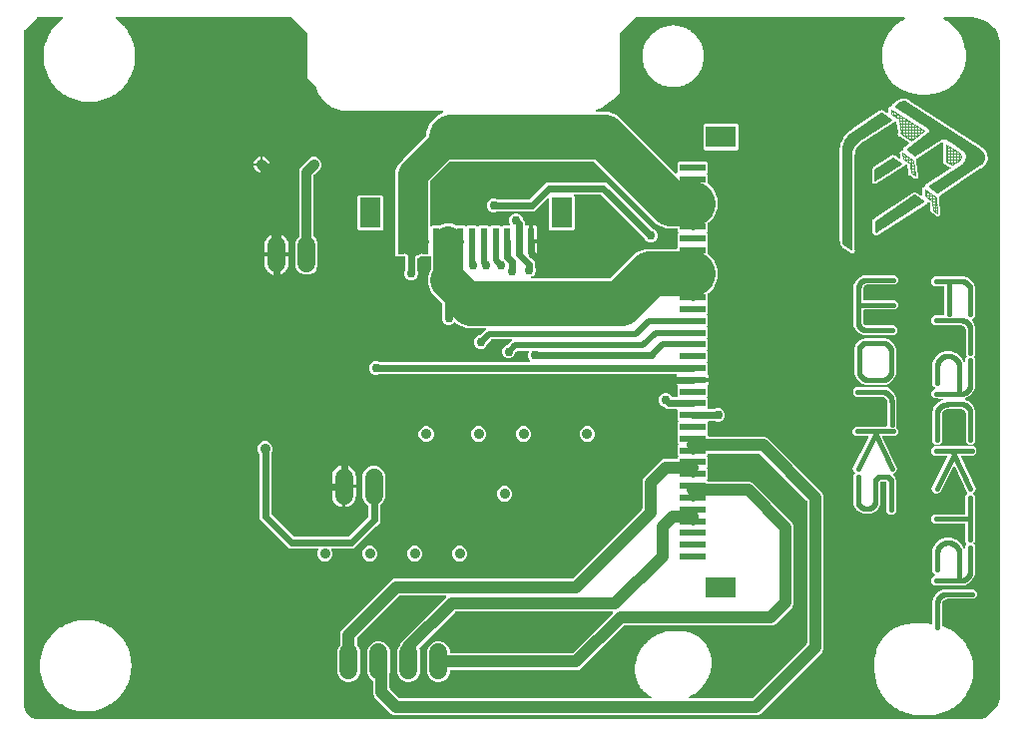
<source format=gbr>
G04 EAGLE Gerber RS-274X export*
G75*
%MOMM*%
%FSLAX34Y34*%
%LPD*%
%INTop Copper*%
%IPPOS*%
%AMOC8*
5,1,8,0,0,1.08239X$1,22.5*%
G01*
%ADD10R,2.200000X0.600000*%
%ADD11R,2.600000X1.800000*%
%ADD12C,1.524000*%
%ADD13C,0.889000*%
%ADD14C,0.076200*%
%ADD15C,0.406400*%
%ADD16R,0.600000X2.200000*%
%ADD17R,1.800000X2.600000*%
%ADD18C,0.508000*%
%ADD19C,0.756400*%
%ADD20C,0.609600*%
%ADD21C,0.812800*%
%ADD22C,3.810000*%
%ADD23C,2.540000*%
%ADD24C,3.048000*%
%ADD25C,1.016000*%

G36*
X923944Y90936D02*
X923944Y90936D01*
X923975Y90934D01*
X926511Y91101D01*
X926534Y91106D01*
X926658Y91125D01*
X931558Y92438D01*
X931572Y92444D01*
X931588Y92446D01*
X931741Y92514D01*
X931770Y92530D01*
X931779Y92538D01*
X931782Y92539D01*
X931785Y92541D01*
X931797Y92547D01*
X931876Y92610D01*
X931877Y92610D01*
X931878Y92611D01*
X931928Y92651D01*
X942399Y103122D01*
X942408Y103135D01*
X942421Y103145D01*
X942520Y103280D01*
X942536Y103309D01*
X942540Y103319D01*
X942542Y103322D01*
X942543Y103325D01*
X942551Y103336D01*
X942612Y103492D01*
X943925Y108392D01*
X943927Y108416D01*
X943949Y108539D01*
X944116Y111075D01*
X944114Y111094D01*
X944117Y111125D01*
X944117Y663575D01*
X944114Y663594D01*
X944116Y663625D01*
X943922Y666575D01*
X943917Y666599D01*
X943898Y666723D01*
X942371Y672423D01*
X942364Y672437D01*
X942362Y672453D01*
X942294Y672607D01*
X939344Y677717D01*
X939334Y677730D01*
X939328Y677744D01*
X939223Y677875D01*
X935050Y682048D01*
X935037Y682057D01*
X935027Y682069D01*
X934892Y682169D01*
X929782Y685119D01*
X929767Y685125D01*
X929754Y685135D01*
X929598Y685196D01*
X923898Y686723D01*
X923874Y686725D01*
X923750Y686747D01*
X920800Y686941D01*
X920781Y686939D01*
X920750Y686942D01*
X896500Y686942D01*
X896444Y686933D01*
X896387Y686934D01*
X896323Y686913D01*
X896257Y686903D01*
X896207Y686876D01*
X896153Y686858D01*
X896099Y686819D01*
X896040Y686787D01*
X896001Y686746D01*
X895955Y686712D01*
X895917Y686658D01*
X895871Y686609D01*
X895847Y686557D01*
X895814Y686511D01*
X895795Y686447D01*
X895767Y686386D01*
X895761Y686329D01*
X895745Y686275D01*
X895747Y686208D01*
X895740Y686142D01*
X895752Y686086D01*
X895754Y686029D01*
X895778Y685967D01*
X895792Y685901D01*
X895821Y685852D01*
X895842Y685799D01*
X895884Y685747D01*
X895918Y685690D01*
X895962Y685653D01*
X895998Y685609D01*
X896081Y685551D01*
X896105Y685530D01*
X896118Y685525D01*
X896135Y685513D01*
X898277Y684343D01*
X898312Y684331D01*
X898344Y684311D01*
X898428Y684290D01*
X898509Y684262D01*
X898520Y684262D01*
X898727Y684107D01*
X898756Y684092D01*
X898795Y684064D01*
X898803Y684057D01*
X898808Y684055D01*
X898818Y684048D01*
X899046Y683923D01*
X899052Y683911D01*
X899078Y683884D01*
X899098Y683852D01*
X899220Y683737D01*
X902397Y681359D01*
X902430Y681342D01*
X902458Y681318D01*
X902539Y681285D01*
X902615Y681245D01*
X902625Y681244D01*
X902808Y681061D01*
X902835Y681042D01*
X902890Y680990D01*
X903098Y680834D01*
X903103Y680821D01*
X903125Y680791D01*
X903139Y680756D01*
X903244Y680625D01*
X906050Y677819D01*
X906081Y677797D01*
X906105Y677769D01*
X906180Y677726D01*
X906250Y677675D01*
X906260Y677672D01*
X906415Y677465D01*
X906439Y677443D01*
X906486Y677383D01*
X906670Y677199D01*
X906672Y677185D01*
X906689Y677153D01*
X906699Y677117D01*
X906784Y676972D01*
X909162Y673795D01*
X909189Y673769D01*
X909210Y673738D01*
X909277Y673684D01*
X909340Y673625D01*
X909349Y673620D01*
X909473Y673393D01*
X909493Y673367D01*
X909532Y673302D01*
X909687Y673094D01*
X909688Y673080D01*
X909700Y673045D01*
X909705Y673007D01*
X909768Y672852D01*
X911670Y669369D01*
X911693Y669340D01*
X911709Y669306D01*
X911768Y669243D01*
X911821Y669175D01*
X911830Y669169D01*
X911920Y668927D01*
X911937Y668899D01*
X911966Y668828D01*
X912090Y668600D01*
X912088Y668586D01*
X912096Y668549D01*
X912095Y668512D01*
X912136Y668350D01*
X913523Y664631D01*
X913541Y664599D01*
X913552Y664563D01*
X913602Y664493D01*
X913645Y664418D01*
X913652Y664411D01*
X913707Y664158D01*
X913719Y664128D01*
X913738Y664054D01*
X913829Y663810D01*
X913825Y663797D01*
X913827Y663759D01*
X913821Y663723D01*
X913838Y663556D01*
X914682Y659678D01*
X914696Y659643D01*
X914701Y659607D01*
X914741Y659530D01*
X914772Y659449D01*
X914779Y659441D01*
X914798Y659183D01*
X914805Y659151D01*
X914813Y659076D01*
X914868Y658822D01*
X914863Y658809D01*
X914859Y658772D01*
X914848Y658736D01*
X914841Y658569D01*
X915125Y654610D01*
X915133Y654574D01*
X915133Y654537D01*
X915162Y654455D01*
X915182Y654371D01*
X915187Y654362D01*
X915169Y654104D01*
X915172Y654072D01*
X915169Y653996D01*
X915187Y653736D01*
X915180Y653724D01*
X915171Y653688D01*
X915155Y653655D01*
X915125Y653490D01*
X914874Y649983D01*
X914877Y649946D01*
X914872Y649909D01*
X914888Y649824D01*
X914896Y649738D01*
X914900Y649729D01*
X914845Y649476D01*
X914844Y649443D01*
X914830Y649368D01*
X914811Y649109D01*
X914802Y649098D01*
X914789Y649064D01*
X914768Y649033D01*
X914714Y648874D01*
X913967Y645438D01*
X913965Y645401D01*
X913955Y645366D01*
X913959Y645279D01*
X913954Y645193D01*
X913957Y645183D01*
X913867Y644941D01*
X913860Y644909D01*
X913836Y644836D01*
X913781Y644582D01*
X913770Y644573D01*
X913752Y644541D01*
X913727Y644513D01*
X913651Y644363D01*
X912423Y641069D01*
X912416Y641033D01*
X912400Y640999D01*
X912392Y640913D01*
X912375Y640828D01*
X912376Y640818D01*
X912252Y640591D01*
X912242Y640560D01*
X912207Y640492D01*
X912117Y640248D01*
X912105Y640241D01*
X912082Y640211D01*
X912053Y640187D01*
X911957Y640050D01*
X910272Y636964D01*
X910260Y636929D01*
X910240Y636898D01*
X910220Y636814D01*
X910191Y636732D01*
X910191Y636722D01*
X910036Y636515D01*
X910021Y636486D01*
X909977Y636424D01*
X909852Y636195D01*
X909840Y636189D01*
X909813Y636163D01*
X909781Y636144D01*
X909666Y636021D01*
X907560Y633207D01*
X907542Y633174D01*
X907518Y633146D01*
X907486Y633065D01*
X907446Y632989D01*
X907444Y632979D01*
X907262Y632796D01*
X907242Y632769D01*
X907190Y632714D01*
X907035Y632506D01*
X907021Y632501D01*
X906991Y632479D01*
X906957Y632465D01*
X906826Y632360D01*
X904340Y629874D01*
X904318Y629844D01*
X904290Y629819D01*
X904247Y629745D01*
X904196Y629675D01*
X904193Y629665D01*
X903986Y629510D01*
X903963Y629486D01*
X903904Y629438D01*
X903720Y629255D01*
X903706Y629252D01*
X903673Y629235D01*
X903637Y629225D01*
X903493Y629140D01*
X900679Y627034D01*
X900653Y627007D01*
X900621Y626986D01*
X900568Y626919D01*
X900508Y626856D01*
X900504Y626847D01*
X900276Y626723D01*
X900251Y626703D01*
X900185Y626664D01*
X899977Y626509D01*
X899963Y626508D01*
X899928Y626496D01*
X899891Y626491D01*
X899736Y626428D01*
X896650Y624743D01*
X896621Y624720D01*
X896587Y624704D01*
X896524Y624645D01*
X896456Y624592D01*
X896450Y624583D01*
X896208Y624493D01*
X896180Y624476D01*
X896109Y624448D01*
X895881Y624323D01*
X895867Y624325D01*
X895831Y624317D01*
X895793Y624318D01*
X895631Y624277D01*
X892337Y623049D01*
X892304Y623030D01*
X892269Y623019D01*
X892198Y622970D01*
X892123Y622927D01*
X892116Y622919D01*
X891864Y622864D01*
X891833Y622852D01*
X891759Y622833D01*
X891516Y622743D01*
X891502Y622746D01*
X891465Y622744D01*
X891428Y622750D01*
X891262Y622733D01*
X887826Y621986D01*
X887792Y621972D01*
X887755Y621966D01*
X887678Y621927D01*
X887598Y621895D01*
X887590Y621889D01*
X887332Y621870D01*
X887300Y621863D01*
X887224Y621855D01*
X886970Y621799D01*
X886957Y621805D01*
X886920Y621808D01*
X886885Y621820D01*
X886717Y621826D01*
X883271Y621580D01*
X883209Y621565D01*
X883144Y621560D01*
X883092Y621537D01*
X882705Y621537D01*
X882685Y621534D01*
X882650Y621535D01*
X882274Y621508D01*
X882248Y621519D01*
X882163Y621528D01*
X882131Y621536D01*
X882113Y621534D01*
X882082Y621537D01*
X876868Y621537D01*
X876805Y621527D01*
X876740Y621526D01*
X876686Y621508D01*
X876300Y621535D01*
X876280Y621533D01*
X876245Y621537D01*
X875868Y621537D01*
X875844Y621549D01*
X875760Y621565D01*
X875728Y621575D01*
X875709Y621574D01*
X875679Y621580D01*
X872233Y621826D01*
X872196Y621823D01*
X872159Y621828D01*
X872074Y621812D01*
X871988Y621804D01*
X871979Y621800D01*
X871726Y621855D01*
X871693Y621856D01*
X871618Y621870D01*
X871359Y621889D01*
X871348Y621898D01*
X871314Y621911D01*
X871283Y621932D01*
X871124Y621986D01*
X867688Y622733D01*
X867651Y622735D01*
X867616Y622745D01*
X867529Y622741D01*
X867443Y622746D01*
X867433Y622743D01*
X867191Y622833D01*
X867159Y622840D01*
X867086Y622864D01*
X866832Y622919D01*
X866823Y622930D01*
X866790Y622948D01*
X866763Y622973D01*
X866613Y623049D01*
X863319Y624277D01*
X863283Y624285D01*
X863249Y624300D01*
X863163Y624308D01*
X863078Y624325D01*
X863068Y624324D01*
X862841Y624448D01*
X862810Y624458D01*
X862742Y624493D01*
X862498Y624583D01*
X862491Y624595D01*
X862461Y624618D01*
X862437Y624647D01*
X862300Y624743D01*
X859214Y626428D01*
X859179Y626440D01*
X859148Y626460D01*
X859064Y626480D01*
X858982Y626509D01*
X858972Y626509D01*
X858765Y626664D01*
X858736Y626679D01*
X858674Y626723D01*
X858445Y626848D01*
X858439Y626860D01*
X858413Y626887D01*
X858394Y626919D01*
X858271Y627034D01*
X855457Y629140D01*
X855424Y629158D01*
X855396Y629182D01*
X855315Y629214D01*
X855239Y629254D01*
X855229Y629256D01*
X855046Y629438D01*
X855019Y629458D01*
X854964Y629510D01*
X854756Y629665D01*
X854752Y629679D01*
X854730Y629709D01*
X854715Y629743D01*
X854610Y629874D01*
X852124Y632360D01*
X852094Y632382D01*
X852069Y632410D01*
X851995Y632453D01*
X851925Y632504D01*
X851915Y632507D01*
X851760Y632714D01*
X851736Y632737D01*
X851688Y632796D01*
X851505Y632980D01*
X851502Y632994D01*
X851485Y633027D01*
X851475Y633063D01*
X851390Y633207D01*
X849284Y636021D01*
X849257Y636047D01*
X849236Y636079D01*
X849169Y636132D01*
X849106Y636192D01*
X849097Y636196D01*
X848973Y636423D01*
X848953Y636449D01*
X848914Y636515D01*
X848759Y636723D01*
X848758Y636737D01*
X848746Y636772D01*
X848741Y636809D01*
X848678Y636964D01*
X846993Y640050D01*
X846970Y640079D01*
X846954Y640113D01*
X846895Y640176D01*
X846842Y640244D01*
X846833Y640250D01*
X846743Y640492D01*
X846726Y640520D01*
X846698Y640591D01*
X846573Y640819D01*
X846575Y640833D01*
X846567Y640869D01*
X846568Y640907D01*
X846527Y641069D01*
X845299Y644363D01*
X845280Y644396D01*
X845269Y644431D01*
X845220Y644502D01*
X845177Y644577D01*
X845169Y644584D01*
X845114Y644836D01*
X845102Y644867D01*
X845083Y644941D01*
X844993Y645184D01*
X844996Y645198D01*
X844994Y645235D01*
X845000Y645272D01*
X844983Y645438D01*
X844236Y648874D01*
X844222Y648908D01*
X844216Y648945D01*
X844177Y649022D01*
X844145Y649102D01*
X844139Y649110D01*
X844120Y649368D01*
X844113Y649400D01*
X844105Y649476D01*
X844049Y649730D01*
X844055Y649743D01*
X844058Y649780D01*
X844070Y649815D01*
X844076Y649983D01*
X843825Y653490D01*
X843817Y653526D01*
X843817Y653563D01*
X843788Y653645D01*
X843768Y653729D01*
X843763Y653738D01*
X843781Y653996D01*
X843778Y654028D01*
X843781Y654104D01*
X843763Y654364D01*
X843770Y654376D01*
X843779Y654412D01*
X843795Y654445D01*
X843825Y654610D01*
X844109Y658569D01*
X844105Y658606D01*
X844110Y658643D01*
X844094Y658728D01*
X844086Y658814D01*
X844082Y658823D01*
X844137Y659076D01*
X844139Y659108D01*
X844152Y659183D01*
X844171Y659443D01*
X844180Y659453D01*
X844194Y659488D01*
X844215Y659519D01*
X844268Y659678D01*
X845112Y663556D01*
X845114Y663593D01*
X845124Y663629D01*
X845120Y663715D01*
X845124Y663802D01*
X845122Y663812D01*
X845212Y664054D01*
X845218Y664086D01*
X845243Y664158D01*
X845298Y664412D01*
X845308Y664421D01*
X845327Y664454D01*
X845352Y664482D01*
X845427Y664631D01*
X846814Y668350D01*
X846821Y668386D01*
X846837Y668420D01*
X846845Y668506D01*
X846862Y668591D01*
X846860Y668601D01*
X846985Y668828D01*
X846995Y668859D01*
X847030Y668927D01*
X847120Y669171D01*
X847132Y669178D01*
X847155Y669208D01*
X847184Y669232D01*
X847280Y669369D01*
X849182Y672852D01*
X849194Y672887D01*
X849214Y672919D01*
X849235Y673003D01*
X849263Y673084D01*
X849263Y673095D01*
X849418Y673302D01*
X849433Y673331D01*
X849477Y673393D01*
X849602Y673621D01*
X849614Y673627D01*
X849641Y673653D01*
X849673Y673673D01*
X849788Y673795D01*
X852166Y676972D01*
X852183Y677005D01*
X852207Y677033D01*
X852240Y677114D01*
X852280Y677190D01*
X852281Y677200D01*
X852464Y677383D01*
X852483Y677410D01*
X852535Y677465D01*
X852691Y677673D01*
X852704Y677678D01*
X852734Y677700D01*
X852769Y677714D01*
X852900Y677819D01*
X855706Y680625D01*
X855728Y680656D01*
X855756Y680680D01*
X855799Y680755D01*
X855850Y680825D01*
X855853Y680835D01*
X856060Y680990D01*
X856082Y681014D01*
X856142Y681061D01*
X856326Y681245D01*
X856340Y681247D01*
X856372Y681264D01*
X856408Y681274D01*
X856553Y681359D01*
X859730Y683737D01*
X859756Y683764D01*
X859787Y683785D01*
X859841Y683852D01*
X859900Y683915D01*
X859905Y683924D01*
X860132Y684048D01*
X860158Y684068D01*
X860223Y684107D01*
X860431Y684262D01*
X860445Y684263D01*
X860481Y684275D01*
X860518Y684280D01*
X860673Y684343D01*
X862815Y685513D01*
X862860Y685548D01*
X862910Y685575D01*
X862956Y685623D01*
X863009Y685664D01*
X863040Y685712D01*
X863079Y685753D01*
X863107Y685813D01*
X863144Y685869D01*
X863159Y685924D01*
X863183Y685976D01*
X863190Y686042D01*
X863208Y686107D01*
X863204Y686164D01*
X863210Y686220D01*
X863196Y686286D01*
X863192Y686352D01*
X863170Y686405D01*
X863158Y686461D01*
X863124Y686518D01*
X863098Y686580D01*
X863061Y686623D01*
X863032Y686672D01*
X862981Y686715D01*
X862937Y686766D01*
X862888Y686795D01*
X862845Y686832D01*
X862783Y686857D01*
X862725Y686891D01*
X862669Y686902D01*
X862617Y686924D01*
X862515Y686935D01*
X862485Y686941D01*
X862471Y686940D01*
X862450Y686942D01*
X635381Y686942D01*
X635291Y686928D01*
X635200Y686920D01*
X635170Y686908D01*
X635138Y686903D01*
X635058Y686860D01*
X634974Y686824D01*
X634942Y686798D01*
X634921Y686787D01*
X634899Y686764D01*
X634843Y686719D01*
X621762Y673638D01*
X621709Y673564D01*
X621649Y673495D01*
X621637Y673465D01*
X621618Y673439D01*
X621591Y673352D01*
X621557Y673267D01*
X621553Y673226D01*
X621546Y673203D01*
X621547Y673171D01*
X621539Y673100D01*
X621539Y622615D01*
X615635Y616711D01*
X614734Y616711D01*
X614707Y616707D01*
X614679Y616709D01*
X614586Y616687D01*
X614491Y616672D01*
X614467Y616659D01*
X614440Y616652D01*
X614358Y616601D01*
X614274Y616556D01*
X614255Y616536D01*
X614231Y616521D01*
X614118Y616397D01*
X613365Y615360D01*
X606335Y610253D01*
X601082Y608546D01*
X601078Y608544D01*
X601075Y608543D01*
X600970Y608488D01*
X600863Y608433D01*
X600861Y608430D01*
X600857Y608428D01*
X600775Y608342D01*
X600692Y608257D01*
X600691Y608253D01*
X600688Y608250D01*
X600637Y608141D01*
X600586Y608035D01*
X600586Y608031D01*
X600584Y608027D01*
X600571Y607909D01*
X600557Y607790D01*
X600558Y607786D01*
X600557Y607783D01*
X600583Y607665D01*
X600606Y607550D01*
X600608Y607546D01*
X600609Y607542D01*
X600671Y607440D01*
X600730Y607337D01*
X600733Y607334D01*
X600736Y607331D01*
X600827Y607253D01*
X600916Y607175D01*
X600919Y607174D01*
X600922Y607171D01*
X601035Y607126D01*
X601143Y607081D01*
X601147Y607081D01*
X601151Y607079D01*
X601317Y607061D01*
X612016Y607061D01*
X619764Y603851D01*
X625802Y597813D01*
X668898Y554718D01*
X668956Y554676D01*
X669008Y554627D01*
X669055Y554605D01*
X669097Y554574D01*
X669166Y554553D01*
X669231Y554523D01*
X669283Y554517D01*
X669333Y554502D01*
X669404Y554504D01*
X669475Y554496D01*
X669526Y554507D01*
X669578Y554508D01*
X669646Y554533D01*
X669716Y554548D01*
X669761Y554575D01*
X669809Y554593D01*
X669865Y554638D01*
X669927Y554674D01*
X669961Y554714D01*
X670001Y554746D01*
X670040Y554807D01*
X670087Y554861D01*
X670106Y554910D01*
X670134Y554953D01*
X670152Y555023D01*
X670179Y555089D01*
X670187Y555161D01*
X670195Y555192D01*
X670193Y555215D01*
X670197Y555256D01*
X670197Y563152D01*
X671388Y564343D01*
X695072Y564343D01*
X696263Y563152D01*
X696263Y555468D01*
X695643Y554848D01*
X695631Y554832D01*
X695616Y554820D01*
X695560Y554732D01*
X695499Y554649D01*
X695494Y554630D01*
X695483Y554613D01*
X695458Y554512D01*
X695427Y554413D01*
X695428Y554394D01*
X695423Y554374D01*
X695431Y554271D01*
X695433Y554168D01*
X695440Y554149D01*
X695442Y554129D01*
X695482Y554034D01*
X695518Y553937D01*
X695530Y553921D01*
X695538Y553903D01*
X695643Y553772D01*
X696263Y553152D01*
X696263Y546408D01*
X696277Y546318D01*
X696285Y546227D01*
X696297Y546197D01*
X696302Y546165D01*
X696345Y546085D01*
X696381Y546001D01*
X696407Y545969D01*
X696418Y545948D01*
X696441Y545926D01*
X696486Y545870D01*
X701103Y541252D01*
X704313Y533504D01*
X704313Y525116D01*
X701103Y517368D01*
X696486Y512750D01*
X696433Y512676D01*
X696373Y512607D01*
X696361Y512577D01*
X696342Y512550D01*
X696315Y512463D01*
X696281Y512379D01*
X696277Y512338D01*
X696270Y512315D01*
X696271Y512283D01*
X696263Y512212D01*
X696263Y505468D01*
X695643Y504848D01*
X695631Y504832D01*
X695616Y504820D01*
X695560Y504732D01*
X695499Y504649D01*
X695494Y504630D01*
X695483Y504613D01*
X695458Y504512D01*
X695427Y504413D01*
X695428Y504394D01*
X695423Y504374D01*
X695431Y504271D01*
X695433Y504168D01*
X695440Y504149D01*
X695442Y504129D01*
X695482Y504034D01*
X695518Y503937D01*
X695530Y503921D01*
X695538Y503903D01*
X695613Y503810D01*
X695618Y503801D01*
X695624Y503795D01*
X695643Y503772D01*
X696263Y503152D01*
X696263Y495468D01*
X695643Y494848D01*
X695631Y494832D01*
X695616Y494820D01*
X695560Y494732D01*
X695499Y494649D01*
X695494Y494630D01*
X695483Y494613D01*
X695458Y494512D01*
X695427Y494413D01*
X695428Y494394D01*
X695423Y494374D01*
X695431Y494271D01*
X695433Y494168D01*
X695440Y494149D01*
X695442Y494129D01*
X695482Y494034D01*
X695518Y493937D01*
X695530Y493921D01*
X695538Y493903D01*
X695643Y493772D01*
X696263Y493152D01*
X696263Y486408D01*
X696277Y486318D01*
X696285Y486227D01*
X696297Y486197D01*
X696302Y486165D01*
X696345Y486085D01*
X696381Y486001D01*
X696407Y485969D01*
X696418Y485948D01*
X696441Y485926D01*
X696486Y485870D01*
X701103Y481252D01*
X704313Y473504D01*
X704313Y465116D01*
X701103Y457368D01*
X696486Y452750D01*
X696433Y452676D01*
X696373Y452607D01*
X696361Y452577D01*
X696342Y452550D01*
X696315Y452463D01*
X696281Y452379D01*
X696277Y452338D01*
X696270Y452315D01*
X696271Y452283D01*
X696263Y452212D01*
X696263Y445468D01*
X695643Y444848D01*
X695631Y444832D01*
X695616Y444820D01*
X695560Y444732D01*
X695499Y444649D01*
X695494Y444630D01*
X695483Y444613D01*
X695458Y444512D01*
X695427Y444413D01*
X695428Y444394D01*
X695423Y444374D01*
X695431Y444271D01*
X695433Y444168D01*
X695440Y444149D01*
X695442Y444129D01*
X695482Y444034D01*
X695518Y443937D01*
X695530Y443921D01*
X695538Y443903D01*
X695643Y443772D01*
X696263Y443152D01*
X696263Y435468D01*
X695643Y434848D01*
X695631Y434832D01*
X695616Y434820D01*
X695560Y434732D01*
X695499Y434649D01*
X695494Y434630D01*
X695483Y434613D01*
X695458Y434512D01*
X695427Y434413D01*
X695428Y434394D01*
X695423Y434374D01*
X695431Y434271D01*
X695433Y434168D01*
X695440Y434149D01*
X695442Y434129D01*
X695482Y434034D01*
X695518Y433937D01*
X695530Y433921D01*
X695538Y433903D01*
X695643Y433772D01*
X696263Y433152D01*
X696263Y425468D01*
X695643Y424848D01*
X695631Y424832D01*
X695616Y424820D01*
X695560Y424732D01*
X695499Y424649D01*
X695494Y424630D01*
X695483Y424613D01*
X695457Y424512D01*
X695427Y424413D01*
X695428Y424394D01*
X695423Y424374D01*
X695431Y424271D01*
X695433Y424168D01*
X695440Y424149D01*
X695442Y424129D01*
X695482Y424034D01*
X695518Y423937D01*
X695530Y423921D01*
X695538Y423903D01*
X695643Y423772D01*
X696263Y423152D01*
X696263Y415468D01*
X695643Y414848D01*
X695631Y414832D01*
X695616Y414820D01*
X695560Y414732D01*
X695499Y414649D01*
X695494Y414630D01*
X695483Y414613D01*
X695458Y414512D01*
X695427Y414413D01*
X695428Y414394D01*
X695423Y414374D01*
X695431Y414271D01*
X695433Y414168D01*
X695440Y414149D01*
X695442Y414129D01*
X695482Y414034D01*
X695518Y413937D01*
X695530Y413921D01*
X695538Y413903D01*
X695643Y413772D01*
X696263Y413152D01*
X696263Y405468D01*
X695643Y404848D01*
X695631Y404832D01*
X695616Y404820D01*
X695560Y404732D01*
X695499Y404649D01*
X695494Y404630D01*
X695483Y404613D01*
X695458Y404512D01*
X695427Y404413D01*
X695428Y404394D01*
X695423Y404374D01*
X695431Y404271D01*
X695433Y404168D01*
X695440Y404149D01*
X695442Y404129D01*
X695482Y404034D01*
X695518Y403937D01*
X695530Y403921D01*
X695538Y403903D01*
X695643Y403772D01*
X696263Y403152D01*
X696263Y395468D01*
X695643Y394848D01*
X695631Y394832D01*
X695616Y394820D01*
X695560Y394732D01*
X695499Y394649D01*
X695494Y394630D01*
X695483Y394613D01*
X695458Y394512D01*
X695427Y394413D01*
X695428Y394394D01*
X695423Y394374D01*
X695431Y394271D01*
X695433Y394168D01*
X695440Y394149D01*
X695442Y394129D01*
X695482Y394034D01*
X695518Y393937D01*
X695530Y393921D01*
X695538Y393903D01*
X695643Y393772D01*
X696263Y393152D01*
X696263Y385468D01*
X696002Y385208D01*
X695991Y385191D01*
X695975Y385179D01*
X695919Y385092D01*
X695859Y385008D01*
X695853Y384989D01*
X695842Y384972D01*
X695817Y384872D01*
X695786Y384773D01*
X695787Y384753D01*
X695782Y384733D01*
X695790Y384630D01*
X695793Y384527D01*
X695800Y384508D01*
X695801Y384488D01*
X695842Y384393D01*
X695877Y384296D01*
X695890Y384280D01*
X695897Y384262D01*
X696002Y384131D01*
X696263Y383870D01*
X696598Y383291D01*
X696771Y382644D01*
X696771Y380809D01*
X683968Y380809D01*
X683949Y380806D01*
X683929Y380808D01*
X683827Y380786D01*
X683725Y380770D01*
X683708Y380760D01*
X683688Y380756D01*
X683599Y380703D01*
X683508Y380654D01*
X683494Y380640D01*
X683477Y380630D01*
X683410Y380551D01*
X683339Y380476D01*
X683330Y380458D01*
X683317Y380443D01*
X683279Y380347D01*
X683235Y380253D01*
X683233Y380233D01*
X683226Y380215D01*
X683213Y380291D01*
X683204Y380308D01*
X683200Y380328D01*
X683147Y380417D01*
X683098Y380508D01*
X683084Y380522D01*
X683074Y380539D01*
X682995Y380606D01*
X682920Y380678D01*
X682902Y380686D01*
X682887Y380699D01*
X682790Y380738D01*
X682697Y380781D01*
X682677Y380783D01*
X682659Y380791D01*
X682492Y380809D01*
X669689Y380809D01*
X669689Y382644D01*
X669857Y383271D01*
X669869Y383389D01*
X669882Y383507D01*
X669881Y383512D01*
X669882Y383516D01*
X669855Y383631D01*
X669830Y383748D01*
X669828Y383751D01*
X669827Y383755D01*
X669765Y383856D01*
X669704Y383959D01*
X669700Y383962D01*
X669698Y383965D01*
X669607Y384042D01*
X669517Y384119D01*
X669513Y384120D01*
X669510Y384123D01*
X669399Y384166D01*
X669289Y384211D01*
X669284Y384211D01*
X669280Y384213D01*
X669267Y384213D01*
X669122Y384229D01*
X417790Y384229D01*
X417725Y384219D01*
X417660Y384218D01*
X417580Y384195D01*
X417547Y384190D01*
X417530Y384180D01*
X417499Y384171D01*
X415867Y383495D01*
X413553Y383495D01*
X411416Y384381D01*
X409781Y386016D01*
X408895Y388153D01*
X408895Y390467D01*
X409781Y392604D01*
X411416Y394239D01*
X413553Y395125D01*
X415867Y395125D01*
X417499Y394449D01*
X417563Y394434D01*
X417623Y394409D01*
X417706Y394400D01*
X417738Y394393D01*
X417758Y394394D01*
X417790Y394391D01*
X544873Y394391D01*
X544944Y394402D01*
X545016Y394404D01*
X545065Y394422D01*
X545116Y394430D01*
X545179Y394464D01*
X545247Y394489D01*
X545287Y394521D01*
X545333Y394546D01*
X545383Y394598D01*
X545439Y394642D01*
X545467Y394686D01*
X545503Y394724D01*
X545533Y394789D01*
X545572Y394849D01*
X545584Y394900D01*
X545606Y394947D01*
X545614Y395018D01*
X545632Y395088D01*
X545628Y395140D01*
X545633Y395191D01*
X545618Y395262D01*
X545613Y395333D01*
X545592Y395381D01*
X545581Y395432D01*
X545544Y395493D01*
X545516Y395559D01*
X545471Y395615D01*
X545455Y395643D01*
X545437Y395658D01*
X545411Y395690D01*
X544346Y396756D01*
X543460Y398893D01*
X543460Y401207D01*
X544123Y402807D01*
X544131Y402840D01*
X544131Y402841D01*
X544134Y402851D01*
X544153Y402893D01*
X544161Y402970D01*
X544179Y403046D01*
X544175Y403092D01*
X544180Y403137D01*
X544163Y403214D01*
X544156Y403291D01*
X544137Y403333D01*
X544128Y403378D01*
X544088Y403445D01*
X544056Y403516D01*
X544025Y403550D01*
X544002Y403589D01*
X543942Y403640D01*
X543890Y403697D01*
X543849Y403719D01*
X543815Y403749D01*
X543742Y403778D01*
X543674Y403815D01*
X543629Y403824D01*
X543586Y403841D01*
X543451Y403856D01*
X543432Y403859D01*
X543427Y403858D01*
X543420Y403859D01*
X534466Y403859D01*
X534376Y403845D01*
X534285Y403837D01*
X534256Y403825D01*
X534224Y403820D01*
X534143Y403777D01*
X534059Y403741D01*
X534027Y403715D01*
X534006Y403704D01*
X533984Y403681D01*
X533928Y403636D01*
X533088Y402796D01*
X533042Y402732D01*
X533023Y402712D01*
X533019Y402704D01*
X532975Y402652D01*
X532963Y402622D01*
X532944Y402596D01*
X532917Y402509D01*
X532883Y402424D01*
X532879Y402383D01*
X532872Y402361D01*
X532873Y402329D01*
X532865Y402258D01*
X532865Y402068D01*
X531979Y399931D01*
X530344Y398296D01*
X528207Y397410D01*
X525893Y397410D01*
X523756Y398296D01*
X522121Y399931D01*
X521235Y402068D01*
X521235Y404382D01*
X522121Y406519D01*
X523756Y408154D01*
X525893Y409040D01*
X526083Y409040D01*
X526173Y409054D01*
X526264Y409062D01*
X526293Y409074D01*
X526325Y409079D01*
X526406Y409122D01*
X526490Y409158D01*
X526522Y409184D01*
X526543Y409195D01*
X526565Y409218D01*
X526621Y409263D01*
X527461Y410103D01*
X529697Y412339D01*
X529739Y412397D01*
X529788Y412449D01*
X529810Y412496D01*
X529840Y412538D01*
X529862Y412607D01*
X529892Y412672D01*
X529897Y412724D01*
X529913Y412774D01*
X529911Y412845D01*
X529919Y412916D01*
X529908Y412967D01*
X529906Y413019D01*
X529882Y413087D01*
X529867Y413157D01*
X529840Y413202D01*
X529822Y413250D01*
X529777Y413306D01*
X529740Y413368D01*
X529701Y413402D01*
X529668Y413442D01*
X529608Y413481D01*
X529554Y413528D01*
X529505Y413547D01*
X529461Y413575D01*
X529392Y413593D01*
X529325Y413620D01*
X529254Y413628D01*
X529223Y413636D01*
X529200Y413634D01*
X529159Y413638D01*
X512622Y413638D01*
X512532Y413624D01*
X512441Y413616D01*
X512412Y413604D01*
X512380Y413599D01*
X512299Y413556D01*
X512215Y413520D01*
X512183Y413494D01*
X512162Y413483D01*
X512140Y413460D01*
X512084Y413415D01*
X509466Y410797D01*
X509413Y410723D01*
X509353Y410653D01*
X509341Y410623D01*
X509322Y410597D01*
X509295Y410510D01*
X509261Y410425D01*
X509257Y410384D01*
X509250Y410362D01*
X509251Y410330D01*
X509243Y410259D01*
X509243Y410069D01*
X508357Y407932D01*
X506722Y406297D01*
X504585Y405411D01*
X502271Y405411D01*
X500134Y406297D01*
X498499Y407932D01*
X497613Y410069D01*
X497613Y412383D01*
X498499Y414520D01*
X500134Y416155D01*
X502271Y417041D01*
X502461Y417041D01*
X502551Y417055D01*
X502642Y417063D01*
X502671Y417075D01*
X502703Y417080D01*
X502784Y417123D01*
X502868Y417159D01*
X502900Y417185D01*
X502921Y417196D01*
X502943Y417219D01*
X502999Y417264D01*
X505617Y419882D01*
X507853Y422118D01*
X507895Y422176D01*
X507944Y422228D01*
X507966Y422275D01*
X507996Y422317D01*
X508018Y422386D01*
X508048Y422451D01*
X508053Y422503D01*
X508069Y422553D01*
X508067Y422624D01*
X508075Y422695D01*
X508064Y422746D01*
X508062Y422798D01*
X508038Y422866D01*
X508023Y422936D01*
X507996Y422981D01*
X507978Y423029D01*
X507933Y423085D01*
X507896Y423147D01*
X507857Y423181D01*
X507824Y423221D01*
X507764Y423260D01*
X507710Y423307D01*
X507661Y423326D01*
X507617Y423354D01*
X507548Y423372D01*
X507481Y423399D01*
X507410Y423407D01*
X507379Y423415D01*
X507356Y423413D01*
X507315Y423417D01*
X491106Y423417D01*
X483358Y426627D01*
X481867Y428117D01*
X481851Y428129D01*
X481839Y428145D01*
X481751Y428201D01*
X481667Y428261D01*
X481648Y428267D01*
X481632Y428278D01*
X481531Y428303D01*
X481432Y428333D01*
X481412Y428333D01*
X481393Y428338D01*
X481290Y428330D01*
X481186Y428327D01*
X481168Y428320D01*
X481148Y428318D01*
X481053Y428278D01*
X480955Y428242D01*
X480940Y428230D01*
X480922Y428222D01*
X480791Y428117D01*
X479544Y426871D01*
X477407Y425985D01*
X475093Y425985D01*
X472956Y426871D01*
X471321Y428506D01*
X470435Y430643D01*
X470435Y432957D01*
X470871Y434009D01*
X470880Y434044D01*
X470883Y434051D01*
X470884Y434065D01*
X470886Y434073D01*
X470911Y434134D01*
X470920Y434217D01*
X470927Y434249D01*
X470926Y434268D01*
X470929Y434301D01*
X470929Y444128D01*
X470915Y444218D01*
X470907Y444309D01*
X470895Y444339D01*
X470890Y444371D01*
X470847Y444451D01*
X470811Y444535D01*
X470785Y444567D01*
X470774Y444588D01*
X470751Y444610D01*
X470727Y444640D01*
X470725Y444644D01*
X470723Y444646D01*
X470706Y444666D01*
X461367Y454006D01*
X458737Y460354D01*
X458737Y467226D01*
X461219Y473218D01*
X461234Y473282D01*
X461259Y473343D01*
X461268Y473425D01*
X461275Y473457D01*
X461274Y473477D01*
X461277Y473509D01*
X461277Y483555D01*
X461266Y483625D01*
X461264Y483697D01*
X461246Y483746D01*
X461238Y483797D01*
X461204Y483861D01*
X461179Y483928D01*
X461147Y483969D01*
X461122Y484015D01*
X461071Y484064D01*
X461026Y484120D01*
X460982Y484148D01*
X460944Y484184D01*
X460879Y484214D01*
X460819Y484253D01*
X460768Y484266D01*
X460721Y484288D01*
X460650Y484296D01*
X460580Y484313D01*
X460528Y484309D01*
X460477Y484315D01*
X460406Y484300D01*
X460335Y484294D01*
X460287Y484274D01*
X460236Y484263D01*
X460175Y484226D01*
X460109Y484198D01*
X460053Y484153D01*
X460025Y484137D01*
X460010Y484119D01*
X459978Y484093D01*
X459852Y483967D01*
X453196Y483967D01*
X453131Y483957D01*
X453066Y483956D01*
X452986Y483933D01*
X452953Y483928D01*
X452936Y483918D01*
X452905Y483909D01*
X450051Y482727D01*
X449951Y482666D01*
X449851Y482606D01*
X449847Y482601D01*
X449842Y482597D01*
X449767Y482507D01*
X449691Y482419D01*
X449689Y482413D01*
X449685Y482408D01*
X449643Y482300D01*
X449599Y482191D01*
X449598Y482183D01*
X449597Y482178D01*
X449596Y482160D01*
X449581Y482024D01*
X449581Y472980D01*
X449591Y472915D01*
X449592Y472850D01*
X449615Y472770D01*
X449620Y472737D01*
X449630Y472720D01*
X449639Y472689D01*
X450315Y471057D01*
X450315Y468743D01*
X449429Y466606D01*
X447794Y464971D01*
X445657Y464085D01*
X443343Y464085D01*
X441206Y464971D01*
X439571Y466606D01*
X438685Y468743D01*
X438685Y471057D01*
X439361Y472689D01*
X439376Y472753D01*
X439401Y472813D01*
X439410Y472896D01*
X439417Y472928D01*
X439416Y472948D01*
X439419Y472980D01*
X439419Y483206D01*
X439416Y483226D01*
X439418Y483245D01*
X439396Y483347D01*
X439380Y483449D01*
X439370Y483466D01*
X439366Y483486D01*
X439313Y483575D01*
X439264Y483666D01*
X439250Y483680D01*
X439240Y483697D01*
X439161Y483764D01*
X439086Y483836D01*
X439068Y483844D01*
X439053Y483857D01*
X438957Y483896D01*
X438863Y483939D01*
X438843Y483941D01*
X438825Y483949D01*
X438658Y483967D01*
X432168Y483967D01*
X430977Y485158D01*
X430977Y494532D01*
X430963Y494622D01*
X430955Y494713D01*
X430943Y494743D01*
X430938Y494775D01*
X430929Y494791D01*
X430929Y499228D01*
X430959Y499301D01*
X430963Y499342D01*
X430970Y499364D01*
X430969Y499396D01*
X430977Y499468D01*
X430977Y508842D01*
X431054Y508919D01*
X431107Y508993D01*
X431167Y509062D01*
X431179Y509092D01*
X431198Y509119D01*
X431225Y509206D01*
X431259Y509291D01*
X431263Y509331D01*
X431270Y509354D01*
X431269Y509386D01*
X431277Y509457D01*
X431277Y556891D01*
X433520Y562305D01*
X437772Y566557D01*
X456722Y585508D01*
X456775Y585581D01*
X456835Y585651D01*
X456847Y585681D01*
X456866Y585707D01*
X456893Y585794D01*
X456927Y585879D01*
X456931Y585920D01*
X456938Y585942D01*
X456937Y585975D01*
X456945Y586046D01*
X456945Y590172D01*
X460155Y597920D01*
X466086Y603851D01*
X471522Y606103D01*
X471604Y606154D01*
X471690Y606200D01*
X471708Y606219D01*
X471731Y606232D01*
X471793Y606307D01*
X471860Y606378D01*
X471871Y606402D01*
X471887Y606422D01*
X471922Y606513D01*
X471963Y606601D01*
X471966Y606627D01*
X471976Y606651D01*
X471980Y606749D01*
X471990Y606845D01*
X471985Y606871D01*
X471986Y606897D01*
X471959Y606991D01*
X471938Y607086D01*
X471925Y607108D01*
X471917Y607133D01*
X471862Y607213D01*
X471812Y607297D01*
X471792Y607314D01*
X471777Y607335D01*
X471699Y607394D01*
X471625Y607457D01*
X471601Y607467D01*
X471580Y607482D01*
X471487Y607512D01*
X471397Y607549D01*
X471364Y607552D01*
X471346Y607558D01*
X471313Y607558D01*
X471230Y607567D01*
X386180Y607567D01*
X377915Y610253D01*
X370885Y615360D01*
X365778Y622390D01*
X364145Y627414D01*
X364102Y627499D01*
X364065Y627586D01*
X364042Y627614D01*
X364033Y627632D01*
X364009Y627655D01*
X363960Y627717D01*
X356361Y635315D01*
X356361Y673100D01*
X356347Y673190D01*
X356339Y673281D01*
X356327Y673311D01*
X356322Y673343D01*
X356279Y673423D01*
X356243Y673507D01*
X356217Y673539D01*
X356206Y673560D01*
X356183Y673582D01*
X356138Y673638D01*
X343057Y686719D01*
X342983Y686772D01*
X342914Y686832D01*
X342884Y686844D01*
X342858Y686863D01*
X342771Y686890D01*
X342686Y686924D01*
X342645Y686928D01*
X342622Y686935D01*
X342590Y686934D01*
X342519Y686942D01*
X194486Y686942D01*
X194483Y686942D01*
X194481Y686942D01*
X194361Y686922D01*
X194243Y686903D01*
X194241Y686901D01*
X194238Y686901D01*
X194130Y686843D01*
X194025Y686787D01*
X194024Y686786D01*
X194022Y686784D01*
X193938Y686696D01*
X193856Y686609D01*
X193855Y686607D01*
X193853Y686605D01*
X193803Y686495D01*
X193752Y686386D01*
X193752Y686384D01*
X193751Y686381D01*
X193738Y686260D01*
X193725Y686142D01*
X193726Y686139D01*
X193726Y686137D01*
X193752Y686019D01*
X193778Y685901D01*
X193779Y685899D01*
X193779Y685897D01*
X193842Y685793D01*
X193904Y685690D01*
X193906Y685688D01*
X193907Y685686D01*
X194029Y685572D01*
X196451Y683759D01*
X196484Y683741D01*
X196513Y683717D01*
X196593Y683685D01*
X196669Y683645D01*
X196680Y683643D01*
X196862Y683461D01*
X196889Y683441D01*
X196945Y683389D01*
X197153Y683234D01*
X197157Y683220D01*
X197179Y683190D01*
X197193Y683156D01*
X197298Y683025D01*
X200425Y679898D01*
X200455Y679876D01*
X200480Y679848D01*
X200554Y679805D01*
X200624Y679755D01*
X200634Y679752D01*
X200789Y679545D01*
X200813Y679522D01*
X200861Y679462D01*
X201044Y679279D01*
X201047Y679265D01*
X201064Y679232D01*
X201074Y679196D01*
X201159Y679051D01*
X203808Y675512D01*
X203835Y675486D01*
X203856Y675454D01*
X203923Y675401D01*
X203986Y675341D01*
X203995Y675337D01*
X204119Y675110D01*
X204139Y675084D01*
X204178Y675018D01*
X204333Y674810D01*
X204334Y674796D01*
X204346Y674761D01*
X204351Y674724D01*
X204414Y674569D01*
X206533Y670688D01*
X206556Y670659D01*
X206572Y670625D01*
X206631Y670562D01*
X206685Y670494D01*
X206693Y670488D01*
X206784Y670246D01*
X206800Y670218D01*
X206829Y670147D01*
X206953Y669919D01*
X206951Y669905D01*
X206959Y669868D01*
X206958Y669831D01*
X206999Y669669D01*
X208544Y665526D01*
X208563Y665493D01*
X208573Y665458D01*
X208623Y665387D01*
X208666Y665312D01*
X208674Y665305D01*
X208729Y665053D01*
X208741Y665022D01*
X208759Y664948D01*
X208850Y664705D01*
X208847Y664691D01*
X208849Y664654D01*
X208842Y664617D01*
X208860Y664451D01*
X209800Y660130D01*
X209813Y660095D01*
X209819Y660058D01*
X209858Y659982D01*
X209890Y659901D01*
X209897Y659893D01*
X209915Y659635D01*
X209923Y659603D01*
X209931Y659528D01*
X209986Y659274D01*
X209980Y659261D01*
X209977Y659224D01*
X209966Y659188D01*
X209959Y659021D01*
X210275Y654610D01*
X210283Y654574D01*
X210283Y654537D01*
X210312Y654455D01*
X210332Y654371D01*
X210337Y654362D01*
X210319Y654104D01*
X210322Y654072D01*
X210319Y653996D01*
X210337Y653736D01*
X210330Y653724D01*
X210321Y653688D01*
X210305Y653655D01*
X210275Y653490D01*
X209959Y649079D01*
X209963Y649042D01*
X209957Y649005D01*
X209974Y648920D01*
X209981Y648834D01*
X209986Y648825D01*
X209931Y648572D01*
X209929Y648540D01*
X209915Y648465D01*
X209897Y648205D01*
X209888Y648195D01*
X209874Y648160D01*
X209853Y648129D01*
X209800Y647970D01*
X208860Y643649D01*
X208858Y643612D01*
X208848Y643576D01*
X208852Y643490D01*
X208847Y643404D01*
X208850Y643394D01*
X208759Y643152D01*
X208753Y643120D01*
X208729Y643047D01*
X208674Y642793D01*
X208663Y642784D01*
X208645Y642752D01*
X208620Y642724D01*
X208544Y642574D01*
X206999Y638431D01*
X206992Y638395D01*
X206976Y638361D01*
X206968Y638275D01*
X206951Y638190D01*
X206953Y638180D01*
X206829Y637953D01*
X206818Y637922D01*
X206784Y637854D01*
X206693Y637611D01*
X206681Y637603D01*
X206658Y637573D01*
X206629Y637549D01*
X206533Y637412D01*
X204414Y633531D01*
X204402Y633496D01*
X204382Y633465D01*
X204361Y633381D01*
X204333Y633299D01*
X204333Y633289D01*
X204178Y633082D01*
X204163Y633053D01*
X204119Y632990D01*
X203994Y632762D01*
X203982Y632756D01*
X203955Y632730D01*
X203923Y632711D01*
X203808Y632588D01*
X201159Y629049D01*
X201141Y629016D01*
X201117Y628987D01*
X201085Y628907D01*
X201045Y628831D01*
X201043Y628820D01*
X200861Y628638D01*
X200841Y628611D01*
X200789Y628556D01*
X200634Y628347D01*
X200620Y628343D01*
X200590Y628321D01*
X200556Y628307D01*
X200425Y628202D01*
X197298Y625075D01*
X197276Y625045D01*
X197248Y625020D01*
X197205Y624946D01*
X197155Y624876D01*
X197152Y624866D01*
X196945Y624711D01*
X196922Y624687D01*
X196862Y624639D01*
X196679Y624456D01*
X196665Y624453D01*
X196632Y624436D01*
X196596Y624426D01*
X196451Y624341D01*
X192912Y621692D01*
X192886Y621665D01*
X192854Y621644D01*
X192801Y621577D01*
X192741Y621514D01*
X192737Y621505D01*
X192510Y621381D01*
X192484Y621361D01*
X192418Y621322D01*
X192210Y621167D01*
X192196Y621166D01*
X192161Y621154D01*
X192124Y621149D01*
X191969Y621086D01*
X188088Y618967D01*
X188059Y618944D01*
X188025Y618928D01*
X187962Y618869D01*
X187894Y618815D01*
X187888Y618807D01*
X187646Y618716D01*
X187618Y618700D01*
X187547Y618671D01*
X187319Y618547D01*
X187305Y618549D01*
X187268Y618541D01*
X187231Y618542D01*
X187069Y618501D01*
X182926Y616956D01*
X182893Y616937D01*
X182858Y616927D01*
X182787Y616877D01*
X182712Y616834D01*
X182705Y616826D01*
X182453Y616771D01*
X182422Y616759D01*
X182348Y616741D01*
X182105Y616650D01*
X182091Y616653D01*
X182054Y616651D01*
X182017Y616658D01*
X181851Y616640D01*
X177530Y615700D01*
X177495Y615687D01*
X177458Y615681D01*
X177382Y615642D01*
X177301Y615610D01*
X177293Y615603D01*
X177035Y615585D01*
X177003Y615577D01*
X176928Y615569D01*
X176674Y615514D01*
X176661Y615520D01*
X176624Y615523D01*
X176588Y615534D01*
X176421Y615541D01*
X172010Y615225D01*
X171974Y615217D01*
X171937Y615217D01*
X171855Y615188D01*
X171771Y615168D01*
X171762Y615163D01*
X171504Y615181D01*
X171472Y615178D01*
X171396Y615181D01*
X171136Y615163D01*
X171124Y615170D01*
X171088Y615179D01*
X171055Y615195D01*
X170890Y615225D01*
X166479Y615541D01*
X166442Y615537D01*
X166405Y615543D01*
X166320Y615526D01*
X166234Y615519D01*
X166225Y615514D01*
X165972Y615569D01*
X165940Y615571D01*
X165865Y615585D01*
X165605Y615603D01*
X165595Y615612D01*
X165560Y615626D01*
X165529Y615647D01*
X165370Y615700D01*
X163180Y616177D01*
X161049Y616640D01*
X161012Y616642D01*
X160976Y616652D01*
X160890Y616648D01*
X160804Y616653D01*
X160794Y616650D01*
X160552Y616741D01*
X160520Y616747D01*
X160447Y616771D01*
X160193Y616826D01*
X160184Y616837D01*
X160152Y616855D01*
X160124Y616880D01*
X159974Y616956D01*
X155831Y618501D01*
X155795Y618508D01*
X155761Y618524D01*
X155675Y618532D01*
X155590Y618549D01*
X155580Y618547D01*
X155353Y618671D01*
X155322Y618682D01*
X155254Y618716D01*
X155011Y618807D01*
X155003Y618819D01*
X154973Y618842D01*
X154949Y618871D01*
X154812Y618967D01*
X150931Y621086D01*
X150896Y621098D01*
X150865Y621118D01*
X150781Y621139D01*
X150699Y621167D01*
X150689Y621167D01*
X150482Y621322D01*
X150453Y621337D01*
X150390Y621381D01*
X150162Y621506D01*
X150156Y621518D01*
X150130Y621545D01*
X150111Y621577D01*
X149988Y621692D01*
X146449Y624341D01*
X146416Y624359D01*
X146387Y624383D01*
X146307Y624415D01*
X146231Y624455D01*
X146220Y624457D01*
X146038Y624639D01*
X146011Y624659D01*
X145956Y624711D01*
X145747Y624866D01*
X145743Y624880D01*
X145721Y624910D01*
X145707Y624944D01*
X145602Y625075D01*
X142475Y628202D01*
X142445Y628224D01*
X142420Y628252D01*
X142346Y628295D01*
X142276Y628345D01*
X142266Y628348D01*
X142111Y628555D01*
X142087Y628578D01*
X142039Y628638D01*
X141856Y628821D01*
X141853Y628835D01*
X141836Y628868D01*
X141826Y628904D01*
X141741Y629049D01*
X139092Y632588D01*
X139065Y632614D01*
X139044Y632646D01*
X138977Y632699D01*
X138914Y632759D01*
X138905Y632763D01*
X138781Y632990D01*
X138761Y633016D01*
X138722Y633082D01*
X138567Y633290D01*
X138566Y633304D01*
X138554Y633339D01*
X138549Y633376D01*
X138486Y633531D01*
X136367Y637412D01*
X136344Y637441D01*
X136328Y637475D01*
X136269Y637538D01*
X136215Y637606D01*
X136207Y637612D01*
X136116Y637854D01*
X136100Y637882D01*
X136071Y637953D01*
X135947Y638181D01*
X135949Y638195D01*
X135941Y638232D01*
X135942Y638269D01*
X135901Y638431D01*
X134356Y642574D01*
X134337Y642607D01*
X134327Y642642D01*
X134277Y642713D01*
X134234Y642788D01*
X134226Y642795D01*
X134171Y643047D01*
X134159Y643078D01*
X134141Y643152D01*
X134050Y643395D01*
X134053Y643409D01*
X134051Y643446D01*
X134058Y643483D01*
X134040Y643649D01*
X133100Y647970D01*
X133087Y648005D01*
X133081Y648042D01*
X133042Y648118D01*
X133010Y648199D01*
X133003Y648207D01*
X132985Y648465D01*
X132977Y648497D01*
X132969Y648572D01*
X132914Y648826D01*
X132920Y648839D01*
X132923Y648876D01*
X132934Y648912D01*
X132941Y649079D01*
X132625Y653490D01*
X132617Y653526D01*
X132617Y653563D01*
X132588Y653645D01*
X132568Y653729D01*
X132563Y653738D01*
X132581Y653996D01*
X132578Y654028D01*
X132581Y654104D01*
X132563Y654364D01*
X132570Y654376D01*
X132579Y654412D01*
X132595Y654445D01*
X132625Y654610D01*
X132941Y659021D01*
X132937Y659058D01*
X132943Y659095D01*
X132926Y659180D01*
X132919Y659266D01*
X132914Y659275D01*
X132969Y659528D01*
X132971Y659560D01*
X132985Y659635D01*
X133003Y659895D01*
X133012Y659905D01*
X133026Y659940D01*
X133047Y659971D01*
X133100Y660130D01*
X134040Y664451D01*
X134042Y664488D01*
X134052Y664524D01*
X134048Y664610D01*
X134053Y664696D01*
X134050Y664706D01*
X134141Y664948D01*
X134147Y664980D01*
X134171Y665053D01*
X134226Y665307D01*
X134237Y665316D01*
X134255Y665348D01*
X134280Y665376D01*
X134356Y665526D01*
X135901Y669669D01*
X135908Y669705D01*
X135924Y669739D01*
X135932Y669825D01*
X135949Y669910D01*
X135947Y669920D01*
X136071Y670147D01*
X136082Y670178D01*
X136116Y670246D01*
X136207Y670489D01*
X136219Y670497D01*
X136242Y670527D01*
X136271Y670551D01*
X136367Y670688D01*
X138486Y674569D01*
X138498Y674604D01*
X138518Y674635D01*
X138539Y674719D01*
X138567Y674801D01*
X138567Y674811D01*
X138722Y675018D01*
X138737Y675047D01*
X138781Y675110D01*
X138906Y675338D01*
X138918Y675344D01*
X138945Y675370D01*
X138977Y675389D01*
X139092Y675512D01*
X141741Y679051D01*
X141759Y679084D01*
X141783Y679113D01*
X141815Y679193D01*
X141855Y679269D01*
X141857Y679280D01*
X142039Y679462D01*
X142059Y679489D01*
X142111Y679544D01*
X142266Y679753D01*
X142280Y679757D01*
X142310Y679779D01*
X142344Y679793D01*
X142475Y679898D01*
X145602Y683025D01*
X145624Y683055D01*
X145652Y683080D01*
X145695Y683154D01*
X145745Y683224D01*
X145748Y683234D01*
X145956Y683389D01*
X145978Y683413D01*
X146038Y683461D01*
X146221Y683644D01*
X146235Y683647D01*
X146268Y683664D01*
X146304Y683674D01*
X146449Y683759D01*
X148871Y685572D01*
X148872Y685573D01*
X148875Y685575D01*
X148958Y685662D01*
X149041Y685749D01*
X149042Y685751D01*
X149044Y685753D01*
X149095Y685863D01*
X149146Y685971D01*
X149147Y685974D01*
X149148Y685976D01*
X149161Y686095D01*
X149175Y686216D01*
X149174Y686218D01*
X149175Y686220D01*
X149149Y686339D01*
X149124Y686456D01*
X149123Y686458D01*
X149122Y686461D01*
X149061Y686564D01*
X148999Y686668D01*
X148998Y686670D01*
X148996Y686672D01*
X148904Y686751D01*
X148814Y686829D01*
X148811Y686830D01*
X148809Y686832D01*
X148696Y686878D01*
X148586Y686923D01*
X148584Y686923D01*
X148581Y686924D01*
X148414Y686942D01*
X127381Y686942D01*
X127291Y686928D01*
X127200Y686920D01*
X127170Y686908D01*
X127138Y686903D01*
X127058Y686860D01*
X126974Y686824D01*
X126942Y686798D01*
X126921Y686787D01*
X126899Y686764D01*
X126843Y686719D01*
X116556Y676432D01*
X116503Y676358D01*
X116443Y676289D01*
X116431Y676259D01*
X116412Y676233D01*
X116385Y676146D01*
X116351Y676061D01*
X116347Y676020D01*
X116340Y675997D01*
X116341Y675965D01*
X116333Y675894D01*
X116333Y101600D01*
X116336Y101578D01*
X116336Y101562D01*
X116335Y101551D01*
X116335Y101547D01*
X116335Y101540D01*
X116457Y99991D01*
X116458Y99985D01*
X116458Y99979D01*
X116492Y99815D01*
X117150Y97791D01*
X117193Y97706D01*
X117230Y97619D01*
X117253Y97591D01*
X117262Y97573D01*
X117286Y97550D01*
X117335Y97488D01*
X122888Y91935D01*
X122965Y91880D01*
X123038Y91819D01*
X123071Y91804D01*
X123088Y91792D01*
X123119Y91782D01*
X123191Y91750D01*
X125215Y91092D01*
X125221Y91091D01*
X125226Y91089D01*
X125391Y91057D01*
X126940Y90935D01*
X126962Y90937D01*
X127000Y90933D01*
X923925Y90933D01*
X923944Y90936D01*
G37*
%LPC*%
G36*
X430385Y94487D02*
X430385Y94487D01*
X427771Y95570D01*
X413070Y110271D01*
X411987Y112885D01*
X411987Y123315D01*
X411968Y123430D01*
X411951Y123546D01*
X411949Y123552D01*
X411948Y123558D01*
X411893Y123661D01*
X411840Y123765D01*
X411835Y123770D01*
X411832Y123775D01*
X411748Y123855D01*
X411664Y123938D01*
X411658Y123941D01*
X411654Y123945D01*
X411637Y123953D01*
X411517Y124019D01*
X411194Y124153D01*
X408478Y126868D01*
X407009Y130416D01*
X407009Y149496D01*
X408478Y153044D01*
X411194Y155759D01*
X414742Y157229D01*
X418582Y157229D01*
X422129Y155759D01*
X424845Y153044D01*
X426314Y149496D01*
X426314Y130416D01*
X426271Y130310D01*
X426256Y130247D01*
X426231Y130186D01*
X426222Y130103D01*
X426215Y130071D01*
X426216Y130052D01*
X426213Y130019D01*
X426213Y117562D01*
X426215Y117548D01*
X426214Y117537D01*
X426226Y117481D01*
X426227Y117471D01*
X426235Y117381D01*
X426247Y117351D01*
X426252Y117319D01*
X426295Y117238D01*
X426331Y117154D01*
X426357Y117122D01*
X426368Y117101D01*
X426391Y117079D01*
X426436Y117023D01*
X434523Y108936D01*
X434597Y108883D01*
X434667Y108823D01*
X434697Y108811D01*
X434723Y108792D01*
X434810Y108765D01*
X434895Y108731D01*
X434936Y108727D01*
X434958Y108720D01*
X434990Y108721D01*
X435062Y108713D01*
X648081Y108713D01*
X648137Y108722D01*
X648194Y108721D01*
X648258Y108742D01*
X648324Y108752D01*
X648374Y108779D01*
X648429Y108797D01*
X648482Y108836D01*
X648541Y108868D01*
X648580Y108909D01*
X648626Y108943D01*
X648665Y108997D01*
X648711Y109046D01*
X648735Y109098D01*
X648767Y109144D01*
X648786Y109208D01*
X648814Y109269D01*
X648821Y109326D01*
X648837Y109380D01*
X648834Y109447D01*
X648841Y109513D01*
X648829Y109569D01*
X648827Y109626D01*
X648803Y109689D01*
X648789Y109754D01*
X648760Y109803D01*
X648740Y109856D01*
X648697Y109908D01*
X648663Y109965D01*
X648620Y110002D01*
X648583Y110046D01*
X648500Y110104D01*
X648476Y110125D01*
X648463Y110130D01*
X648446Y110142D01*
X646747Y111070D01*
X646712Y111082D01*
X646681Y111102D01*
X646597Y111122D01*
X646515Y111151D01*
X646505Y111151D01*
X646298Y111306D01*
X646269Y111321D01*
X646207Y111365D01*
X645978Y111489D01*
X645972Y111502D01*
X645946Y111529D01*
X645927Y111561D01*
X645805Y111676D01*
X643715Y113239D01*
X643683Y113257D01*
X643654Y113281D01*
X643574Y113313D01*
X643497Y113353D01*
X643487Y113355D01*
X643304Y113537D01*
X643278Y113557D01*
X643222Y113609D01*
X643014Y113764D01*
X643010Y113778D01*
X642988Y113808D01*
X642973Y113842D01*
X642869Y113973D01*
X641023Y115819D01*
X640993Y115840D01*
X640968Y115868D01*
X640894Y115912D01*
X640824Y115962D01*
X640814Y115965D01*
X640659Y116172D01*
X640635Y116195D01*
X640587Y116254D01*
X640404Y116438D01*
X640401Y116452D01*
X640384Y116485D01*
X640375Y116521D01*
X640289Y116665D01*
X638726Y118755D01*
X638699Y118780D01*
X638678Y118812D01*
X638610Y118865D01*
X638548Y118925D01*
X638539Y118930D01*
X638415Y119157D01*
X638395Y119182D01*
X638356Y119248D01*
X638201Y119456D01*
X638200Y119470D01*
X638188Y119505D01*
X638183Y119542D01*
X638120Y119697D01*
X636869Y121988D01*
X636846Y122017D01*
X636830Y122051D01*
X636771Y122114D01*
X636718Y122182D01*
X636709Y122187D01*
X636619Y122430D01*
X636603Y122458D01*
X636574Y122529D01*
X636449Y122757D01*
X636451Y122771D01*
X636443Y122807D01*
X636444Y122845D01*
X636403Y123007D01*
X635492Y125452D01*
X635473Y125485D01*
X635462Y125520D01*
X635412Y125591D01*
X635369Y125666D01*
X635362Y125673D01*
X635307Y125925D01*
X635295Y125956D01*
X635276Y126030D01*
X635185Y126273D01*
X635189Y126287D01*
X635187Y126324D01*
X635193Y126361D01*
X635176Y126527D01*
X634621Y129077D01*
X634607Y129112D01*
X634602Y129149D01*
X634562Y129226D01*
X634531Y129306D01*
X634524Y129314D01*
X634506Y129572D01*
X634498Y129604D01*
X634490Y129680D01*
X634435Y129934D01*
X634440Y129947D01*
X634444Y129984D01*
X634455Y130019D01*
X634462Y130187D01*
X634275Y132790D01*
X634267Y132826D01*
X634267Y132863D01*
X634238Y132945D01*
X634218Y133029D01*
X634213Y133038D01*
X634231Y133296D01*
X634228Y133328D01*
X634231Y133404D01*
X634213Y133664D01*
X634220Y133676D01*
X634229Y133712D01*
X634245Y133745D01*
X634275Y133910D01*
X634526Y137417D01*
X634523Y137454D01*
X634528Y137491D01*
X634512Y137576D01*
X634504Y137662D01*
X634500Y137671D01*
X634555Y137924D01*
X634556Y137957D01*
X634570Y138032D01*
X634589Y138291D01*
X634598Y138302D01*
X634611Y138336D01*
X634632Y138367D01*
X634686Y138526D01*
X635433Y141962D01*
X635435Y141999D01*
X635445Y142034D01*
X635441Y142121D01*
X635446Y142207D01*
X635443Y142217D01*
X635533Y142459D01*
X635538Y142481D01*
X635543Y142493D01*
X635544Y142505D01*
X635564Y142564D01*
X635619Y142818D01*
X635630Y142827D01*
X635648Y142860D01*
X635673Y142887D01*
X635749Y143037D01*
X636977Y146331D01*
X636985Y146367D01*
X637000Y146401D01*
X637008Y146487D01*
X637025Y146572D01*
X637024Y146582D01*
X637148Y146809D01*
X637158Y146840D01*
X637193Y146908D01*
X637283Y147152D01*
X637295Y147159D01*
X637318Y147189D01*
X637347Y147213D01*
X637443Y147350D01*
X639128Y150436D01*
X639140Y150471D01*
X639160Y150502D01*
X639180Y150586D01*
X639209Y150668D01*
X639209Y150678D01*
X639364Y150885D01*
X639379Y150914D01*
X639423Y150976D01*
X639548Y151205D01*
X639560Y151211D01*
X639575Y151225D01*
X639578Y151226D01*
X639588Y151238D01*
X639619Y151256D01*
X639734Y151379D01*
X641840Y154193D01*
X641858Y154226D01*
X641882Y154254D01*
X641914Y154335D01*
X641954Y154411D01*
X641956Y154421D01*
X642138Y154604D01*
X642158Y154631D01*
X642210Y154686D01*
X642365Y154894D01*
X642379Y154899D01*
X642409Y154920D01*
X642443Y154935D01*
X642574Y155040D01*
X645060Y157526D01*
X645082Y157556D01*
X645110Y157581D01*
X645153Y157655D01*
X645204Y157725D01*
X645207Y157735D01*
X645414Y157890D01*
X645437Y157914D01*
X645496Y157962D01*
X645680Y158145D01*
X645694Y158148D01*
X645727Y158165D01*
X645763Y158175D01*
X645907Y158260D01*
X648721Y160366D01*
X648747Y160393D01*
X648779Y160414D01*
X648832Y160481D01*
X648892Y160544D01*
X648896Y160553D01*
X649123Y160677D01*
X649149Y160697D01*
X649215Y160736D01*
X649423Y160891D01*
X649437Y160892D01*
X649472Y160904D01*
X649509Y160909D01*
X649664Y160972D01*
X652750Y162657D01*
X652779Y162680D01*
X652813Y162696D01*
X652876Y162755D01*
X652944Y162808D01*
X652950Y162817D01*
X653192Y162907D01*
X653220Y162924D01*
X653291Y162952D01*
X653519Y163077D01*
X653533Y163075D01*
X653569Y163083D01*
X653607Y163082D01*
X653769Y163123D01*
X657063Y164351D01*
X657096Y164370D01*
X657131Y164381D01*
X657202Y164430D01*
X657277Y164473D01*
X657284Y164481D01*
X657536Y164536D01*
X657567Y164548D01*
X657641Y164567D01*
X657884Y164657D01*
X657898Y164654D01*
X657935Y164656D01*
X657972Y164650D01*
X658138Y164667D01*
X661574Y165414D01*
X661608Y165428D01*
X661645Y165434D01*
X661722Y165473D01*
X661802Y165505D01*
X661810Y165511D01*
X662068Y165530D01*
X662100Y165537D01*
X662176Y165545D01*
X662430Y165601D01*
X662443Y165595D01*
X662480Y165592D01*
X662515Y165580D01*
X662683Y165574D01*
X666129Y165820D01*
X666191Y165835D01*
X666256Y165840D01*
X666308Y165863D01*
X666695Y165863D01*
X666715Y165866D01*
X666750Y165865D01*
X667126Y165892D01*
X667152Y165881D01*
X667237Y165872D01*
X667269Y165864D01*
X667287Y165866D01*
X667318Y165863D01*
X672532Y165863D01*
X672595Y165873D01*
X672659Y165874D01*
X672714Y165892D01*
X673100Y165865D01*
X673120Y165867D01*
X673155Y165863D01*
X673532Y165863D01*
X673556Y165851D01*
X673640Y165835D01*
X673672Y165825D01*
X673691Y165826D01*
X673721Y165820D01*
X676263Y165638D01*
X676300Y165642D01*
X676337Y165637D01*
X676422Y165653D01*
X676508Y165661D01*
X676518Y165665D01*
X676770Y165610D01*
X676803Y165608D01*
X676878Y165594D01*
X677137Y165576D01*
X677148Y165567D01*
X677183Y165553D01*
X677214Y165532D01*
X677373Y165479D01*
X679923Y164924D01*
X679960Y164922D01*
X679995Y164912D01*
X680082Y164916D01*
X680168Y164911D01*
X680178Y164914D01*
X680420Y164824D01*
X680452Y164818D01*
X680525Y164793D01*
X680779Y164738D01*
X680788Y164728D01*
X680821Y164709D01*
X680848Y164684D01*
X680998Y164608D01*
X683443Y163697D01*
X683479Y163689D01*
X683513Y163674D01*
X683599Y163666D01*
X683684Y163649D01*
X683694Y163650D01*
X683921Y163526D01*
X683952Y163516D01*
X684020Y163481D01*
X684264Y163390D01*
X684272Y163379D01*
X684301Y163356D01*
X684325Y163327D01*
X684462Y163231D01*
X686753Y161980D01*
X686788Y161968D01*
X686819Y161948D01*
X686903Y161928D01*
X686985Y161899D01*
X686995Y161899D01*
X687202Y161744D01*
X687231Y161729D01*
X687293Y161685D01*
X687522Y161560D01*
X687528Y161548D01*
X687554Y161521D01*
X687573Y161489D01*
X687695Y161374D01*
X689785Y159811D01*
X689817Y159793D01*
X689846Y159769D01*
X689926Y159737D01*
X690003Y159697D01*
X690013Y159695D01*
X690196Y159513D01*
X690222Y159493D01*
X690278Y159441D01*
X690486Y159286D01*
X690490Y159272D01*
X690512Y159242D01*
X690527Y159208D01*
X690631Y159077D01*
X692477Y157231D01*
X692507Y157210D01*
X692532Y157182D01*
X692606Y157138D01*
X692676Y157088D01*
X692686Y157085D01*
X692841Y156878D01*
X692865Y156855D01*
X692913Y156796D01*
X693096Y156612D01*
X693099Y156598D01*
X693116Y156565D01*
X693125Y156529D01*
X693211Y156385D01*
X694774Y154295D01*
X694801Y154270D01*
X694822Y154238D01*
X694890Y154185D01*
X694952Y154125D01*
X694961Y154120D01*
X695085Y153893D01*
X695105Y153868D01*
X695144Y153802D01*
X695299Y153594D01*
X695300Y153580D01*
X695312Y153545D01*
X695317Y153508D01*
X695380Y153353D01*
X696631Y151062D01*
X696654Y151033D01*
X696670Y150999D01*
X696729Y150936D01*
X696782Y150868D01*
X696791Y150863D01*
X696881Y150620D01*
X696897Y150592D01*
X696926Y150521D01*
X697051Y150293D01*
X697049Y150279D01*
X697050Y150274D01*
X697050Y150271D01*
X697057Y150241D01*
X697056Y150205D01*
X697097Y150043D01*
X698008Y147598D01*
X698027Y147565D01*
X698038Y147530D01*
X698088Y147459D01*
X698131Y147384D01*
X698138Y147377D01*
X698193Y147125D01*
X698205Y147094D01*
X698224Y147020D01*
X698315Y146777D01*
X698311Y146763D01*
X698313Y146726D01*
X698307Y146689D01*
X698324Y146523D01*
X698879Y143973D01*
X698893Y143938D01*
X698898Y143901D01*
X698938Y143824D01*
X698969Y143744D01*
X698976Y143736D01*
X698994Y143478D01*
X699002Y143446D01*
X699010Y143370D01*
X699065Y143117D01*
X699060Y143104D01*
X699056Y143066D01*
X699045Y143031D01*
X699038Y142863D01*
X699225Y140260D01*
X699233Y140224D01*
X699233Y140187D01*
X699262Y140105D01*
X699282Y140021D01*
X699287Y140012D01*
X699269Y139754D01*
X699272Y139722D01*
X699269Y139646D01*
X699287Y139386D01*
X699280Y139374D01*
X699271Y139338D01*
X699255Y139305D01*
X699225Y139140D01*
X698974Y135633D01*
X698977Y135596D01*
X698972Y135559D01*
X698988Y135474D01*
X698996Y135388D01*
X699000Y135379D01*
X698945Y135126D01*
X698944Y135093D01*
X698930Y135018D01*
X698911Y134759D01*
X698902Y134748D01*
X698889Y134714D01*
X698868Y134683D01*
X698814Y134524D01*
X698067Y131088D01*
X698065Y131051D01*
X698055Y131015D01*
X698059Y130929D01*
X698054Y130843D01*
X698057Y130833D01*
X697967Y130591D01*
X697960Y130559D01*
X697936Y130486D01*
X697881Y130232D01*
X697870Y130223D01*
X697852Y130190D01*
X697827Y130163D01*
X697751Y130013D01*
X696523Y126719D01*
X696515Y126683D01*
X696500Y126649D01*
X696492Y126563D01*
X696475Y126478D01*
X696476Y126468D01*
X696352Y126241D01*
X696342Y126210D01*
X696307Y126142D01*
X696217Y125898D01*
X696205Y125891D01*
X696182Y125861D01*
X696153Y125837D01*
X696057Y125700D01*
X694372Y122614D01*
X694360Y122579D01*
X694340Y122548D01*
X694320Y122464D01*
X694291Y122382D01*
X694291Y122372D01*
X694136Y122165D01*
X694121Y122136D01*
X694077Y122073D01*
X693952Y121845D01*
X693940Y121839D01*
X693913Y121813D01*
X693881Y121794D01*
X693766Y121671D01*
X691660Y118857D01*
X691642Y118824D01*
X691618Y118796D01*
X691586Y118715D01*
X691546Y118639D01*
X691544Y118629D01*
X691362Y118446D01*
X691342Y118419D01*
X691290Y118364D01*
X691135Y118156D01*
X691121Y118152D01*
X691091Y118130D01*
X691057Y118115D01*
X690926Y118010D01*
X688440Y115524D01*
X688418Y115494D01*
X688390Y115469D01*
X688347Y115395D01*
X688296Y115325D01*
X688293Y115315D01*
X688086Y115160D01*
X688067Y115140D01*
X688064Y115138D01*
X688056Y115130D01*
X688004Y115088D01*
X687820Y114905D01*
X687806Y114902D01*
X687773Y114885D01*
X687737Y114875D01*
X687593Y114790D01*
X684779Y112684D01*
X684753Y112657D01*
X684721Y112636D01*
X684668Y112569D01*
X684608Y112506D01*
X684604Y112497D01*
X684377Y112373D01*
X684351Y112353D01*
X684285Y112314D01*
X684077Y112159D01*
X684063Y112158D01*
X684028Y112146D01*
X683991Y112141D01*
X683836Y112078D01*
X680750Y110393D01*
X680721Y110370D01*
X680687Y110354D01*
X680624Y110295D01*
X680556Y110242D01*
X680550Y110233D01*
X680428Y110187D01*
X680331Y110132D01*
X680234Y110080D01*
X680225Y110071D01*
X680214Y110065D01*
X680140Y109982D01*
X680064Y109902D01*
X680059Y109891D01*
X680051Y109881D01*
X680007Y109779D01*
X679961Y109679D01*
X679959Y109667D01*
X679954Y109655D01*
X679946Y109544D01*
X679933Y109435D01*
X679936Y109422D01*
X679935Y109410D01*
X679962Y109302D01*
X679986Y109194D01*
X679992Y109183D01*
X679995Y109171D01*
X680055Y109078D01*
X680112Y108983D01*
X680121Y108975D01*
X680128Y108964D01*
X680214Y108895D01*
X680299Y108823D01*
X680310Y108818D01*
X680320Y108811D01*
X680424Y108773D01*
X680527Y108731D01*
X680542Y108730D01*
X680551Y108726D01*
X680579Y108725D01*
X680694Y108713D01*
X733338Y108713D01*
X733429Y108727D01*
X733519Y108735D01*
X733549Y108747D01*
X733581Y108752D01*
X733662Y108795D01*
X733746Y108831D01*
X733778Y108857D01*
X733799Y108868D01*
X733821Y108891D01*
X733877Y108936D01*
X780064Y155123D01*
X780110Y155186D01*
X780133Y155211D01*
X780137Y155221D01*
X780177Y155267D01*
X780189Y155297D01*
X780208Y155323D01*
X780235Y155410D01*
X780269Y155495D01*
X780273Y155536D01*
X780280Y155558D01*
X780279Y155590D01*
X780287Y155662D01*
X780287Y276138D01*
X780273Y276229D01*
X780265Y276319D01*
X780253Y276349D01*
X780248Y276381D01*
X780205Y276462D01*
X780169Y276546D01*
X780143Y276578D01*
X780132Y276599D01*
X780109Y276621D01*
X780064Y276677D01*
X740227Y316514D01*
X740153Y316567D01*
X740083Y316627D01*
X740053Y316639D01*
X740027Y316658D01*
X739940Y316685D01*
X739855Y316719D01*
X739814Y316723D01*
X739792Y316730D01*
X739760Y316729D01*
X739688Y316737D01*
X697024Y316737D01*
X697004Y316734D01*
X696985Y316736D01*
X696883Y316714D01*
X696781Y316698D01*
X696764Y316688D01*
X696744Y316684D01*
X696655Y316631D01*
X696564Y316582D01*
X696550Y316568D01*
X696533Y316558D01*
X696466Y316479D01*
X696394Y316404D01*
X696386Y316386D01*
X696373Y316371D01*
X696334Y316275D01*
X696291Y316181D01*
X696289Y316161D01*
X696281Y316143D01*
X696263Y315976D01*
X696263Y315468D01*
X695643Y314848D01*
X695631Y314832D01*
X695616Y314820D01*
X695560Y314732D01*
X695499Y314649D01*
X695494Y314630D01*
X695483Y314613D01*
X695458Y314512D01*
X695427Y314413D01*
X695428Y314394D01*
X695423Y314374D01*
X695431Y314271D01*
X695433Y314168D01*
X695440Y314149D01*
X695442Y314129D01*
X695482Y314034D01*
X695518Y313937D01*
X695530Y313921D01*
X695538Y313903D01*
X695643Y313772D01*
X696263Y313152D01*
X696263Y305468D01*
X695643Y304848D01*
X695631Y304832D01*
X695616Y304820D01*
X695560Y304732D01*
X695499Y304649D01*
X695494Y304630D01*
X695483Y304613D01*
X695458Y304512D01*
X695427Y304413D01*
X695428Y304394D01*
X695423Y304374D01*
X695431Y304271D01*
X695433Y304168D01*
X695440Y304149D01*
X695442Y304129D01*
X695482Y304034D01*
X695518Y303937D01*
X695530Y303921D01*
X695538Y303903D01*
X695643Y303772D01*
X696263Y303152D01*
X696263Y295468D01*
X695643Y294848D01*
X695631Y294832D01*
X695616Y294820D01*
X695560Y294732D01*
X695499Y294649D01*
X695494Y294630D01*
X695483Y294613D01*
X695458Y294512D01*
X695427Y294413D01*
X695428Y294394D01*
X695423Y294374D01*
X695431Y294271D01*
X695433Y294168D01*
X695440Y294149D01*
X695442Y294129D01*
X695482Y294034D01*
X695518Y293937D01*
X695530Y293921D01*
X695538Y293903D01*
X695643Y293772D01*
X696329Y293086D01*
X696403Y293032D01*
X696472Y292973D01*
X696503Y292961D01*
X696529Y292942D01*
X696616Y292915D01*
X696701Y292881D01*
X696742Y292877D01*
X696764Y292870D01*
X696796Y292871D01*
X696867Y292863D01*
X731665Y292863D01*
X734279Y291780D01*
X768030Y258029D01*
X769113Y255415D01*
X769113Y189085D01*
X768030Y186471D01*
X753329Y171770D01*
X750715Y170687D01*
X625562Y170687D01*
X625471Y170673D01*
X625381Y170665D01*
X625351Y170653D01*
X625319Y170648D01*
X625238Y170605D01*
X625154Y170569D01*
X625122Y170543D01*
X625101Y170532D01*
X625079Y170509D01*
X625023Y170464D01*
X588485Y133926D01*
X585871Y132843D01*
X477876Y132843D01*
X477856Y132840D01*
X477836Y132842D01*
X477735Y132820D01*
X477633Y132803D01*
X477615Y132794D01*
X477596Y132790D01*
X477507Y132737D01*
X477415Y132688D01*
X477402Y132674D01*
X477385Y132664D01*
X477317Y132585D01*
X477246Y132510D01*
X477238Y132492D01*
X477225Y132477D01*
X477186Y132380D01*
X477142Y132287D01*
X477140Y132267D01*
X477133Y132249D01*
X477114Y132082D01*
X477114Y130416D01*
X475645Y126868D01*
X472929Y124153D01*
X469382Y122683D01*
X465542Y122683D01*
X461994Y124153D01*
X459278Y126868D01*
X457809Y130416D01*
X457809Y149496D01*
X459278Y153044D01*
X461994Y155759D01*
X465542Y157229D01*
X469382Y157229D01*
X472929Y155759D01*
X475645Y153044D01*
X477114Y149496D01*
X477114Y147830D01*
X477118Y147810D01*
X477115Y147790D01*
X477137Y147689D01*
X477154Y147587D01*
X477163Y147569D01*
X477168Y147550D01*
X477221Y147461D01*
X477269Y147370D01*
X477284Y147356D01*
X477294Y147339D01*
X477373Y147272D01*
X477448Y147200D01*
X477466Y147192D01*
X477481Y147179D01*
X477577Y147140D01*
X477671Y147097D01*
X477690Y147094D01*
X477709Y147087D01*
X477876Y147069D01*
X581194Y147069D01*
X581284Y147083D01*
X581375Y147090D01*
X581405Y147103D01*
X581437Y147108D01*
X581518Y147151D01*
X581602Y147187D01*
X581634Y147212D01*
X581654Y147223D01*
X581677Y147247D01*
X581733Y147292D01*
X615513Y181072D01*
X615555Y181130D01*
X615604Y181182D01*
X615626Y181229D01*
X615656Y181271D01*
X615677Y181340D01*
X615708Y181405D01*
X615713Y181457D01*
X615729Y181507D01*
X615727Y181578D01*
X615735Y181649D01*
X615724Y181700D01*
X615722Y181752D01*
X615698Y181820D01*
X615683Y181890D01*
X615656Y181935D01*
X615638Y181983D01*
X615593Y182039D01*
X615556Y182101D01*
X615517Y182135D01*
X615484Y182175D01*
X615424Y182214D01*
X615369Y182261D01*
X615321Y182280D01*
X615277Y182308D01*
X615208Y182326D01*
X615141Y182353D01*
X615070Y182361D01*
X615039Y182369D01*
X615015Y182367D01*
X614975Y182371D01*
X482151Y182371D01*
X482061Y182357D01*
X481970Y182349D01*
X481941Y182337D01*
X481909Y182332D01*
X481828Y182289D01*
X481744Y182253D01*
X481712Y182227D01*
X481691Y182216D01*
X481669Y182193D01*
X481613Y182148D01*
X451267Y151803D01*
X451199Y151708D01*
X451129Y151614D01*
X451128Y151608D01*
X451124Y151603D01*
X451090Y151492D01*
X451053Y151380D01*
X451053Y151374D01*
X451052Y151368D01*
X451055Y151251D01*
X451056Y151134D01*
X451058Y151127D01*
X451058Y151122D01*
X451064Y151105D01*
X451102Y150973D01*
X451714Y149496D01*
X451714Y130416D01*
X450245Y126868D01*
X447529Y124153D01*
X443982Y122683D01*
X440142Y122683D01*
X436594Y124153D01*
X433878Y126868D01*
X432409Y130416D01*
X432409Y149496D01*
X433878Y153044D01*
X434873Y154038D01*
X434911Y154091D01*
X434957Y154138D01*
X434997Y154211D01*
X435016Y154237D01*
X435022Y154256D01*
X435038Y154285D01*
X436032Y156685D01*
X438140Y158793D01*
X474135Y194788D01*
X474176Y194846D01*
X474226Y194898D01*
X474248Y194945D01*
X474278Y194987D01*
X474299Y195056D01*
X474329Y195121D01*
X474335Y195173D01*
X474351Y195223D01*
X474349Y195294D01*
X474357Y195365D01*
X474345Y195416D01*
X474344Y195468D01*
X474320Y195536D01*
X474304Y195606D01*
X474278Y195651D01*
X474260Y195699D01*
X474215Y195755D01*
X474178Y195817D01*
X474139Y195851D01*
X474106Y195891D01*
X474046Y195930D01*
X473991Y195977D01*
X473943Y195996D01*
X473899Y196024D01*
X473830Y196042D01*
X473763Y196069D01*
X473692Y196077D01*
X473661Y196085D01*
X473637Y196083D01*
X473596Y196087D01*
X435062Y196087D01*
X434971Y196073D01*
X434881Y196065D01*
X434851Y196053D01*
X434819Y196048D01*
X434738Y196005D01*
X434654Y195969D01*
X434622Y195943D01*
X434601Y195932D01*
X434579Y195909D01*
X434523Y195864D01*
X398597Y159938D01*
X398544Y159864D01*
X398485Y159795D01*
X398473Y159765D01*
X398454Y159739D01*
X398427Y159652D01*
X398393Y159567D01*
X398388Y159526D01*
X398381Y159504D01*
X398382Y159471D01*
X398374Y159400D01*
X398374Y154429D01*
X398389Y154339D01*
X398396Y154248D01*
X398409Y154219D01*
X398414Y154187D01*
X398457Y154106D01*
X398492Y154022D01*
X398518Y153990D01*
X398529Y153969D01*
X398553Y153947D01*
X398597Y153891D01*
X399445Y153044D01*
X400914Y149496D01*
X400914Y130416D01*
X399445Y126868D01*
X396729Y124153D01*
X393182Y122683D01*
X389342Y122683D01*
X385794Y124153D01*
X383078Y126868D01*
X381609Y130416D01*
X381609Y149496D01*
X383078Y153044D01*
X383926Y153891D01*
X383979Y153965D01*
X384038Y154035D01*
X384051Y154065D01*
X384069Y154091D01*
X384096Y154178D01*
X384130Y154263D01*
X384135Y154304D01*
X384142Y154326D01*
X384141Y154358D01*
X384149Y154429D01*
X384149Y164076D01*
X385232Y166691D01*
X427771Y209230D01*
X430385Y210313D01*
X580938Y210313D01*
X581029Y210327D01*
X581119Y210335D01*
X581149Y210347D01*
X581181Y210352D01*
X581262Y210395D01*
X581346Y210431D01*
X581378Y210457D01*
X581399Y210468D01*
X581421Y210491D01*
X581477Y210536D01*
X640364Y269423D01*
X640417Y269497D01*
X640477Y269567D01*
X640489Y269597D01*
X640508Y269623D01*
X640535Y269710D01*
X640569Y269795D01*
X640573Y269836D01*
X640580Y269858D01*
X640579Y269890D01*
X640587Y269962D01*
X640587Y293515D01*
X641670Y296129D01*
X656371Y310830D01*
X658985Y311913D01*
X669436Y311913D01*
X669456Y311916D01*
X669475Y311914D01*
X669577Y311936D01*
X669679Y311952D01*
X669696Y311962D01*
X669716Y311966D01*
X669805Y312019D01*
X669896Y312068D01*
X669910Y312082D01*
X669927Y312092D01*
X669994Y312171D01*
X670066Y312246D01*
X670074Y312264D01*
X670087Y312279D01*
X670126Y312375D01*
X670169Y312469D01*
X670171Y312489D01*
X670179Y312507D01*
X670197Y312674D01*
X670197Y313152D01*
X670817Y313772D01*
X670829Y313788D01*
X670844Y313800D01*
X670900Y313888D01*
X670961Y313971D01*
X670966Y313990D01*
X670977Y314007D01*
X671002Y314108D01*
X671033Y314207D01*
X671032Y314226D01*
X671037Y314246D01*
X671029Y314349D01*
X671027Y314452D01*
X671020Y314471D01*
X671018Y314491D01*
X670978Y314586D01*
X670942Y314683D01*
X670930Y314699D01*
X670922Y314717D01*
X670817Y314848D01*
X670197Y315468D01*
X670197Y323152D01*
X670817Y323772D01*
X670829Y323788D01*
X670844Y323800D01*
X670900Y323888D01*
X670961Y323971D01*
X670966Y323990D01*
X670977Y324007D01*
X671002Y324108D01*
X671033Y324207D01*
X671032Y324226D01*
X671037Y324246D01*
X671029Y324349D01*
X671027Y324452D01*
X671020Y324471D01*
X671018Y324491D01*
X670978Y324586D01*
X670942Y324683D01*
X670930Y324699D01*
X670922Y324717D01*
X670817Y324848D01*
X670197Y325468D01*
X670197Y333152D01*
X670817Y333772D01*
X670829Y333788D01*
X670844Y333800D01*
X670900Y333888D01*
X670961Y333971D01*
X670966Y333990D01*
X670977Y334007D01*
X671002Y334108D01*
X671033Y334207D01*
X671032Y334226D01*
X671037Y334246D01*
X671029Y334349D01*
X671027Y334452D01*
X671020Y334471D01*
X671018Y334491D01*
X670978Y334586D01*
X670942Y334683D01*
X670930Y334699D01*
X670922Y334717D01*
X670817Y334848D01*
X670197Y335468D01*
X670197Y343152D01*
X670817Y343772D01*
X670829Y343788D01*
X670844Y343800D01*
X670900Y343888D01*
X670961Y343971D01*
X670966Y343990D01*
X670977Y344007D01*
X671002Y344108D01*
X671033Y344207D01*
X671032Y344226D01*
X671037Y344246D01*
X671029Y344349D01*
X671027Y344452D01*
X671020Y344471D01*
X671018Y344491D01*
X670978Y344586D01*
X670942Y344683D01*
X670930Y344699D01*
X670922Y344717D01*
X670817Y344848D01*
X670197Y345468D01*
X670197Y353467D01*
X670194Y353485D01*
X670197Y353507D01*
X670188Y353550D01*
X670188Y353594D01*
X670166Y353656D01*
X670158Y353710D01*
X670150Y353725D01*
X670145Y353748D01*
X670122Y353785D01*
X670108Y353827D01*
X670068Y353879D01*
X670042Y353927D01*
X670031Y353939D01*
X670019Y353959D01*
X669985Y353987D01*
X669959Y354022D01*
X669904Y354059D01*
X669864Y354097D01*
X669849Y354104D01*
X669832Y354119D01*
X669791Y354135D01*
X669755Y354160D01*
X669691Y354177D01*
X669641Y354200D01*
X669625Y354202D01*
X669603Y354211D01*
X669546Y354217D01*
X669518Y354225D01*
X669490Y354223D01*
X669437Y354229D01*
X660935Y354229D01*
X658985Y356179D01*
X658932Y356218D01*
X658885Y356264D01*
X658812Y356304D01*
X658786Y356323D01*
X658767Y356329D01*
X658738Y356344D01*
X657106Y357021D01*
X655471Y358656D01*
X654585Y360793D01*
X654585Y363107D01*
X655471Y365244D01*
X657106Y366879D01*
X659243Y367765D01*
X661557Y367765D01*
X663694Y366879D01*
X665329Y365244D01*
X665488Y364861D01*
X665550Y364762D01*
X665610Y364661D01*
X665614Y364657D01*
X665618Y364652D01*
X665707Y364578D01*
X665797Y364501D01*
X665803Y364499D01*
X665807Y364495D01*
X665915Y364453D01*
X666025Y364409D01*
X666032Y364408D01*
X666037Y364407D01*
X666055Y364406D01*
X666191Y364391D01*
X669437Y364391D01*
X669459Y364394D01*
X669475Y364392D01*
X669530Y364404D01*
X669596Y364408D01*
X669636Y364423D01*
X669679Y364430D01*
X669700Y364441D01*
X669716Y364445D01*
X669763Y364473D01*
X669825Y364497D01*
X669858Y364525D01*
X669897Y364546D01*
X669913Y364563D01*
X669927Y364571D01*
X669962Y364612D01*
X670013Y364655D01*
X670036Y364692D01*
X670066Y364724D01*
X670076Y364745D01*
X670087Y364758D01*
X670107Y364809D01*
X670142Y364865D01*
X670151Y364907D01*
X670170Y364947D01*
X670172Y364970D01*
X670179Y364986D01*
X670188Y365066D01*
X670197Y365105D01*
X670194Y365126D01*
X670197Y365153D01*
X670197Y373152D01*
X670458Y373412D01*
X670469Y373429D01*
X670485Y373441D01*
X670541Y373528D01*
X670601Y373612D01*
X670607Y373631D01*
X670618Y373648D01*
X670643Y373748D01*
X670674Y373847D01*
X670673Y373867D01*
X670678Y373887D01*
X670670Y373990D01*
X670667Y374093D01*
X670660Y374112D01*
X670659Y374132D01*
X670618Y374227D01*
X670583Y374324D01*
X670570Y374340D01*
X670563Y374358D01*
X670458Y374489D01*
X670197Y374750D01*
X669862Y375329D01*
X669689Y375976D01*
X669689Y377811D01*
X682492Y377811D01*
X682511Y377814D01*
X682531Y377812D01*
X682633Y377834D01*
X682735Y377850D01*
X682752Y377860D01*
X682772Y377864D01*
X682861Y377917D01*
X682952Y377966D01*
X682966Y377980D01*
X682983Y377990D01*
X683050Y378069D01*
X683121Y378144D01*
X683130Y378162D01*
X683143Y378177D01*
X683181Y378273D01*
X683225Y378367D01*
X683227Y378387D01*
X683234Y378405D01*
X683247Y378329D01*
X683256Y378312D01*
X683260Y378292D01*
X683313Y378203D01*
X683362Y378112D01*
X683376Y378098D01*
X683386Y378081D01*
X683465Y378014D01*
X683540Y377942D01*
X683558Y377934D01*
X683573Y377921D01*
X683670Y377882D01*
X683763Y377839D01*
X683783Y377837D01*
X683801Y377829D01*
X683968Y377811D01*
X696771Y377811D01*
X696771Y375976D01*
X696598Y375329D01*
X696263Y374750D01*
X696002Y374489D01*
X695991Y374473D01*
X695975Y374460D01*
X695919Y374373D01*
X695859Y374289D01*
X695853Y374270D01*
X695842Y374254D01*
X695817Y374153D01*
X695786Y374054D01*
X695787Y374034D01*
X695782Y374015D01*
X695790Y373912D01*
X695793Y373808D01*
X695800Y373790D01*
X695801Y373770D01*
X695842Y373675D01*
X695877Y373577D01*
X695890Y373562D01*
X695897Y373543D01*
X696002Y373412D01*
X696263Y373152D01*
X696263Y365468D01*
X695643Y364848D01*
X695631Y364832D01*
X695616Y364820D01*
X695560Y364732D01*
X695499Y364649D01*
X695494Y364630D01*
X695483Y364613D01*
X695458Y364512D01*
X695427Y364413D01*
X695428Y364394D01*
X695423Y364374D01*
X695431Y364271D01*
X695433Y364168D01*
X695440Y364149D01*
X695442Y364129D01*
X695482Y364034D01*
X695518Y363937D01*
X695530Y363921D01*
X695538Y363903D01*
X695643Y363772D01*
X696263Y363152D01*
X696263Y355370D01*
X696260Y355362D01*
X696230Y355297D01*
X696224Y355245D01*
X696209Y355196D01*
X696211Y355124D01*
X696203Y355053D01*
X696214Y355002D01*
X696215Y354950D01*
X696240Y354882D01*
X696255Y354812D01*
X696282Y354768D01*
X696300Y354719D01*
X696345Y354663D01*
X696381Y354601D01*
X696421Y354567D01*
X696453Y354527D01*
X696514Y354488D01*
X696568Y354441D01*
X696617Y354422D01*
X696660Y354394D01*
X696730Y354376D01*
X696797Y354349D01*
X696868Y354341D01*
X696899Y354333D01*
X696922Y354335D01*
X696963Y354331D01*
X701770Y354331D01*
X701835Y354341D01*
X701900Y354342D01*
X701980Y354365D01*
X702013Y354370D01*
X702030Y354380D01*
X702061Y354389D01*
X703693Y355065D01*
X706007Y355065D01*
X708144Y354179D01*
X709779Y352544D01*
X710665Y350407D01*
X710665Y348093D01*
X709779Y345956D01*
X708144Y344321D01*
X706007Y343435D01*
X703693Y343435D01*
X702061Y344111D01*
X701997Y344126D01*
X701937Y344151D01*
X701854Y344160D01*
X701822Y344167D01*
X701802Y344166D01*
X701770Y344169D01*
X697024Y344169D01*
X697004Y344166D01*
X696985Y344168D01*
X696883Y344146D01*
X696781Y344130D01*
X696764Y344120D01*
X696744Y344116D01*
X696655Y344063D01*
X696564Y344014D01*
X696550Y344000D01*
X696533Y343990D01*
X696466Y343911D01*
X696394Y343836D01*
X696386Y343818D01*
X696373Y343803D01*
X696334Y343707D01*
X696291Y343613D01*
X696289Y343593D01*
X696281Y343575D01*
X696263Y343408D01*
X696263Y335468D01*
X695643Y334848D01*
X695631Y334832D01*
X695616Y334820D01*
X695560Y334732D01*
X695499Y334649D01*
X695494Y334630D01*
X695483Y334613D01*
X695458Y334512D01*
X695427Y334413D01*
X695428Y334394D01*
X695423Y334374D01*
X695431Y334271D01*
X695433Y334168D01*
X695440Y334149D01*
X695442Y334129D01*
X695482Y334034D01*
X695518Y333937D01*
X695530Y333921D01*
X695538Y333903D01*
X695643Y333772D01*
X696263Y333152D01*
X696263Y331724D01*
X696266Y331704D01*
X696264Y331685D01*
X696286Y331583D01*
X696302Y331481D01*
X696312Y331464D01*
X696316Y331444D01*
X696369Y331355D01*
X696418Y331264D01*
X696432Y331250D01*
X696442Y331233D01*
X696521Y331166D01*
X696596Y331094D01*
X696614Y331086D01*
X696629Y331073D01*
X696725Y331034D01*
X696819Y330991D01*
X696839Y330989D01*
X696857Y330981D01*
X697024Y330963D01*
X744365Y330963D01*
X746979Y329880D01*
X793430Y283429D01*
X794513Y280815D01*
X794513Y150985D01*
X793430Y148371D01*
X740629Y95570D01*
X738015Y94487D01*
X430385Y94487D01*
G37*
%LPD*%
G36*
X613342Y465597D02*
X613342Y465597D01*
X613433Y465605D01*
X613463Y465617D01*
X613495Y465622D01*
X613575Y465665D01*
X613659Y465701D01*
X613691Y465727D01*
X613712Y465738D01*
X613734Y465761D01*
X613790Y465806D01*
X635168Y487183D01*
X642916Y490393D01*
X669436Y490393D01*
X669456Y490396D01*
X669475Y490394D01*
X669577Y490416D01*
X669679Y490432D01*
X669696Y490442D01*
X669716Y490446D01*
X669805Y490499D01*
X669896Y490548D01*
X669910Y490562D01*
X669927Y490572D01*
X669994Y490651D01*
X670066Y490726D01*
X670074Y490744D01*
X670087Y490759D01*
X670126Y490855D01*
X670169Y490949D01*
X670171Y490969D01*
X670179Y490987D01*
X670197Y491154D01*
X670197Y493152D01*
X670817Y493772D01*
X670829Y493788D01*
X670844Y493800D01*
X670900Y493888D01*
X670961Y493971D01*
X670966Y493990D01*
X670977Y494007D01*
X671002Y494108D01*
X671033Y494207D01*
X671032Y494226D01*
X671037Y494246D01*
X671029Y494349D01*
X671027Y494452D01*
X671020Y494471D01*
X671018Y494491D01*
X670978Y494586D01*
X670942Y494683D01*
X670930Y494699D01*
X670922Y494717D01*
X670817Y494848D01*
X670197Y495468D01*
X670197Y503152D01*
X670817Y503772D01*
X670829Y503788D01*
X670844Y503800D01*
X670874Y503847D01*
X670890Y503863D01*
X670902Y503890D01*
X670961Y503971D01*
X670966Y503990D01*
X670977Y504007D01*
X671002Y504108D01*
X671033Y504207D01*
X671032Y504226D01*
X671037Y504246D01*
X671029Y504349D01*
X671027Y504452D01*
X671020Y504471D01*
X671018Y504491D01*
X670978Y504586D01*
X670942Y504683D01*
X670930Y504699D01*
X670922Y504717D01*
X670817Y504848D01*
X670197Y505468D01*
X670197Y507466D01*
X670194Y507486D01*
X670196Y507505D01*
X670174Y507607D01*
X670158Y507709D01*
X670148Y507726D01*
X670144Y507746D01*
X670091Y507835D01*
X670042Y507926D01*
X670028Y507940D01*
X670018Y507957D01*
X669939Y508024D01*
X669864Y508096D01*
X669846Y508104D01*
X669831Y508117D01*
X669735Y508156D01*
X669641Y508199D01*
X669621Y508201D01*
X669603Y508209D01*
X669436Y508227D01*
X660296Y508227D01*
X652548Y511437D01*
X599312Y564672D01*
X599238Y564725D01*
X599169Y564785D01*
X599139Y564797D01*
X599112Y564816D01*
X599025Y564843D01*
X598941Y564877D01*
X598900Y564881D01*
X598877Y564888D01*
X598845Y564887D01*
X598774Y564895D01*
X478096Y564895D01*
X478006Y564881D01*
X477915Y564873D01*
X477885Y564861D01*
X477853Y564856D01*
X477772Y564813D01*
X477688Y564777D01*
X477656Y564751D01*
X477636Y564740D01*
X477613Y564717D01*
X477558Y564672D01*
X460966Y548080D01*
X460913Y548007D01*
X460853Y547937D01*
X460841Y547907D01*
X460822Y547881D01*
X460795Y547794D01*
X460761Y547709D01*
X460757Y547668D01*
X460750Y547646D01*
X460751Y547613D01*
X460743Y547542D01*
X460743Y510445D01*
X460754Y510375D01*
X460756Y510303D01*
X460774Y510254D01*
X460782Y510203D01*
X460816Y510139D01*
X460841Y510072D01*
X460873Y510031D01*
X460898Y509985D01*
X460949Y509936D01*
X460994Y509880D01*
X461038Y509852D01*
X461076Y509816D01*
X461141Y509786D01*
X461201Y509747D01*
X461252Y509734D01*
X461299Y509712D01*
X461370Y509704D01*
X461440Y509687D01*
X461492Y509691D01*
X461543Y509685D01*
X461614Y509700D01*
X461685Y509706D01*
X461733Y509726D01*
X461784Y509737D01*
X461845Y509774D01*
X461911Y509802D01*
X461967Y509847D01*
X461995Y509863D01*
X462010Y509881D01*
X462042Y509907D01*
X462168Y510033D01*
X468824Y510033D01*
X468889Y510043D01*
X468954Y510044D01*
X469034Y510067D01*
X469067Y510072D01*
X469084Y510082D01*
X469115Y510091D01*
X473079Y511733D01*
X478941Y511733D01*
X482905Y510091D01*
X482969Y510076D01*
X483029Y510051D01*
X483112Y510042D01*
X483144Y510035D01*
X483164Y510036D01*
X483196Y510033D01*
X489852Y510033D01*
X490472Y509413D01*
X490488Y509401D01*
X490500Y509386D01*
X490588Y509330D01*
X490671Y509269D01*
X490690Y509264D01*
X490707Y509253D01*
X490808Y509228D01*
X490907Y509197D01*
X490926Y509198D01*
X490946Y509193D01*
X491049Y509201D01*
X491152Y509203D01*
X491171Y509210D01*
X491191Y509212D01*
X491286Y509252D01*
X491383Y509288D01*
X491399Y509300D01*
X491417Y509308D01*
X491548Y509413D01*
X492168Y510033D01*
X499852Y510033D01*
X500472Y509413D01*
X500488Y509401D01*
X500500Y509386D01*
X500588Y509330D01*
X500671Y509269D01*
X500690Y509264D01*
X500707Y509253D01*
X500808Y509228D01*
X500907Y509197D01*
X500926Y509198D01*
X500946Y509193D01*
X501049Y509201D01*
X501152Y509203D01*
X501171Y509210D01*
X501191Y509212D01*
X501286Y509252D01*
X501383Y509288D01*
X501399Y509300D01*
X501417Y509308D01*
X501548Y509413D01*
X502168Y510033D01*
X509852Y510033D01*
X510472Y509413D01*
X510488Y509401D01*
X510500Y509386D01*
X510588Y509330D01*
X510671Y509269D01*
X510690Y509264D01*
X510707Y509253D01*
X510808Y509228D01*
X510907Y509197D01*
X510926Y509198D01*
X510946Y509193D01*
X511049Y509201D01*
X511152Y509203D01*
X511171Y509210D01*
X511191Y509212D01*
X511286Y509252D01*
X511383Y509288D01*
X511399Y509300D01*
X511417Y509308D01*
X511548Y509413D01*
X512168Y510033D01*
X519852Y510033D01*
X520472Y509413D01*
X520488Y509401D01*
X520500Y509386D01*
X520588Y509330D01*
X520671Y509269D01*
X520690Y509264D01*
X520707Y509253D01*
X520808Y509228D01*
X520907Y509197D01*
X520926Y509198D01*
X520946Y509193D01*
X521049Y509201D01*
X521152Y509203D01*
X521171Y509210D01*
X521191Y509212D01*
X521286Y509252D01*
X521383Y509288D01*
X521399Y509300D01*
X521417Y509308D01*
X521548Y509413D01*
X522168Y510033D01*
X527755Y510033D01*
X527800Y510040D01*
X527846Y510038D01*
X527921Y510060D01*
X527998Y510072D01*
X528038Y510094D01*
X528083Y510107D01*
X528147Y510151D01*
X528215Y510188D01*
X528247Y510221D01*
X528285Y510247D01*
X528331Y510310D01*
X528385Y510366D01*
X528404Y510408D01*
X528431Y510444D01*
X528456Y510518D01*
X528488Y510589D01*
X528493Y510635D01*
X528508Y510678D01*
X528507Y510756D01*
X528515Y510833D01*
X528506Y510878D01*
X528505Y510924D01*
X528467Y511056D01*
X528463Y511074D01*
X528461Y511078D01*
X528458Y511085D01*
X527585Y513193D01*
X527585Y515507D01*
X528471Y517644D01*
X530106Y519279D01*
X532243Y520165D01*
X534557Y520165D01*
X536694Y519279D01*
X538329Y517644D01*
X539006Y516012D01*
X539040Y515956D01*
X539066Y515896D01*
X539118Y515831D01*
X539135Y515803D01*
X539150Y515790D01*
X539171Y515765D01*
X541091Y513845D01*
X541091Y511108D01*
X541110Y510992D01*
X541128Y510873D01*
X541130Y510870D01*
X541130Y510865D01*
X541186Y510760D01*
X541241Y510655D01*
X541244Y510652D01*
X541246Y510648D01*
X541333Y510565D01*
X541417Y510483D01*
X541421Y510482D01*
X541424Y510479D01*
X541532Y510428D01*
X541639Y510377D01*
X541643Y510377D01*
X541647Y510375D01*
X541765Y510362D01*
X541883Y510348D01*
X541888Y510348D01*
X541891Y510348D01*
X541905Y510351D01*
X542049Y510373D01*
X542676Y510541D01*
X544511Y510541D01*
X544511Y497738D01*
X544514Y497719D01*
X544512Y497699D01*
X544534Y497597D01*
X544550Y497495D01*
X544560Y497478D01*
X544564Y497458D01*
X544617Y497369D01*
X544666Y497278D01*
X544680Y497264D01*
X544690Y497247D01*
X544769Y497180D01*
X544844Y497109D01*
X544862Y497100D01*
X544877Y497087D01*
X544973Y497049D01*
X545067Y497005D01*
X545087Y497003D01*
X545105Y496996D01*
X545029Y496983D01*
X545012Y496974D01*
X544992Y496970D01*
X544903Y496917D01*
X544812Y496868D01*
X544798Y496854D01*
X544781Y496844D01*
X544714Y496765D01*
X544642Y496690D01*
X544634Y496672D01*
X544621Y496657D01*
X544582Y496560D01*
X544539Y496467D01*
X544537Y496447D01*
X544529Y496429D01*
X544511Y496262D01*
X544511Y484578D01*
X544525Y484488D01*
X544533Y484397D01*
X544545Y484367D01*
X544550Y484335D01*
X544593Y484255D01*
X544629Y484171D01*
X544655Y484138D01*
X544666Y484118D01*
X544689Y484096D01*
X544734Y484040D01*
X546210Y482563D01*
X546268Y482522D01*
X546320Y482472D01*
X546367Y482450D01*
X546409Y482420D01*
X546450Y482407D01*
X546481Y482357D01*
X546509Y482291D01*
X546553Y482235D01*
X546570Y482207D01*
X546588Y482192D01*
X546613Y482160D01*
X549657Y479117D01*
X549657Y475520D01*
X549667Y475455D01*
X549668Y475390D01*
X549691Y475310D01*
X549696Y475277D01*
X549706Y475260D01*
X549715Y475229D01*
X550391Y473597D01*
X550391Y471283D01*
X549505Y469146D01*
X547870Y467511D01*
X546751Y467047D01*
X546669Y466996D01*
X546583Y466950D01*
X546565Y466931D01*
X546542Y466918D01*
X546480Y466843D01*
X546413Y466772D01*
X546402Y466748D01*
X546386Y466728D01*
X546351Y466637D01*
X546310Y466549D01*
X546307Y466523D01*
X546297Y466499D01*
X546293Y466401D01*
X546283Y466305D01*
X546288Y466279D01*
X546287Y466253D01*
X546314Y466159D01*
X546335Y466064D01*
X546348Y466042D01*
X546356Y466017D01*
X546411Y465937D01*
X546461Y465853D01*
X546481Y465836D01*
X546496Y465815D01*
X546574Y465756D01*
X546648Y465693D01*
X546672Y465683D01*
X546693Y465668D01*
X546786Y465638D01*
X546876Y465601D01*
X546909Y465598D01*
X546927Y465592D01*
X546960Y465592D01*
X547043Y465583D01*
X613252Y465583D01*
X613342Y465597D01*
G37*
%LPC*%
G36*
X817862Y486667D02*
X817862Y486667D01*
X817857Y486670D01*
X817853Y486672D01*
X817848Y486674D01*
X817842Y486680D01*
X817738Y486722D01*
X817637Y486766D01*
X817625Y486767D01*
X817614Y486772D01*
X817447Y486790D01*
X817388Y486790D01*
X816917Y487262D01*
X816905Y487270D01*
X816793Y487362D01*
X812928Y489874D01*
X812882Y489894D01*
X812841Y489923D01*
X812770Y489943D01*
X812703Y489973D01*
X812653Y489978D01*
X812605Y489992D01*
X812568Y489992D01*
X811914Y490528D01*
X811889Y490542D01*
X811846Y490577D01*
X811224Y490982D01*
X811141Y491018D01*
X811063Y491061D01*
X811021Y491071D01*
X810998Y491081D01*
X810981Y491083D01*
X810574Y491601D01*
X810573Y491602D01*
X810572Y491603D01*
X810456Y491721D01*
X809898Y492178D01*
X809856Y492243D01*
X809806Y492329D01*
X809788Y492344D01*
X809775Y492364D01*
X809707Y492417D01*
X809390Y493080D01*
X809388Y493082D01*
X809302Y493222D01*
X808857Y493789D01*
X808829Y493861D01*
X808799Y493956D01*
X808785Y493976D01*
X808776Y493998D01*
X808722Y494064D01*
X808557Y494780D01*
X808556Y494782D01*
X808502Y494937D01*
X808190Y495588D01*
X808179Y495665D01*
X808171Y495764D01*
X808161Y495786D01*
X808158Y495809D01*
X808119Y495886D01*
X808113Y496620D01*
X808113Y496621D01*
X808113Y496623D01*
X808094Y496786D01*
X807947Y497420D01*
X807986Y497482D01*
X807989Y497488D01*
X807993Y497493D01*
X808036Y497601D01*
X808081Y497709D01*
X808082Y497715D01*
X808084Y497721D01*
X808102Y497888D01*
X808100Y498333D01*
X808100Y498334D01*
X808100Y498336D01*
X808091Y499601D01*
X808096Y499647D01*
X807850Y572088D01*
X807840Y572151D01*
X807839Y572215D01*
X807820Y572272D01*
X807810Y572331D01*
X807780Y572387D01*
X807779Y572390D01*
X807844Y573330D01*
X807842Y573350D01*
X807846Y573385D01*
X807843Y574320D01*
X807857Y574341D01*
X807876Y574402D01*
X807904Y574459D01*
X807919Y574544D01*
X807929Y574576D01*
X807929Y574594D01*
X807934Y574624D01*
X807974Y575203D01*
X807971Y575239D01*
X807976Y575275D01*
X807959Y575361D01*
X807951Y575448D01*
X807937Y575481D01*
X807930Y575516D01*
X807882Y575614D01*
X808047Y576374D01*
X808049Y576406D01*
X808063Y576483D01*
X808117Y577256D01*
X808129Y577265D01*
X808178Y577337D01*
X808234Y577405D01*
X808247Y577438D01*
X808267Y577468D01*
X808321Y577627D01*
X808472Y578321D01*
X808474Y578357D01*
X808484Y578392D01*
X808481Y578479D01*
X808485Y578567D01*
X808476Y578602D01*
X808474Y578638D01*
X808440Y578741D01*
X808715Y579469D01*
X808721Y579501D01*
X808746Y579575D01*
X808911Y580332D01*
X808925Y580339D01*
X808984Y580403D01*
X809049Y580462D01*
X809066Y580493D01*
X809091Y580520D01*
X809167Y580670D01*
X809417Y581334D01*
X809424Y581369D01*
X809439Y581402D01*
X809448Y581489D01*
X809466Y581575D01*
X809461Y581611D01*
X809465Y581647D01*
X809446Y581754D01*
X809823Y582434D01*
X809834Y582465D01*
X809870Y582535D01*
X810143Y583260D01*
X810157Y583265D01*
X810225Y583320D01*
X810298Y583369D01*
X810320Y583397D01*
X810348Y583420D01*
X810445Y583557D01*
X810789Y584178D01*
X810801Y584212D01*
X810821Y584242D01*
X810842Y584327D01*
X810872Y584410D01*
X810872Y584446D01*
X810881Y584481D01*
X810879Y584589D01*
X811350Y585208D01*
X811366Y585237D01*
X811411Y585301D01*
X811786Y585978D01*
X811801Y585981D01*
X811876Y586026D01*
X811955Y586064D01*
X811981Y586089D01*
X812012Y586107D01*
X812128Y586229D01*
X812558Y586793D01*
X812576Y586825D01*
X812599Y586852D01*
X812633Y586933D01*
X812674Y587010D01*
X812680Y587046D01*
X812694Y587079D01*
X812707Y587187D01*
X813263Y587731D01*
X813283Y587757D01*
X813336Y587814D01*
X813806Y588430D01*
X813821Y588431D01*
X813902Y588464D01*
X813986Y588490D01*
X814015Y588511D01*
X814049Y588525D01*
X814181Y588628D01*
X814688Y589124D01*
X814710Y589153D01*
X814737Y589177D01*
X814782Y589252D01*
X814834Y589322D01*
X814845Y589357D01*
X814864Y589388D01*
X814893Y589493D01*
X815522Y589950D01*
X815545Y589973D01*
X815606Y590021D01*
X816160Y590563D01*
X816175Y590562D01*
X816260Y590583D01*
X816347Y590596D01*
X816379Y590613D01*
X816414Y590621D01*
X816560Y590704D01*
X816992Y591019D01*
X817044Y591071D01*
X817102Y591116D01*
X817130Y591158D01*
X817165Y591194D01*
X817174Y591212D01*
X818016Y591764D01*
X818027Y591774D01*
X818046Y591785D01*
X818870Y592384D01*
X818884Y592389D01*
X818956Y592403D01*
X819017Y592434D01*
X819048Y592445D01*
X819067Y592460D01*
X819106Y592479D01*
X841932Y607459D01*
X841981Y607504D01*
X842036Y607541D01*
X842089Y607603D01*
X842113Y607626D01*
X842123Y607643D01*
X842145Y607669D01*
X842349Y607971D01*
X842715Y608041D01*
X842775Y608063D01*
X842839Y608076D01*
X842914Y608115D01*
X842946Y608126D01*
X842960Y608138D01*
X842988Y608152D01*
X843300Y608357D01*
X843656Y608283D01*
X843722Y608280D01*
X843788Y608267D01*
X843869Y608274D01*
X843902Y608272D01*
X843921Y608278D01*
X843955Y608280D01*
X844312Y608349D01*
X844621Y608141D01*
X844679Y608114D01*
X844733Y608078D01*
X844814Y608051D01*
X844844Y608038D01*
X844863Y608036D01*
X844893Y608026D01*
X845257Y607950D01*
X845457Y607646D01*
X845502Y607597D01*
X845539Y607542D01*
X845601Y607489D01*
X845624Y607465D01*
X845641Y607455D01*
X845667Y607433D01*
X847806Y605986D01*
X847917Y605935D01*
X848028Y605883D01*
X848029Y605883D01*
X848030Y605883D01*
X848153Y605869D01*
X848272Y605856D01*
X848273Y605856D01*
X848274Y605856D01*
X848393Y605882D01*
X848513Y605908D01*
X848514Y605909D01*
X848515Y605909D01*
X848622Y605973D01*
X848724Y606034D01*
X848725Y606035D01*
X848725Y606036D01*
X848805Y606129D01*
X848884Y606221D01*
X848884Y606222D01*
X848885Y606223D01*
X848926Y606327D01*
X848976Y606450D01*
X848976Y606451D01*
X848976Y606455D01*
X848994Y606616D01*
X848994Y608229D01*
X848994Y608230D01*
X848975Y608397D01*
X848833Y609026D01*
X848877Y609095D01*
X848880Y609102D01*
X848884Y609107D01*
X848928Y609215D01*
X848973Y609322D01*
X848973Y609329D01*
X848976Y609335D01*
X848994Y609502D01*
X848994Y609584D01*
X849450Y610040D01*
X849451Y610040D01*
X849451Y610041D01*
X849556Y610172D01*
X849900Y610717D01*
X849980Y610735D01*
X849986Y610738D01*
X849993Y610738D01*
X850100Y610784D01*
X850208Y610828D01*
X850213Y610832D01*
X850219Y610835D01*
X850350Y610940D01*
X850408Y610998D01*
X851053Y610998D01*
X851054Y610998D01*
X851221Y611017D01*
X851275Y611029D01*
X851359Y611063D01*
X851445Y611089D01*
X851472Y611109D01*
X851503Y611121D01*
X851572Y611180D01*
X851645Y611233D01*
X851672Y611266D01*
X851690Y611281D01*
X851706Y611309D01*
X851750Y611364D01*
X852060Y611852D01*
X852089Y611920D01*
X852126Y611984D01*
X852144Y612050D01*
X852156Y612079D01*
X852158Y612103D01*
X852170Y612146D01*
X852219Y612474D01*
X852545Y612714D01*
X852585Y612755D01*
X852631Y612788D01*
X852695Y612868D01*
X852717Y612890D01*
X852723Y612902D01*
X852736Y612919D01*
X852953Y613261D01*
X853277Y613333D01*
X853345Y613361D01*
X853417Y613379D01*
X853475Y613413D01*
X853505Y613425D01*
X853524Y613441D01*
X853562Y613463D01*
X856956Y615964D01*
X856990Y615999D01*
X857030Y616027D01*
X857075Y616087D01*
X857128Y616140D01*
X857149Y616184D01*
X857178Y616223D01*
X857194Y616262D01*
X857922Y616682D01*
X857945Y616701D01*
X857994Y616729D01*
X858439Y617057D01*
X858499Y617119D01*
X858566Y617175D01*
X858592Y617214D01*
X858611Y617233D01*
X858624Y617261D01*
X858640Y617284D01*
X859259Y617475D01*
X859260Y617475D01*
X859262Y617475D01*
X859415Y617543D01*
X860110Y617943D01*
X860910Y618002D01*
X860911Y618003D01*
X860913Y618002D01*
X861078Y618034D01*
X861844Y618269D01*
X862637Y618149D01*
X862638Y618149D01*
X862640Y618149D01*
X862807Y618142D01*
X863607Y618202D01*
X864353Y617908D01*
X864355Y617907D01*
X864356Y617907D01*
X864518Y617863D01*
X865311Y617743D01*
X865973Y617290D01*
X865974Y617290D01*
X865975Y617289D01*
X866124Y617211D01*
X866721Y616975D01*
X866755Y616897D01*
X866758Y616892D01*
X866760Y616886D01*
X866825Y616788D01*
X866888Y616690D01*
X866893Y616687D01*
X866896Y616682D01*
X867023Y616572D01*
X867213Y616442D01*
X867221Y616439D01*
X867230Y616431D01*
X927710Y577444D01*
X927759Y577423D01*
X927803Y577393D01*
X927871Y577374D01*
X927935Y577346D01*
X927989Y577342D01*
X928040Y577328D01*
X928057Y577328D01*
X928733Y576789D01*
X928757Y576776D01*
X928795Y576745D01*
X929640Y576200D01*
X929730Y576161D01*
X929819Y576116D01*
X929835Y576112D01*
X930283Y575575D01*
X930297Y575563D01*
X930393Y575467D01*
X930944Y575029D01*
X930966Y574938D01*
X930973Y574928D01*
X930976Y574917D01*
X931039Y574825D01*
X931099Y574731D01*
X931108Y574723D01*
X931115Y574714D01*
X931203Y574647D01*
X931291Y574577D01*
X931304Y574571D01*
X931311Y574565D01*
X931333Y574558D01*
X931660Y573946D01*
X931672Y573931D01*
X931747Y573818D01*
X932197Y573277D01*
X932201Y573184D01*
X932205Y573172D01*
X932206Y573161D01*
X932249Y573058D01*
X932289Y572954D01*
X932296Y572945D01*
X932301Y572934D01*
X932374Y572850D01*
X932445Y572764D01*
X932457Y572756D01*
X932463Y572749D01*
X932483Y572737D01*
X932680Y572072D01*
X932688Y572054D01*
X932738Y571929D01*
X933070Y571308D01*
X933055Y571216D01*
X933057Y571204D01*
X933055Y571192D01*
X933077Y571083D01*
X933094Y570973D01*
X933100Y570962D01*
X933102Y570951D01*
X933158Y570853D01*
X933209Y570755D01*
X933219Y570745D01*
X933224Y570737D01*
X933241Y570721D01*
X933299Y570030D01*
X933303Y570012D01*
X933327Y569878D01*
X933526Y569204D01*
X933525Y569203D01*
X933525Y569198D01*
X933493Y569116D01*
X933493Y569104D01*
X933489Y569093D01*
X933487Y568981D01*
X933483Y568870D01*
X933486Y568859D01*
X933486Y568847D01*
X933520Y568740D01*
X933551Y568634D01*
X933559Y568622D01*
X933562Y568613D01*
X933575Y568594D01*
X933492Y567906D01*
X933493Y567886D01*
X933489Y567751D01*
X933548Y567049D01*
X933497Y566971D01*
X933494Y566959D01*
X933488Y566949D01*
X933465Y566840D01*
X933437Y566732D01*
X933438Y566720D01*
X933436Y566708D01*
X933448Y566598D01*
X933457Y566487D01*
X933462Y566473D01*
X933463Y566464D01*
X933472Y566443D01*
X933251Y565785D01*
X933248Y565766D01*
X933217Y565634D01*
X933133Y564935D01*
X933068Y564869D01*
X933064Y564861D01*
X933061Y564858D01*
X933060Y564856D01*
X933054Y564849D01*
X933009Y564748D01*
X932961Y564647D01*
X932960Y564639D01*
X932958Y564635D01*
X932957Y564632D01*
X932954Y564625D01*
X932944Y564515D01*
X932930Y564403D01*
X932931Y564395D01*
X932931Y564391D01*
X932932Y564386D01*
X932931Y564380D01*
X932936Y564357D01*
X932587Y563758D01*
X932580Y563740D01*
X932523Y563617D01*
X932299Y562950D01*
X932221Y562898D01*
X932214Y562888D01*
X932205Y562881D01*
X932140Y562791D01*
X932072Y562702D01*
X932068Y562691D01*
X932061Y562681D01*
X932028Y562575D01*
X931992Y562470D01*
X931992Y562455D01*
X931989Y562446D01*
X931989Y562423D01*
X931526Y561907D01*
X931516Y561891D01*
X931469Y561827D01*
X931455Y561813D01*
X931450Y561803D01*
X931435Y561782D01*
X931080Y561174D01*
X930994Y561138D01*
X930985Y561130D01*
X930974Y561126D01*
X930892Y561050D01*
X930808Y560977D01*
X930802Y560967D01*
X930793Y560959D01*
X930740Y560861D01*
X930683Y560765D01*
X930679Y560752D01*
X930675Y560743D01*
X930671Y560721D01*
X930113Y560309D01*
X930099Y560295D01*
X929998Y560205D01*
X929541Y559696D01*
X929464Y559679D01*
X929349Y559656D01*
X929342Y559652D01*
X929337Y559651D01*
X929322Y559642D01*
X929199Y559579D01*
X928498Y559117D01*
X928487Y559106D01*
X928466Y559094D01*
X927663Y558502D01*
X927631Y558491D01*
X927561Y558477D01*
X927497Y558444D01*
X927466Y558433D01*
X927448Y558419D01*
X927412Y558400D01*
X893123Y535784D01*
X893079Y535743D01*
X893028Y535710D01*
X892967Y535640D01*
X892943Y535618D01*
X892935Y535604D01*
X892918Y535584D01*
X892688Y535255D01*
X892627Y535233D01*
X892520Y535198D01*
X892511Y535192D01*
X892501Y535189D01*
X892413Y535120D01*
X892322Y535052D01*
X892316Y535044D01*
X892308Y535037D01*
X892246Y534943D01*
X892181Y534851D01*
X892178Y534841D01*
X892172Y534832D01*
X892143Y534723D01*
X892112Y534615D01*
X892112Y534602D01*
X892109Y534594D01*
X892111Y534569D01*
X892110Y534447D01*
X892153Y534000D01*
X892158Y533981D01*
X892160Y533947D01*
X892317Y533020D01*
X892309Y533003D01*
X892300Y532938D01*
X892282Y532876D01*
X892281Y532791D01*
X892277Y532759D01*
X892280Y532740D01*
X892280Y532708D01*
X893424Y521042D01*
X893429Y521024D01*
X893430Y520991D01*
X893586Y520058D01*
X893580Y520046D01*
X893572Y519990D01*
X892965Y519251D01*
X892955Y519234D01*
X892934Y519210D01*
X892384Y518440D01*
X892371Y518436D01*
X892326Y518402D01*
X891374Y518308D01*
X891356Y518303D01*
X891323Y518302D01*
X890390Y518146D01*
X890378Y518152D01*
X890322Y518160D01*
X889583Y518767D01*
X889566Y518777D01*
X889542Y518798D01*
X887045Y520581D01*
X886986Y520611D01*
X886931Y520649D01*
X886876Y520665D01*
X886825Y520690D01*
X886772Y520697D01*
X886028Y521306D01*
X886012Y521315D01*
X885989Y521336D01*
X885216Y521888D01*
X885213Y521897D01*
X885180Y521940D01*
X885085Y522896D01*
X885080Y522914D01*
X885078Y522946D01*
X884922Y523883D01*
X884926Y523891D01*
X884935Y523957D01*
X884954Y524021D01*
X884954Y524102D01*
X884959Y524135D01*
X884955Y524155D01*
X884955Y524189D01*
X884453Y529209D01*
X884424Y529317D01*
X884399Y529426D01*
X884393Y529435D01*
X884390Y529446D01*
X884328Y529539D01*
X884269Y529635D01*
X884258Y529644D01*
X884254Y529651D01*
X884233Y529668D01*
X884145Y529748D01*
X883626Y530127D01*
X883587Y530147D01*
X883552Y530175D01*
X883478Y530202D01*
X883407Y530238D01*
X883363Y530244D01*
X883321Y530260D01*
X883242Y530262D01*
X883164Y530273D01*
X883120Y530265D01*
X883075Y530267D01*
X883000Y530243D01*
X882922Y530229D01*
X882883Y530208D01*
X882840Y530195D01*
X882776Y530149D01*
X882706Y530110D01*
X882676Y530077D01*
X882640Y530052D01*
X882551Y529940D01*
X882540Y529929D01*
X882539Y529925D01*
X882535Y529921D01*
X882453Y529792D01*
X882433Y529745D01*
X882404Y529702D01*
X882367Y529591D01*
X882356Y529566D01*
X882356Y529557D01*
X882351Y529543D01*
X882261Y529124D01*
X882003Y528956D01*
X881944Y528903D01*
X881880Y528857D01*
X881843Y528811D01*
X881821Y528791D01*
X881808Y528767D01*
X881775Y528726D01*
X881610Y528467D01*
X881191Y528374D01*
X881143Y528354D01*
X881093Y528345D01*
X880989Y528292D01*
X880963Y528282D01*
X880956Y528276D01*
X880943Y528270D01*
X841879Y502964D01*
X841860Y502947D01*
X841837Y502935D01*
X841769Y502864D01*
X841696Y502799D01*
X841684Y502776D01*
X841666Y502758D01*
X841589Y502614D01*
X841007Y502366D01*
X840936Y502322D01*
X840862Y502285D01*
X840822Y502250D01*
X840799Y502235D01*
X840780Y502212D01*
X840737Y502173D01*
X840543Y501956D01*
X840505Y501954D01*
X840394Y501930D01*
X840283Y501908D01*
X840272Y501903D01*
X840265Y501901D01*
X840243Y501888D01*
X840210Y501872D01*
X840201Y501874D01*
X840175Y501875D01*
X840151Y501883D01*
X840053Y501881D01*
X839955Y501886D01*
X839930Y501879D01*
X839905Y501878D01*
X839744Y501830D01*
X839386Y501678D01*
X838911Y501820D01*
X838863Y501826D01*
X838818Y501842D01*
X838689Y501849D01*
X838667Y501852D01*
X838660Y501851D01*
X838650Y501851D01*
X838155Y501823D01*
X837755Y502119D01*
X837713Y502141D01*
X837675Y502170D01*
X837557Y502221D01*
X837537Y502231D01*
X837530Y502232D01*
X837521Y502236D01*
X837045Y502378D01*
X836770Y502791D01*
X836737Y502826D01*
X836712Y502867D01*
X836617Y502955D01*
X836602Y502971D01*
X836596Y502974D01*
X836589Y502981D01*
X836190Y503276D01*
X836071Y503759D01*
X836053Y503800D01*
X836051Y503810D01*
X836050Y503811D01*
X836042Y503849D01*
X835983Y503964D01*
X835974Y503985D01*
X835970Y503990D01*
X835965Y503998D01*
X835950Y504022D01*
X835934Y504038D01*
X835854Y504138D01*
X835753Y504239D01*
X835747Y504279D01*
X835739Y504294D01*
X835736Y504310D01*
X835715Y504350D01*
X835771Y504633D01*
X835772Y504656D01*
X835786Y504782D01*
X835786Y504820D01*
X835785Y504828D01*
X835786Y504836D01*
X835764Y505003D01*
X835617Y505599D01*
X835677Y505697D01*
X835720Y505805D01*
X835768Y505924D01*
X835768Y505925D01*
X835768Y505928D01*
X835786Y506091D01*
X835786Y512890D01*
X835784Y512904D01*
X835786Y512918D01*
X835764Y513025D01*
X835747Y513133D01*
X835740Y513145D01*
X835737Y513159D01*
X835661Y513309D01*
X835634Y513348D01*
X835771Y514012D01*
X835771Y514031D01*
X835786Y514165D01*
X835786Y514842D01*
X835820Y514875D01*
X835828Y514887D01*
X835840Y514896D01*
X835900Y514987D01*
X835963Y515075D01*
X835968Y515089D01*
X835976Y515101D01*
X836027Y515261D01*
X836037Y515307D01*
X836602Y515680D01*
X836617Y515693D01*
X836722Y515777D01*
X837200Y516256D01*
X837248Y516256D01*
X837262Y516258D01*
X837276Y516256D01*
X837383Y516278D01*
X837491Y516295D01*
X837503Y516302D01*
X837517Y516305D01*
X837667Y516381D01*
X869833Y537582D01*
X869889Y537634D01*
X869951Y537678D01*
X869991Y537728D01*
X870014Y537749D01*
X870026Y537771D01*
X870056Y537809D01*
X870228Y538079D01*
X870634Y538169D01*
X870685Y538190D01*
X870738Y538201D01*
X870834Y538250D01*
X870862Y538261D01*
X870871Y538269D01*
X870888Y538277D01*
X871234Y538506D01*
X871549Y538441D01*
X871625Y538438D01*
X871700Y538425D01*
X871764Y538432D01*
X871795Y538431D01*
X871820Y538438D01*
X871867Y538444D01*
X872180Y538513D01*
X872531Y538290D01*
X872581Y538269D01*
X872627Y538238D01*
X872729Y538205D01*
X872757Y538193D01*
X872769Y538192D01*
X872786Y538187D01*
X873193Y538103D01*
X873370Y537835D01*
X873421Y537779D01*
X873466Y537717D01*
X873516Y537677D01*
X873536Y537654D01*
X873559Y537642D01*
X873597Y537612D01*
X876362Y535852D01*
X876406Y535833D01*
X876444Y535807D01*
X876518Y535785D01*
X876589Y535755D01*
X876635Y535751D01*
X876681Y535738D01*
X876757Y535742D01*
X876834Y535735D01*
X876879Y535747D01*
X876926Y535749D01*
X876998Y535776D01*
X877072Y535795D01*
X877112Y535820D01*
X877156Y535837D01*
X877215Y535886D01*
X877280Y535927D01*
X877309Y535964D01*
X877345Y535994D01*
X877365Y536027D01*
X877385Y536048D01*
X877550Y536273D01*
X877564Y536303D01*
X877586Y536328D01*
X877620Y536412D01*
X877661Y536493D01*
X877665Y536525D01*
X877678Y536556D01*
X877696Y536722D01*
X877696Y540245D01*
X877691Y540277D01*
X877686Y540372D01*
X877563Y541099D01*
X877568Y541109D01*
X877586Y541130D01*
X877622Y541219D01*
X877664Y541305D01*
X877667Y541333D01*
X877678Y541358D01*
X877695Y541510D01*
X878215Y542030D01*
X878233Y542056D01*
X878297Y542128D01*
X878724Y542728D01*
X878735Y542732D01*
X878762Y542734D01*
X878850Y542772D01*
X878941Y542803D01*
X878963Y542819D01*
X878989Y542830D01*
X879108Y542926D01*
X879611Y542926D01*
X879697Y542940D01*
X879783Y542946D01*
X879817Y542960D01*
X879854Y542965D01*
X879930Y543006D01*
X880011Y543039D01*
X880038Y543063D01*
X880071Y543081D01*
X880131Y543143D01*
X880196Y543201D01*
X880215Y543232D01*
X880240Y543259D01*
X880277Y543338D01*
X880321Y543413D01*
X880328Y543449D01*
X880344Y543482D01*
X880353Y543568D01*
X880371Y543653D01*
X880368Y543701D01*
X880371Y543726D01*
X880364Y543757D01*
X880360Y543821D01*
X880352Y543866D01*
X880557Y544159D01*
X880586Y544221D01*
X880624Y544277D01*
X880649Y544352D01*
X880663Y544381D01*
X880665Y544402D01*
X880677Y544436D01*
X880751Y544786D01*
X881069Y544992D01*
X881116Y545035D01*
X881168Y545070D01*
X881226Y545136D01*
X881251Y545158D01*
X881260Y545174D01*
X881279Y545196D01*
X881495Y545506D01*
X881848Y545569D01*
X881912Y545592D01*
X881978Y545605D01*
X882048Y545640D01*
X882080Y545651D01*
X882096Y545664D01*
X882128Y545680D01*
X901778Y558435D01*
X901802Y558457D01*
X901830Y558472D01*
X901892Y558539D01*
X901960Y558601D01*
X901976Y558629D01*
X901998Y558652D01*
X902035Y558736D01*
X902080Y558816D01*
X902086Y558847D01*
X902099Y558876D01*
X902108Y558968D01*
X902125Y559057D01*
X902120Y559089D01*
X902123Y559121D01*
X902103Y559210D01*
X902090Y559301D01*
X902076Y559330D01*
X902069Y559361D01*
X901988Y559508D01*
X901906Y559628D01*
X901847Y559688D01*
X901794Y559755D01*
X901753Y559785D01*
X901734Y559804D01*
X901708Y559818D01*
X901658Y559854D01*
X897679Y562128D01*
X897573Y562167D01*
X897468Y562210D01*
X897455Y562211D01*
X897448Y562214D01*
X897423Y562215D01*
X897301Y562228D01*
X897144Y562228D01*
X896738Y562635D01*
X896724Y562645D01*
X896713Y562659D01*
X896577Y562757D01*
X896078Y563042D01*
X896037Y563193D01*
X895990Y563297D01*
X895946Y563400D01*
X895938Y563410D01*
X895935Y563417D01*
X895918Y563435D01*
X895841Y563531D01*
X895730Y563642D01*
X895730Y564217D01*
X895727Y564234D01*
X895729Y564251D01*
X895703Y564417D01*
X895552Y564971D01*
X895630Y565107D01*
X895669Y565213D01*
X895712Y565318D01*
X895713Y565331D01*
X895716Y565338D01*
X895717Y565363D01*
X895730Y565485D01*
X895730Y578814D01*
X895726Y578840D01*
X895716Y578959D01*
X895551Y579808D01*
X895538Y579843D01*
X895534Y579880D01*
X895519Y579911D01*
X895513Y579935D01*
X895489Y579975D01*
X895466Y580039D01*
X895443Y580068D01*
X895426Y580101D01*
X895395Y580133D01*
X895387Y580146D01*
X895362Y580168D01*
X895311Y580230D01*
X895280Y580250D01*
X895254Y580277D01*
X895206Y580301D01*
X895200Y580306D01*
X895182Y580313D01*
X895177Y580316D01*
X895104Y580363D01*
X895068Y580371D01*
X895035Y580388D01*
X894974Y580397D01*
X894972Y580398D01*
X894958Y580400D01*
X894949Y580401D01*
X894865Y580422D01*
X894828Y580419D01*
X894792Y580424D01*
X894706Y580409D01*
X894620Y580402D01*
X894586Y580387D01*
X894550Y580380D01*
X894399Y580307D01*
X874055Y567507D01*
X874006Y567464D01*
X873951Y567428D01*
X873895Y567366D01*
X873871Y567344D01*
X873861Y567327D01*
X873840Y567303D01*
X873626Y567002D01*
X873458Y566973D01*
X873452Y566971D01*
X873445Y566971D01*
X873335Y566931D01*
X873225Y566893D01*
X873220Y566889D01*
X873213Y566887D01*
X873122Y566814D01*
X873030Y566744D01*
X873027Y566738D01*
X873021Y566734D01*
X872958Y566635D01*
X872893Y566539D01*
X872892Y566533D01*
X872888Y566527D01*
X872859Y566414D01*
X872828Y566302D01*
X872829Y566295D01*
X872827Y566289D01*
X872831Y566121D01*
X872837Y566080D01*
X872842Y566062D01*
X872845Y566033D01*
X873032Y565097D01*
X873030Y565092D01*
X873023Y565025D01*
X873006Y564960D01*
X873008Y564880D01*
X873005Y564848D01*
X873009Y564827D01*
X873010Y564792D01*
X874615Y552872D01*
X874620Y552855D01*
X874623Y552824D01*
X874810Y551889D01*
X874808Y551884D01*
X874802Y551835D01*
X874217Y551067D01*
X874208Y551050D01*
X874188Y551027D01*
X873659Y550233D01*
X873654Y550232D01*
X873616Y550200D01*
X872658Y550071D01*
X872641Y550066D01*
X872610Y550063D01*
X871675Y549876D01*
X871670Y549878D01*
X871621Y549884D01*
X870852Y550470D01*
X870836Y550478D01*
X870813Y550498D01*
X868070Y552326D01*
X868012Y552353D01*
X867959Y552388D01*
X867901Y552403D01*
X867846Y552428D01*
X867783Y552434D01*
X867779Y552435D01*
X867036Y553013D01*
X867018Y553023D01*
X866991Y553046D01*
X866213Y553564D01*
X866204Y553589D01*
X866164Y553638D01*
X866162Y553641D01*
X866045Y554576D01*
X866039Y554596D01*
X866036Y554631D01*
X865853Y555546D01*
X865864Y555570D01*
X865870Y555633D01*
X865887Y555695D01*
X865886Y555782D01*
X865889Y555815D01*
X865885Y555833D01*
X865884Y555863D01*
X865195Y561377D01*
X865162Y561490D01*
X865129Y561605D01*
X865127Y561608D01*
X865126Y561613D01*
X865057Y561710D01*
X864991Y561808D01*
X864987Y561811D01*
X864984Y561814D01*
X864973Y561823D01*
X864862Y561916D01*
X864542Y562129D01*
X864518Y562140D01*
X864498Y562156D01*
X864407Y562190D01*
X864318Y562231D01*
X864292Y562233D01*
X864268Y562242D01*
X864171Y562246D01*
X864073Y562256D01*
X864048Y562250D01*
X864022Y562251D01*
X863929Y562223D01*
X863833Y562201D01*
X863811Y562188D01*
X863787Y562180D01*
X863707Y562124D01*
X863623Y562073D01*
X863607Y562053D01*
X863586Y562039D01*
X863480Y561908D01*
X863386Y561762D01*
X863367Y561720D01*
X863340Y561682D01*
X863295Y561555D01*
X863287Y561537D01*
X863287Y561532D01*
X863284Y561524D01*
X863181Y561085D01*
X862939Y560935D01*
X862876Y560879D01*
X862806Y560831D01*
X862774Y560791D01*
X862754Y560773D01*
X862739Y560747D01*
X862700Y560700D01*
X862546Y560461D01*
X862105Y560366D01*
X862062Y560349D01*
X862016Y560341D01*
X861895Y560283D01*
X861876Y560276D01*
X861872Y560273D01*
X861865Y560269D01*
X839276Y546274D01*
X839273Y546271D01*
X839270Y546270D01*
X839139Y546165D01*
X838692Y545718D01*
X838596Y545718D01*
X838592Y545718D01*
X838589Y545718D01*
X838469Y545698D01*
X838353Y545679D01*
X838350Y545677D01*
X838346Y545676D01*
X838195Y545604D01*
X838113Y545554D01*
X837498Y545698D01*
X837494Y545698D01*
X837491Y545700D01*
X837324Y545718D01*
X836692Y545718D01*
X836624Y545786D01*
X836621Y545788D01*
X836619Y545791D01*
X836522Y545860D01*
X836425Y545930D01*
X836421Y545931D01*
X836418Y545933D01*
X836260Y545989D01*
X836167Y546011D01*
X835834Y546548D01*
X835831Y546551D01*
X835830Y546554D01*
X835764Y546637D01*
X835755Y546651D01*
X835746Y546659D01*
X835725Y546685D01*
X835278Y547132D01*
X835278Y547228D01*
X835278Y547232D01*
X835278Y547235D01*
X835258Y547354D01*
X835239Y547471D01*
X835237Y547474D01*
X835236Y547478D01*
X835164Y547629D01*
X835114Y547711D01*
X835258Y548326D01*
X835258Y548330D01*
X835260Y548333D01*
X835278Y548500D01*
X835278Y556582D01*
X835276Y556595D01*
X835278Y556609D01*
X835256Y556717D01*
X835239Y556825D01*
X835232Y556837D01*
X835230Y556850D01*
X835154Y556999D01*
X835125Y557042D01*
X835262Y557702D01*
X835263Y557720D01*
X835278Y557857D01*
X835278Y558530D01*
X835315Y558566D01*
X835323Y558577D01*
X835333Y558586D01*
X835366Y558635D01*
X835403Y558673D01*
X835423Y558717D01*
X835458Y558766D01*
X835462Y558779D01*
X835470Y558790D01*
X835500Y558882D01*
X835507Y558896D01*
X835508Y558906D01*
X835522Y558950D01*
X835532Y559000D01*
X836095Y559369D01*
X836109Y559382D01*
X836216Y559468D01*
X836692Y559944D01*
X836744Y559944D01*
X836757Y559946D01*
X836771Y559944D01*
X836878Y559966D01*
X836987Y559983D01*
X836998Y559990D01*
X837012Y559992D01*
X837161Y560068D01*
X851300Y569340D01*
X851355Y569390D01*
X851416Y569434D01*
X851458Y569485D01*
X851481Y569506D01*
X851493Y569528D01*
X851522Y569564D01*
X851700Y569839D01*
X852100Y569925D01*
X852152Y569945D01*
X852207Y569956D01*
X852300Y570004D01*
X852328Y570015D01*
X852338Y570023D01*
X852357Y570032D01*
X852698Y570257D01*
X853019Y570190D01*
X853094Y570187D01*
X853168Y570174D01*
X853233Y570181D01*
X853265Y570180D01*
X853289Y570187D01*
X853334Y570191D01*
X853654Y570260D01*
X853998Y570039D01*
X854050Y570016D01*
X854096Y569985D01*
X854195Y569953D01*
X854224Y569940D01*
X854236Y569939D01*
X854256Y569933D01*
X854656Y569850D01*
X854836Y569576D01*
X854886Y569521D01*
X854930Y569460D01*
X854981Y569418D01*
X855002Y569395D01*
X855024Y569383D01*
X855060Y569354D01*
X858265Y567286D01*
X858309Y567267D01*
X858348Y567239D01*
X858421Y567218D01*
X858491Y567187D01*
X858538Y567183D01*
X858584Y567170D01*
X858660Y567173D01*
X858736Y567166D01*
X858782Y567177D01*
X858830Y567179D01*
X858901Y567206D01*
X858975Y567224D01*
X859015Y567250D01*
X859060Y567267D01*
X859118Y567315D01*
X859183Y567356D01*
X859213Y567393D01*
X859250Y567423D01*
X859290Y567487D01*
X859338Y567546D01*
X859355Y567591D01*
X859380Y567631D01*
X859398Y567705D01*
X859424Y567777D01*
X859426Y567824D01*
X859437Y567871D01*
X859432Y568000D01*
X859433Y568022D01*
X859431Y568029D01*
X859431Y568038D01*
X858938Y571320D01*
X858934Y571333D01*
X858932Y571356D01*
X858737Y572329D01*
X859327Y573127D01*
X859331Y573133D01*
X859334Y573137D01*
X859337Y573144D01*
X859348Y573157D01*
X859899Y573982D01*
X860880Y574130D01*
X860893Y574134D01*
X860916Y574136D01*
X861265Y574206D01*
X861274Y574209D01*
X861282Y574209D01*
X861388Y574252D01*
X861496Y574292D01*
X861502Y574298D01*
X861510Y574301D01*
X861598Y574376D01*
X861686Y574448D01*
X861691Y574455D01*
X861697Y574461D01*
X861756Y574559D01*
X861817Y574656D01*
X861819Y574664D01*
X861824Y574672D01*
X861848Y574783D01*
X861875Y574895D01*
X861874Y574904D01*
X861876Y574912D01*
X861867Y575080D01*
X861815Y575384D01*
X861955Y575581D01*
X861996Y575665D01*
X862044Y575747D01*
X862054Y575782D01*
X862063Y575802D01*
X862067Y575834D01*
X862087Y575909D01*
X862123Y576148D01*
X862519Y576441D01*
X862544Y576467D01*
X862575Y576487D01*
X862687Y576612D01*
X862972Y577014D01*
X863211Y577055D01*
X863300Y577085D01*
X863391Y577109D01*
X863423Y577128D01*
X863443Y577135D01*
X863469Y577155D01*
X863536Y577193D01*
X866914Y579692D01*
X866947Y579726D01*
X866985Y579751D01*
X867032Y579813D01*
X867086Y579869D01*
X867106Y579910D01*
X867134Y579947D01*
X867159Y580021D01*
X867192Y580090D01*
X867198Y580136D01*
X867213Y580180D01*
X867213Y580258D01*
X867222Y580335D01*
X867213Y580380D01*
X867213Y580426D01*
X867189Y580500D01*
X867173Y580576D01*
X867150Y580616D01*
X867135Y580659D01*
X867088Y580721D01*
X867049Y580788D01*
X867015Y580819D01*
X866987Y580856D01*
X866879Y580938D01*
X866864Y580950D01*
X866860Y580952D01*
X866853Y580957D01*
X859480Y585381D01*
X859440Y585397D01*
X859403Y585421D01*
X859326Y585442D01*
X859252Y585472D01*
X859208Y585474D01*
X859166Y585485D01*
X859097Y585485D01*
X858456Y585989D01*
X858429Y586004D01*
X858377Y586043D01*
X857682Y586460D01*
X857646Y586522D01*
X857615Y586596D01*
X857585Y586628D01*
X857563Y586666D01*
X857514Y586714D01*
X857417Y587524D01*
X857409Y587554D01*
X857400Y587618D01*
X857203Y588404D01*
X857222Y588474D01*
X857252Y588548D01*
X857254Y588592D01*
X857265Y588634D01*
X857264Y588779D01*
X857265Y588794D01*
X857264Y588797D01*
X857264Y588802D01*
X856102Y598488D01*
X856101Y598489D01*
X856064Y598617D01*
X856033Y598724D01*
X856033Y598725D01*
X855958Y598833D01*
X855893Y598927D01*
X855892Y598927D01*
X855790Y599004D01*
X855696Y599073D01*
X855695Y599074D01*
X855577Y599112D01*
X855462Y599150D01*
X855461Y599150D01*
X855342Y599149D01*
X855216Y599148D01*
X855215Y599147D01*
X855093Y599105D01*
X854984Y599067D01*
X854983Y599067D01*
X854983Y599066D01*
X854890Y598994D01*
X854789Y598917D01*
X854789Y598916D01*
X854788Y598916D01*
X854725Y598821D01*
X854653Y598712D01*
X854652Y598711D01*
X854600Y598551D01*
X854586Y598481D01*
X854280Y598280D01*
X854231Y598235D01*
X854177Y598198D01*
X854124Y598136D01*
X854099Y598113D01*
X854090Y598096D01*
X854068Y598070D01*
X853863Y597767D01*
X853499Y597697D01*
X853438Y597675D01*
X853374Y597662D01*
X853299Y597624D01*
X853268Y597612D01*
X853253Y597600D01*
X853225Y597586D01*
X825662Y579459D01*
X825646Y579444D01*
X825613Y579423D01*
X824282Y578388D01*
X824260Y578364D01*
X824193Y578306D01*
X823130Y577166D01*
X823112Y577138D01*
X823055Y577071D01*
X822186Y575776D01*
X822173Y575746D01*
X822127Y575671D01*
X821475Y574255D01*
X821466Y574223D01*
X821433Y574141D01*
X821117Y573009D01*
X821014Y572639D01*
X821010Y572606D01*
X820991Y572520D01*
X820807Y570898D01*
X820808Y570869D01*
X820802Y570812D01*
X820802Y489537D01*
X820804Y489522D01*
X820818Y489379D01*
X820957Y488727D01*
X820925Y488678D01*
X820920Y488667D01*
X820912Y488658D01*
X820870Y488554D01*
X820826Y488453D01*
X820825Y488441D01*
X820820Y488430D01*
X820802Y488263D01*
X820802Y488204D01*
X820330Y487733D01*
X820322Y487721D01*
X820230Y487609D01*
X819867Y487050D01*
X819810Y487038D01*
X819798Y487034D01*
X819787Y487033D01*
X819685Y486989D01*
X819580Y486949D01*
X819571Y486941D01*
X819560Y486937D01*
X819429Y486832D01*
X819388Y486790D01*
X818721Y486790D01*
X818706Y486788D01*
X818563Y486774D01*
X817911Y486635D01*
X817862Y486667D01*
G37*
%LPD*%
%LPC*%
G36*
X909226Y204677D02*
X909226Y204677D01*
X909154Y204697D01*
X909085Y204726D01*
X909019Y204734D01*
X908989Y204742D01*
X908964Y204741D01*
X908919Y204746D01*
X888029Y204998D01*
X885677Y207407D01*
X885718Y210775D01*
X888146Y213145D01*
X888183Y213158D01*
X888229Y213165D01*
X888297Y213200D01*
X888369Y213226D01*
X888406Y213256D01*
X888448Y213278D01*
X888501Y213332D01*
X888561Y213380D01*
X888587Y213420D01*
X888620Y213454D01*
X888653Y213523D01*
X888694Y213587D01*
X888706Y213633D01*
X888726Y213676D01*
X888735Y213751D01*
X888754Y213825D01*
X888750Y213873D01*
X888756Y213920D01*
X888741Y213995D01*
X888735Y214071D01*
X888716Y214114D01*
X888707Y214161D01*
X888668Y214227D01*
X888639Y214297D01*
X888599Y214347D01*
X888583Y214374D01*
X888564Y214391D01*
X888534Y214428D01*
X886713Y216248D01*
X886713Y234781D01*
X888756Y239617D01*
X892521Y243277D01*
X897413Y245183D01*
X898038Y245165D01*
X900036Y245109D01*
X902879Y245029D01*
X908057Y242677D01*
X911917Y238501D01*
X912521Y236836D01*
X912531Y236819D01*
X912532Y236813D01*
X912562Y236762D01*
X912594Y236689D01*
X912628Y236646D01*
X912641Y236622D01*
X912652Y236612D01*
X912658Y236602D01*
X912674Y236589D01*
X912699Y236558D01*
X913131Y236126D01*
X913131Y235290D01*
X913132Y235281D01*
X913131Y235272D01*
X913153Y235106D01*
X913166Y235077D01*
X913170Y235048D01*
X913170Y235047D01*
X913171Y235047D01*
X913214Y234965D01*
X913251Y234880D01*
X913271Y234857D01*
X913286Y234830D01*
X913353Y234766D01*
X913415Y234697D01*
X913442Y234682D01*
X913464Y234661D01*
X913548Y234621D01*
X913629Y234576D01*
X913659Y234570D01*
X913687Y234557D01*
X913779Y234547D01*
X913871Y234529D01*
X913901Y234533D01*
X913931Y234530D01*
X914022Y234550D01*
X914115Y234562D01*
X914142Y234576D01*
X914172Y234582D01*
X914252Y234630D01*
X914335Y234671D01*
X914357Y234693D01*
X914383Y234708D01*
X914443Y234779D01*
X914509Y234845D01*
X914523Y234872D01*
X914543Y234895D01*
X914578Y234982D01*
X914619Y235065D01*
X914623Y235095D01*
X914635Y235123D01*
X914653Y235290D01*
X914653Y238920D01*
X915479Y239746D01*
X915491Y239762D01*
X915507Y239774D01*
X915563Y239862D01*
X915623Y239945D01*
X915629Y239964D01*
X915640Y239981D01*
X915665Y240082D01*
X915695Y240181D01*
X915695Y240200D01*
X915700Y240220D01*
X915692Y240323D01*
X915689Y240426D01*
X915682Y240445D01*
X915680Y240465D01*
X915640Y240560D01*
X915604Y240657D01*
X915592Y240673D01*
X915584Y240691D01*
X915479Y240822D01*
X914399Y241902D01*
X914399Y256286D01*
X914396Y256306D01*
X914398Y256325D01*
X914376Y256427D01*
X914360Y256529D01*
X914350Y256546D01*
X914346Y256566D01*
X914293Y256655D01*
X914244Y256746D01*
X914230Y256760D01*
X914220Y256777D01*
X914141Y256844D01*
X914066Y256916D01*
X914048Y256924D01*
X914033Y256937D01*
X913937Y256976D01*
X913843Y257019D01*
X913823Y257021D01*
X913805Y257029D01*
X913638Y257047D01*
X888332Y257047D01*
X885951Y259428D01*
X885951Y262796D01*
X888332Y265177D01*
X913638Y265177D01*
X913658Y265180D01*
X913677Y265178D01*
X913779Y265200D01*
X913881Y265216D01*
X913898Y265226D01*
X913918Y265230D01*
X914007Y265283D01*
X914098Y265332D01*
X914112Y265346D01*
X914129Y265356D01*
X914196Y265435D01*
X914268Y265510D01*
X914276Y265528D01*
X914289Y265543D01*
X914328Y265639D01*
X914371Y265733D01*
X914373Y265753D01*
X914381Y265771D01*
X914399Y265938D01*
X914399Y280830D01*
X915982Y282412D01*
X915990Y282423D01*
X916001Y282432D01*
X916061Y282523D01*
X916125Y282612D01*
X916129Y282625D01*
X916137Y282636D01*
X916166Y282742D01*
X916198Y282847D01*
X916197Y282861D01*
X916201Y282874D01*
X916194Y282983D01*
X916191Y283093D01*
X916187Y283106D01*
X916186Y283119D01*
X916131Y283278D01*
X905509Y305584D01*
X905494Y305606D01*
X905485Y305631D01*
X905424Y305707D01*
X905369Y305787D01*
X905347Y305802D01*
X905331Y305823D01*
X905249Y305875D01*
X905171Y305933D01*
X905146Y305942D01*
X905124Y305956D01*
X905029Y305980D01*
X904937Y306010D01*
X904911Y306009D01*
X904885Y306016D01*
X904788Y306008D01*
X904691Y306007D01*
X904666Y305999D01*
X904640Y305996D01*
X904551Y305958D01*
X904459Y305927D01*
X904438Y305910D01*
X904414Y305900D01*
X904341Y305835D01*
X904264Y305776D01*
X904250Y305754D01*
X904230Y305736D01*
X904139Y305595D01*
X893164Y283452D01*
X889973Y282376D01*
X886956Y283872D01*
X885880Y287063D01*
X899037Y313606D01*
X899058Y313674D01*
X899088Y313739D01*
X899093Y313791D01*
X899109Y313841D01*
X899107Y313913D01*
X899115Y313983D01*
X899104Y314035D01*
X899102Y314087D01*
X899078Y314154D01*
X899063Y314224D01*
X899036Y314269D01*
X899018Y314318D01*
X898973Y314374D01*
X898936Y314435D01*
X898897Y314469D01*
X898864Y314510D01*
X898804Y314548D01*
X898749Y314595D01*
X898701Y314614D01*
X898657Y314643D01*
X898588Y314660D01*
X898521Y314687D01*
X898450Y314695D01*
X898418Y314703D01*
X898395Y314701D01*
X898355Y314705D01*
X888078Y314705D01*
X885697Y317086D01*
X885697Y320454D01*
X888078Y322835D01*
X890502Y322835D01*
X890618Y322854D01*
X890737Y322872D01*
X890741Y322874D01*
X890745Y322874D01*
X890849Y322930D01*
X890955Y322985D01*
X890958Y322988D01*
X890962Y322990D01*
X891043Y323075D01*
X891127Y323161D01*
X891129Y323165D01*
X891131Y323168D01*
X891181Y323275D01*
X891233Y323383D01*
X891233Y323387D01*
X891235Y323391D01*
X891248Y323505D01*
X891263Y323627D01*
X891262Y323631D01*
X891262Y323635D01*
X891237Y323751D01*
X891213Y323868D01*
X891211Y323872D01*
X891210Y323876D01*
X891149Y323978D01*
X891089Y324081D01*
X891086Y324083D01*
X891084Y324087D01*
X890993Y324165D01*
X890904Y324242D01*
X890900Y324244D01*
X890897Y324247D01*
X890786Y324291D01*
X890677Y324337D01*
X890672Y324338D01*
X890669Y324339D01*
X890590Y324347D01*
X890510Y324357D01*
X888796Y324376D01*
X886441Y326783D01*
X886697Y350074D01*
X886694Y350097D01*
X886696Y350120D01*
X886675Y350218D01*
X886660Y350318D01*
X886649Y350338D01*
X886645Y350361D01*
X886567Y350509D01*
X886467Y350656D01*
X886704Y351881D01*
X886705Y351911D01*
X886718Y352017D01*
X886732Y353264D01*
X886859Y353388D01*
X886872Y353407D01*
X886890Y353421D01*
X886945Y353505D01*
X887005Y353586D01*
X887012Y353608D01*
X887024Y353628D01*
X887074Y353788D01*
X887336Y355141D01*
X890799Y359757D01*
X895115Y361974D01*
X895165Y362011D01*
X895220Y362039D01*
X895263Y362084D01*
X895313Y362121D01*
X895348Y362171D01*
X895392Y362216D01*
X895418Y362271D01*
X895454Y362322D01*
X895471Y362382D01*
X895498Y362438D01*
X895505Y362499D01*
X895523Y362558D01*
X895520Y362620D01*
X895528Y362682D01*
X895516Y362742D01*
X895513Y362804D01*
X895491Y362862D01*
X895479Y362923D01*
X895448Y362976D01*
X895425Y363034D01*
X895386Y363082D01*
X895355Y363135D01*
X895308Y363176D01*
X895269Y363224D01*
X895217Y363257D01*
X895170Y363297D01*
X895113Y363321D01*
X895060Y363354D01*
X895000Y363368D01*
X894943Y363392D01*
X894853Y363403D01*
X894821Y363411D01*
X894804Y363409D01*
X894776Y363413D01*
X888029Y363494D01*
X885677Y365903D01*
X885718Y369271D01*
X888146Y371641D01*
X888183Y371654D01*
X888229Y371661D01*
X888297Y371696D01*
X888369Y371722D01*
X888406Y371752D01*
X888448Y371774D01*
X888501Y371828D01*
X888561Y371876D01*
X888587Y371916D01*
X888620Y371950D01*
X888653Y372019D01*
X888694Y372083D01*
X888706Y372129D01*
X888726Y372172D01*
X888735Y372247D01*
X888754Y372321D01*
X888750Y372369D01*
X888756Y372416D01*
X888741Y372491D01*
X888735Y372567D01*
X888716Y372610D01*
X888707Y372657D01*
X888668Y372723D01*
X888639Y372793D01*
X888599Y372843D01*
X888583Y372869D01*
X888564Y372887D01*
X888534Y372924D01*
X886713Y374744D01*
X886713Y393277D01*
X888756Y398113D01*
X892521Y401773D01*
X897413Y403679D01*
X898038Y403661D01*
X900036Y403605D01*
X902879Y403525D01*
X908057Y401173D01*
X911917Y396997D01*
X912521Y395332D01*
X912562Y395260D01*
X912594Y395185D01*
X912628Y395142D01*
X912641Y395118D01*
X912663Y395098D01*
X912699Y395054D01*
X913131Y394622D01*
X913131Y393786D01*
X913135Y393763D01*
X913146Y393637D01*
X913163Y393591D01*
X913170Y393544D01*
X913171Y393543D01*
X913206Y393477D01*
X913232Y393407D01*
X913263Y393369D01*
X913286Y393326D01*
X913340Y393274D01*
X913388Y393216D01*
X913429Y393190D01*
X913464Y393157D01*
X913532Y393125D01*
X913596Y393085D01*
X913643Y393073D01*
X913687Y393053D01*
X913762Y393045D01*
X913835Y393027D01*
X913883Y393031D01*
X913931Y393026D01*
X914005Y393042D01*
X914080Y393048D01*
X914124Y393068D01*
X914172Y393078D01*
X914236Y393117D01*
X914305Y393147D01*
X914341Y393179D01*
X914383Y393204D01*
X914432Y393262D01*
X914488Y393312D01*
X914511Y393354D01*
X914543Y393391D01*
X914571Y393461D01*
X914608Y393527D01*
X914617Y393574D01*
X914635Y393619D01*
X914649Y393746D01*
X914653Y393768D01*
X914652Y393777D01*
X914653Y393786D01*
X914653Y397416D01*
X915733Y398496D01*
X915745Y398512D01*
X915761Y398524D01*
X915817Y398612D01*
X915877Y398695D01*
X915883Y398714D01*
X915894Y398731D01*
X915919Y398832D01*
X915949Y398931D01*
X915949Y398950D01*
X915954Y398970D01*
X915946Y399073D01*
X915943Y399176D01*
X915936Y399195D01*
X915934Y399215D01*
X915894Y399310D01*
X915858Y399407D01*
X915846Y399423D01*
X915838Y399441D01*
X915733Y399572D01*
X914907Y400398D01*
X914907Y421640D01*
X914903Y421666D01*
X914903Y421716D01*
X914837Y422373D01*
X914830Y422403D01*
X914829Y422433D01*
X914781Y422594D01*
X914269Y423805D01*
X914232Y423863D01*
X914204Y423925D01*
X914155Y423985D01*
X914137Y424013D01*
X914121Y424026D01*
X914097Y424055D01*
X913154Y424970D01*
X913097Y425009D01*
X913047Y425056D01*
X912979Y425092D01*
X912952Y425110D01*
X912931Y425116D01*
X912899Y425133D01*
X911673Y425608D01*
X911643Y425615D01*
X911615Y425628D01*
X911450Y425658D01*
X910870Y425698D01*
X910853Y425697D01*
X910826Y425700D01*
X910644Y425702D01*
X910631Y425700D01*
X910611Y425702D01*
X908978Y425652D01*
X908970Y425657D01*
X908898Y425677D01*
X908828Y425706D01*
X908763Y425714D01*
X908733Y425723D01*
X908707Y425721D01*
X908662Y425727D01*
X888282Y425978D01*
X885931Y428389D01*
X885972Y431756D01*
X888383Y434107D01*
X895595Y434018D01*
X895619Y434022D01*
X895643Y434019D01*
X895740Y434040D01*
X895838Y434055D01*
X895860Y434066D01*
X895884Y434071D01*
X895969Y434122D01*
X896057Y434167D01*
X896074Y434185D01*
X896095Y434198D01*
X896159Y434273D01*
X896228Y434344D01*
X896239Y434366D01*
X896255Y434384D01*
X896292Y434476D01*
X896335Y434565D01*
X896338Y434590D01*
X896347Y434613D01*
X896365Y434779D01*
X896365Y457962D01*
X896362Y457982D01*
X896364Y458001D01*
X896342Y458103D01*
X896326Y458205D01*
X896316Y458222D01*
X896312Y458242D01*
X896259Y458331D01*
X896210Y458422D01*
X896196Y458436D01*
X896186Y458453D01*
X896107Y458520D01*
X896032Y458592D01*
X896014Y458600D01*
X895999Y458613D01*
X895903Y458652D01*
X895809Y458695D01*
X895789Y458697D01*
X895771Y458705D01*
X895604Y458723D01*
X888332Y458723D01*
X885951Y461104D01*
X885951Y464472D01*
X888332Y466853D01*
X913676Y466853D01*
X917971Y465074D01*
X921258Y461787D01*
X923037Y457492D01*
X923037Y456368D01*
X923051Y456283D01*
X923056Y456197D01*
X923060Y456187D01*
X923037Y454384D01*
X923037Y454380D01*
X923037Y454374D01*
X923037Y452570D01*
X923032Y452557D01*
X923026Y452510D01*
X923018Y452485D01*
X923019Y452454D01*
X923011Y452391D01*
X922761Y433112D01*
X920214Y430630D01*
X920196Y430605D01*
X920172Y430586D01*
X920123Y430507D01*
X920068Y430432D01*
X920058Y430403D01*
X920042Y430377D01*
X920021Y430287D01*
X919992Y430198D01*
X919993Y430167D01*
X919986Y430138D01*
X919994Y430045D01*
X919995Y429952D01*
X920006Y429923D01*
X920008Y429893D01*
X920046Y429808D01*
X920077Y429720D01*
X920096Y429696D01*
X920108Y429668D01*
X920215Y429538D01*
X921107Y428673D01*
X923037Y424115D01*
X923037Y400398D01*
X921957Y399318D01*
X921945Y399302D01*
X921929Y399290D01*
X921873Y399202D01*
X921813Y399119D01*
X921807Y399100D01*
X921796Y399083D01*
X921771Y398982D01*
X921741Y398883D01*
X921741Y398864D01*
X921736Y398844D01*
X921744Y398741D01*
X921747Y398638D01*
X921754Y398619D01*
X921756Y398599D01*
X921796Y398504D01*
X921832Y398407D01*
X921844Y398391D01*
X921852Y398373D01*
X921957Y398242D01*
X922783Y397416D01*
X922783Y372213D01*
X919642Y366638D01*
X914552Y363554D01*
X914521Y363528D01*
X914485Y363509D01*
X914428Y363448D01*
X914365Y363394D01*
X914344Y363359D01*
X914316Y363330D01*
X914281Y363255D01*
X914238Y363183D01*
X914230Y363144D01*
X914213Y363107D01*
X914204Y363024D01*
X914186Y362943D01*
X914190Y362903D01*
X914186Y362863D01*
X914204Y362781D01*
X914213Y362698D01*
X914230Y362662D01*
X914238Y362622D01*
X914281Y362551D01*
X914316Y362475D01*
X914344Y362446D01*
X914365Y362411D01*
X914428Y362357D01*
X914486Y362297D01*
X914521Y362278D01*
X914552Y362252D01*
X914701Y362183D01*
X914703Y362181D01*
X914704Y362181D01*
X917265Y361322D01*
X920997Y357920D01*
X923037Y353299D01*
X923037Y326738D01*
X920656Y324357D01*
X917288Y324357D01*
X914907Y326738D01*
X914907Y350774D01*
X914903Y350801D01*
X914903Y350853D01*
X914837Y351489D01*
X914828Y351523D01*
X914827Y351557D01*
X914776Y351717D01*
X914262Y352881D01*
X914222Y352943D01*
X914190Y353010D01*
X914145Y353061D01*
X914128Y353087D01*
X914108Y353103D01*
X914079Y353136D01*
X913139Y353993D01*
X913077Y354034D01*
X913020Y354082D01*
X912959Y354110D01*
X912933Y354127D01*
X912909Y354134D01*
X912868Y354152D01*
X911662Y354557D01*
X911628Y354562D01*
X911595Y354576D01*
X911429Y354596D01*
X911139Y354600D01*
X911129Y354598D01*
X911113Y354600D01*
X910595Y354588D01*
X910575Y354584D01*
X910542Y354585D01*
X909017Y354444D01*
X908965Y354463D01*
X908914Y354493D01*
X908851Y354507D01*
X908790Y354529D01*
X908706Y354537D01*
X908673Y354544D01*
X908655Y354541D01*
X908623Y354544D01*
X900995Y354375D01*
X898996Y354330D01*
X898968Y354325D01*
X898911Y354323D01*
X898095Y354212D01*
X898052Y354199D01*
X898007Y354195D01*
X897877Y354145D01*
X897860Y354140D01*
X897856Y354138D01*
X897850Y354135D01*
X896396Y353388D01*
X896325Y353336D01*
X896250Y353290D01*
X896218Y353257D01*
X896198Y353242D01*
X896180Y353216D01*
X896135Y353168D01*
X895154Y351860D01*
X895133Y351820D01*
X895104Y351785D01*
X895048Y351658D01*
X895040Y351642D01*
X895039Y351638D01*
X895036Y351631D01*
X894871Y351105D01*
X894867Y351077D01*
X894856Y351051D01*
X894836Y350885D01*
X894570Y326694D01*
X891960Y324140D01*
X891915Y324079D01*
X891862Y324024D01*
X891842Y323981D01*
X891814Y323942D01*
X891791Y323870D01*
X891759Y323801D01*
X891754Y323753D01*
X891739Y323708D01*
X891740Y323632D01*
X891732Y323557D01*
X891742Y323510D01*
X891743Y323462D01*
X891768Y323390D01*
X891784Y323316D01*
X891809Y323275D01*
X891825Y323230D01*
X891871Y323170D01*
X891910Y323105D01*
X891947Y323074D01*
X891976Y323036D01*
X892039Y322994D01*
X892097Y322945D01*
X892142Y322927D01*
X892182Y322901D01*
X892255Y322882D01*
X892325Y322853D01*
X892389Y322846D01*
X892419Y322838D01*
X892445Y322840D01*
X892492Y322835D01*
X902642Y322835D01*
X902726Y322848D01*
X902810Y322854D01*
X902858Y322870D01*
X902884Y322874D01*
X902911Y322889D01*
X902969Y322909D01*
X903505Y323164D01*
X904308Y322879D01*
X904353Y322870D01*
X904396Y322853D01*
X904532Y322838D01*
X904550Y322835D01*
X904555Y322836D01*
X904563Y322835D01*
X921672Y322835D01*
X924053Y320454D01*
X924053Y317086D01*
X921672Y314705D01*
X911375Y314705D01*
X911311Y314695D01*
X911245Y314694D01*
X911190Y314675D01*
X911133Y314666D01*
X911075Y314635D01*
X911013Y314613D01*
X910967Y314578D01*
X910915Y314550D01*
X910870Y314503D01*
X910818Y314463D01*
X910786Y314414D01*
X910746Y314372D01*
X910718Y314313D01*
X910682Y314258D01*
X910667Y314202D01*
X910642Y314149D01*
X910635Y314084D01*
X910618Y314021D01*
X910622Y313962D01*
X910615Y313905D01*
X910629Y313841D01*
X910633Y313775D01*
X910660Y313697D01*
X910667Y313664D01*
X910677Y313647D01*
X910688Y313617D01*
X923366Y286993D01*
X922240Y283820D01*
X921383Y283412D01*
X921361Y283397D01*
X921337Y283388D01*
X921261Y283327D01*
X921181Y283272D01*
X921165Y283251D01*
X921145Y283234D01*
X921092Y283152D01*
X921034Y283074D01*
X921026Y283050D01*
X921012Y283027D01*
X920988Y282933D01*
X920958Y282841D01*
X920958Y282814D01*
X920952Y282789D01*
X920959Y282692D01*
X920960Y282595D01*
X920969Y282570D01*
X920971Y282544D01*
X921009Y282454D01*
X921041Y282362D01*
X921057Y282342D01*
X921067Y282317D01*
X921172Y282186D01*
X922529Y280830D01*
X922529Y263365D01*
X922543Y263275D01*
X922551Y263184D01*
X922563Y263154D01*
X922568Y263122D01*
X922611Y263042D01*
X922647Y262958D01*
X922673Y262926D01*
X922684Y262905D01*
X922707Y262883D01*
X922752Y262827D01*
X922783Y262796D01*
X922783Y259428D01*
X922752Y259397D01*
X922699Y259323D01*
X922639Y259254D01*
X922627Y259224D01*
X922608Y259198D01*
X922581Y259111D01*
X922547Y259026D01*
X922543Y258985D01*
X922536Y258962D01*
X922537Y258930D01*
X922529Y258859D01*
X922529Y241902D01*
X921703Y241076D01*
X921691Y241060D01*
X921675Y241048D01*
X921619Y240960D01*
X921559Y240877D01*
X921553Y240858D01*
X921542Y240841D01*
X921517Y240740D01*
X921487Y240641D01*
X921487Y240622D01*
X921482Y240602D01*
X921490Y240499D01*
X921493Y240396D01*
X921500Y240377D01*
X921502Y240357D01*
X921542Y240262D01*
X921578Y240165D01*
X921590Y240149D01*
X921598Y240131D01*
X921703Y240000D01*
X922783Y238920D01*
X922783Y213717D01*
X919642Y208142D01*
X914170Y204827D01*
X912848Y204785D01*
X912775Y204770D01*
X912700Y204766D01*
X912655Y204747D01*
X912607Y204737D01*
X912546Y204702D01*
X910901Y204722D01*
X910888Y204720D01*
X910867Y204722D01*
X909237Y204670D01*
X909226Y204677D01*
G37*
%LPD*%
%LPC*%
G36*
X876300Y94485D02*
X876300Y94485D01*
X876280Y94483D01*
X876245Y94487D01*
X875868Y94487D01*
X875844Y94499D01*
X875760Y94515D01*
X875728Y94525D01*
X875709Y94524D01*
X875679Y94530D01*
X871329Y94841D01*
X871292Y94837D01*
X871255Y94843D01*
X871170Y94826D01*
X871084Y94819D01*
X871075Y94814D01*
X870822Y94869D01*
X870790Y94871D01*
X870715Y94885D01*
X870455Y94903D01*
X870445Y94912D01*
X870410Y94926D01*
X870379Y94947D01*
X870220Y95000D01*
X865899Y95940D01*
X865862Y95942D01*
X865826Y95952D01*
X865740Y95948D01*
X865654Y95953D01*
X865644Y95950D01*
X865402Y96041D01*
X865370Y96047D01*
X865297Y96071D01*
X865043Y96126D01*
X865034Y96137D01*
X865002Y96155D01*
X864974Y96180D01*
X864824Y96256D01*
X860681Y97801D01*
X860645Y97808D01*
X860611Y97824D01*
X860525Y97832D01*
X860440Y97849D01*
X860430Y97847D01*
X860203Y97971D01*
X860172Y97982D01*
X860104Y98016D01*
X859861Y98107D01*
X859853Y98119D01*
X859823Y98142D01*
X859799Y98171D01*
X859662Y98267D01*
X855781Y100386D01*
X855746Y100398D01*
X855715Y100418D01*
X855631Y100439D01*
X855549Y100467D01*
X855539Y100467D01*
X855332Y100622D01*
X855303Y100637D01*
X855240Y100681D01*
X855012Y100806D01*
X855006Y100818D01*
X854980Y100845D01*
X854961Y100877D01*
X854838Y100992D01*
X851299Y103641D01*
X851266Y103659D01*
X851237Y103683D01*
X851157Y103715D01*
X851081Y103755D01*
X851070Y103757D01*
X850888Y103939D01*
X850861Y103959D01*
X850806Y104011D01*
X850597Y104166D01*
X850593Y104180D01*
X850571Y104210D01*
X850557Y104244D01*
X850452Y104375D01*
X847325Y107502D01*
X847295Y107524D01*
X847270Y107552D01*
X847196Y107595D01*
X847126Y107645D01*
X847116Y107648D01*
X846961Y107856D01*
X846937Y107878D01*
X846889Y107938D01*
X846706Y108121D01*
X846703Y108135D01*
X846686Y108168D01*
X846676Y108204D01*
X846591Y108349D01*
X843942Y111888D01*
X843915Y111914D01*
X843894Y111946D01*
X843827Y111999D01*
X843764Y112059D01*
X843755Y112063D01*
X843631Y112290D01*
X843611Y112316D01*
X843572Y112382D01*
X843417Y112590D01*
X843416Y112604D01*
X843404Y112639D01*
X843399Y112676D01*
X843336Y112831D01*
X841217Y116712D01*
X841194Y116741D01*
X841178Y116775D01*
X841119Y116838D01*
X841065Y116906D01*
X841057Y116912D01*
X840966Y117154D01*
X840950Y117182D01*
X840921Y117253D01*
X840797Y117481D01*
X840799Y117495D01*
X840791Y117532D01*
X840792Y117569D01*
X840751Y117731D01*
X839206Y121874D01*
X839187Y121907D01*
X839177Y121942D01*
X839127Y122013D01*
X839084Y122088D01*
X839076Y122095D01*
X839021Y122347D01*
X839009Y122378D01*
X838991Y122452D01*
X838900Y122695D01*
X838903Y122709D01*
X838901Y122746D01*
X838908Y122783D01*
X838890Y122949D01*
X837950Y127270D01*
X837937Y127305D01*
X837931Y127342D01*
X837892Y127418D01*
X837860Y127499D01*
X837853Y127507D01*
X837835Y127765D01*
X837827Y127797D01*
X837819Y127872D01*
X837764Y128126D01*
X837770Y128139D01*
X837773Y128176D01*
X837784Y128212D01*
X837791Y128379D01*
X837480Y132729D01*
X837465Y132791D01*
X837460Y132856D01*
X837437Y132908D01*
X837437Y133295D01*
X837434Y133315D01*
X837435Y133350D01*
X837408Y133726D01*
X837419Y133752D01*
X837428Y133837D01*
X837436Y133869D01*
X837434Y133888D01*
X837437Y133918D01*
X837437Y139132D01*
X837427Y139195D01*
X837426Y139260D01*
X837408Y139314D01*
X837435Y139700D01*
X837433Y139720D01*
X837437Y139755D01*
X837437Y140132D01*
X837449Y140156D01*
X837465Y140240D01*
X837475Y140272D01*
X837474Y140291D01*
X837480Y140321D01*
X837726Y143767D01*
X837723Y143804D01*
X837728Y143841D01*
X837712Y143926D01*
X837704Y144012D01*
X837700Y144021D01*
X837755Y144274D01*
X837756Y144307D01*
X837770Y144382D01*
X837789Y144641D01*
X837798Y144652D01*
X837811Y144686D01*
X837832Y144717D01*
X837886Y144876D01*
X838633Y148312D01*
X838635Y148349D01*
X838645Y148384D01*
X838641Y148471D01*
X838646Y148557D01*
X838643Y148567D01*
X838733Y148809D01*
X838740Y148841D01*
X838764Y148914D01*
X838819Y149168D01*
X838830Y149177D01*
X838848Y149209D01*
X838873Y149237D01*
X838949Y149387D01*
X840177Y152681D01*
X840184Y152717D01*
X840200Y152751D01*
X840208Y152837D01*
X840225Y152922D01*
X840224Y152932D01*
X840348Y153159D01*
X840358Y153190D01*
X840393Y153258D01*
X840483Y153502D01*
X840495Y153509D01*
X840518Y153539D01*
X840547Y153563D01*
X840643Y153700D01*
X842328Y156786D01*
X842340Y156821D01*
X842360Y156852D01*
X842379Y156931D01*
X842391Y156956D01*
X842393Y156971D01*
X842409Y157018D01*
X842409Y157028D01*
X842564Y157235D01*
X842579Y157264D01*
X842623Y157326D01*
X842748Y157555D01*
X842760Y157561D01*
X842787Y157587D01*
X842819Y157606D01*
X842934Y157729D01*
X845040Y160543D01*
X845058Y160576D01*
X845082Y160604D01*
X845114Y160685D01*
X845154Y160761D01*
X845156Y160771D01*
X845338Y160954D01*
X845358Y160981D01*
X845410Y161036D01*
X845565Y161244D01*
X845579Y161249D01*
X845609Y161271D01*
X845643Y161285D01*
X845774Y161390D01*
X848260Y163876D01*
X848282Y163906D01*
X848310Y163931D01*
X848353Y164005D01*
X848404Y164075D01*
X848407Y164085D01*
X848614Y164240D01*
X848637Y164264D01*
X848696Y164312D01*
X848880Y164495D01*
X848894Y164498D01*
X848927Y164515D01*
X848963Y164525D01*
X849107Y164610D01*
X851921Y166716D01*
X851947Y166743D01*
X851979Y166764D01*
X852032Y166831D01*
X852092Y166894D01*
X852096Y166903D01*
X852324Y167027D01*
X852349Y167047D01*
X852415Y167086D01*
X852623Y167241D01*
X852637Y167242D01*
X852672Y167254D01*
X852709Y167259D01*
X852864Y167322D01*
X855950Y169007D01*
X855979Y169030D01*
X856013Y169046D01*
X856076Y169105D01*
X856144Y169158D01*
X856150Y169167D01*
X856392Y169257D01*
X856420Y169274D01*
X856491Y169302D01*
X856719Y169427D01*
X856733Y169425D01*
X856769Y169433D01*
X856807Y169432D01*
X856969Y169473D01*
X860263Y170701D01*
X860296Y170720D01*
X860331Y170731D01*
X860402Y170780D01*
X860477Y170823D01*
X860484Y170831D01*
X860736Y170886D01*
X860767Y170898D01*
X860777Y170901D01*
X860796Y170904D01*
X860802Y170907D01*
X860841Y170917D01*
X861084Y171007D01*
X861098Y171004D01*
X861135Y171006D01*
X861172Y171000D01*
X861338Y171017D01*
X864774Y171764D01*
X864808Y171778D01*
X864845Y171784D01*
X864922Y171823D01*
X865002Y171855D01*
X865010Y171861D01*
X865268Y171880D01*
X865300Y171887D01*
X865376Y171895D01*
X865630Y171951D01*
X865643Y171945D01*
X865680Y171942D01*
X865715Y171930D01*
X865883Y171924D01*
X869329Y172170D01*
X869391Y172185D01*
X869456Y172190D01*
X869508Y172213D01*
X869895Y172213D01*
X869915Y172216D01*
X869950Y172215D01*
X870326Y172242D01*
X870352Y172231D01*
X870437Y172222D01*
X870469Y172214D01*
X870487Y172216D01*
X870518Y172213D01*
X882082Y172213D01*
X882145Y172223D01*
X882209Y172224D01*
X882264Y172242D01*
X882650Y172215D01*
X882670Y172217D01*
X882705Y172213D01*
X883082Y172213D01*
X883106Y172201D01*
X883190Y172185D01*
X883222Y172175D01*
X883241Y172176D01*
X883271Y172170D01*
X885687Y171997D01*
X885729Y172001D01*
X885772Y171996D01*
X885851Y172012D01*
X885932Y172020D01*
X885971Y172037D01*
X886013Y172045D01*
X886083Y172086D01*
X886157Y172119D01*
X886189Y172148D01*
X886225Y172169D01*
X886279Y172230D01*
X886339Y172285D01*
X886359Y172322D01*
X886387Y172354D01*
X886419Y172429D01*
X886458Y172500D01*
X886466Y172542D01*
X886482Y172581D01*
X886501Y172732D01*
X886503Y172742D01*
X886502Y172744D01*
X886503Y172747D01*
X886692Y188282D01*
X886683Y188340D01*
X886685Y188399D01*
X886665Y188461D01*
X886655Y188525D01*
X886629Y188577D01*
X886611Y188634D01*
X886566Y188702D01*
X886713Y190184D01*
X886711Y190208D01*
X886716Y190250D01*
X886734Y191738D01*
X886757Y191760D01*
X886787Y191817D01*
X886826Y191870D01*
X886844Y191926D01*
X886871Y191978D01*
X886891Y192074D01*
X886901Y192104D01*
X886901Y192119D01*
X886906Y192142D01*
X887033Y193440D01*
X890438Y198534D01*
X895842Y201423D01*
X921926Y201423D01*
X924307Y199042D01*
X924307Y195674D01*
X921926Y193293D01*
X898906Y193293D01*
X898876Y193288D01*
X898813Y193288D01*
X898001Y193187D01*
X897947Y193172D01*
X897891Y193166D01*
X897795Y193127D01*
X897765Y193118D01*
X897754Y193111D01*
X897735Y193103D01*
X896303Y192338D01*
X896222Y192276D01*
X896137Y192218D01*
X896121Y192198D01*
X896108Y192188D01*
X896090Y192162D01*
X896029Y192090D01*
X895127Y190740D01*
X895104Y190688D01*
X895072Y190642D01*
X895038Y190544D01*
X895025Y190516D01*
X895024Y190503D01*
X895017Y190483D01*
X894857Y189769D01*
X894856Y189754D01*
X894838Y189612D01*
X894609Y170802D01*
X894611Y170790D01*
X894609Y170778D01*
X894629Y170668D01*
X894646Y170558D01*
X894651Y170548D01*
X894654Y170536D01*
X894707Y170439D01*
X894758Y170340D01*
X894767Y170331D01*
X894773Y170321D01*
X894855Y170246D01*
X894934Y170168D01*
X894945Y170163D01*
X894954Y170155D01*
X895104Y170079D01*
X898269Y168899D01*
X898305Y168892D01*
X898339Y168876D01*
X898425Y168868D01*
X898510Y168851D01*
X898520Y168853D01*
X898747Y168729D01*
X898778Y168718D01*
X898846Y168684D01*
X899089Y168593D01*
X899097Y168581D01*
X899127Y168558D01*
X899151Y168529D01*
X899288Y168433D01*
X903169Y166314D01*
X903204Y166302D01*
X903235Y166282D01*
X903319Y166261D01*
X903401Y166233D01*
X903411Y166233D01*
X903618Y166078D01*
X903647Y166063D01*
X903710Y166019D01*
X903938Y165894D01*
X903944Y165882D01*
X903970Y165855D01*
X903989Y165823D01*
X904112Y165708D01*
X907651Y163059D01*
X907684Y163041D01*
X907713Y163017D01*
X907793Y162985D01*
X907869Y162945D01*
X907880Y162943D01*
X908062Y162761D01*
X908089Y162741D01*
X908145Y162689D01*
X908353Y162534D01*
X908357Y162520D01*
X908379Y162490D01*
X908393Y162456D01*
X908498Y162325D01*
X911625Y159198D01*
X911655Y159176D01*
X911680Y159148D01*
X911754Y159105D01*
X911824Y159055D01*
X911834Y159052D01*
X911989Y158845D01*
X912013Y158822D01*
X912061Y158762D01*
X912244Y158579D01*
X912247Y158565D01*
X912264Y158532D01*
X912274Y158496D01*
X912359Y158351D01*
X915008Y154812D01*
X915035Y154786D01*
X915056Y154754D01*
X915123Y154701D01*
X915186Y154641D01*
X915195Y154637D01*
X915319Y154410D01*
X915339Y154384D01*
X915378Y154318D01*
X915533Y154110D01*
X915534Y154096D01*
X915546Y154061D01*
X915551Y154024D01*
X915614Y153869D01*
X917733Y149988D01*
X917756Y149959D01*
X917772Y149925D01*
X917831Y149862D01*
X917885Y149794D01*
X917893Y149788D01*
X917984Y149546D01*
X918000Y149518D01*
X918029Y149447D01*
X918153Y149219D01*
X918151Y149205D01*
X918159Y149168D01*
X918158Y149131D01*
X918199Y148969D01*
X919744Y144826D01*
X919763Y144793D01*
X919773Y144758D01*
X919823Y144687D01*
X919866Y144612D01*
X919874Y144605D01*
X919929Y144353D01*
X919941Y144322D01*
X919959Y144248D01*
X920050Y144005D01*
X920047Y143991D01*
X920049Y143954D01*
X920042Y143917D01*
X920060Y143751D01*
X921000Y139430D01*
X921013Y139395D01*
X921019Y139358D01*
X921058Y139282D01*
X921090Y139201D01*
X921097Y139193D01*
X921115Y138935D01*
X921123Y138903D01*
X921131Y138828D01*
X921186Y138574D01*
X921180Y138561D01*
X921177Y138524D01*
X921166Y138488D01*
X921159Y138321D01*
X921475Y133910D01*
X921483Y133874D01*
X921483Y133837D01*
X921512Y133755D01*
X921532Y133671D01*
X921537Y133662D01*
X921519Y133404D01*
X921522Y133372D01*
X921519Y133296D01*
X921537Y133036D01*
X921530Y133024D01*
X921521Y132988D01*
X921505Y132955D01*
X921475Y132790D01*
X921159Y128379D01*
X921163Y128342D01*
X921157Y128305D01*
X921174Y128220D01*
X921181Y128134D01*
X921186Y128125D01*
X921131Y127872D01*
X921129Y127840D01*
X921115Y127765D01*
X921097Y127505D01*
X921088Y127495D01*
X921074Y127460D01*
X921053Y127429D01*
X921000Y127270D01*
X920060Y122949D01*
X920058Y122912D01*
X920048Y122876D01*
X920052Y122790D01*
X920047Y122704D01*
X920050Y122694D01*
X919959Y122452D01*
X919953Y122420D01*
X919929Y122347D01*
X919874Y122093D01*
X919863Y122084D01*
X919845Y122052D01*
X919820Y122024D01*
X919744Y121874D01*
X918199Y117731D01*
X918192Y117695D01*
X918176Y117661D01*
X918168Y117575D01*
X918151Y117490D01*
X918153Y117480D01*
X918029Y117253D01*
X918018Y117222D01*
X917984Y117154D01*
X917893Y116911D01*
X917881Y116903D01*
X917858Y116873D01*
X917829Y116849D01*
X917733Y116712D01*
X915614Y112831D01*
X915602Y112796D01*
X915582Y112765D01*
X915561Y112681D01*
X915533Y112599D01*
X915533Y112589D01*
X915378Y112382D01*
X915363Y112353D01*
X915319Y112290D01*
X915194Y112062D01*
X915182Y112056D01*
X915155Y112030D01*
X915123Y112011D01*
X915008Y111888D01*
X912359Y108349D01*
X912341Y108316D01*
X912317Y108287D01*
X912285Y108207D01*
X912245Y108131D01*
X912243Y108120D01*
X912061Y107938D01*
X912041Y107911D01*
X911989Y107856D01*
X911834Y107647D01*
X911820Y107643D01*
X911790Y107621D01*
X911756Y107607D01*
X911625Y107502D01*
X908498Y104375D01*
X908476Y104345D01*
X908448Y104320D01*
X908405Y104246D01*
X908355Y104176D01*
X908352Y104166D01*
X908145Y104011D01*
X908122Y103987D01*
X908062Y103939D01*
X907879Y103756D01*
X907865Y103753D01*
X907832Y103736D01*
X907796Y103726D01*
X907651Y103641D01*
X904112Y100992D01*
X904086Y100965D01*
X904054Y100944D01*
X904001Y100877D01*
X903941Y100814D01*
X903937Y100805D01*
X903710Y100681D01*
X903684Y100661D01*
X903618Y100622D01*
X903410Y100467D01*
X903396Y100466D01*
X903361Y100454D01*
X903324Y100449D01*
X903169Y100386D01*
X899288Y98267D01*
X899259Y98244D01*
X899225Y98228D01*
X899162Y98169D01*
X899094Y98115D01*
X899088Y98107D01*
X898846Y98016D01*
X898818Y98000D01*
X898747Y97971D01*
X898519Y97847D01*
X898505Y97849D01*
X898468Y97841D01*
X898431Y97842D01*
X898269Y97801D01*
X894126Y96256D01*
X894093Y96237D01*
X894058Y96227D01*
X893987Y96177D01*
X893912Y96134D01*
X893905Y96126D01*
X893653Y96071D01*
X893622Y96059D01*
X893548Y96041D01*
X893305Y95950D01*
X893291Y95953D01*
X893254Y95951D01*
X893217Y95958D01*
X893051Y95940D01*
X888730Y95000D01*
X888695Y94987D01*
X888658Y94981D01*
X888582Y94942D01*
X888501Y94910D01*
X888493Y94903D01*
X888235Y94885D01*
X888203Y94877D01*
X888128Y94869D01*
X887874Y94814D01*
X887861Y94820D01*
X887824Y94823D01*
X887788Y94834D01*
X887621Y94841D01*
X883271Y94530D01*
X883209Y94515D01*
X883144Y94510D01*
X883092Y94487D01*
X882705Y94487D01*
X882685Y94484D01*
X882650Y94485D01*
X882274Y94458D01*
X882248Y94469D01*
X882163Y94478D01*
X882131Y94486D01*
X882112Y94484D01*
X882082Y94487D01*
X876868Y94487D01*
X876805Y94477D01*
X876740Y94476D01*
X876686Y94458D01*
X876300Y94485D01*
G37*
%LPD*%
%LPC*%
G36*
X167949Y97645D02*
X167949Y97645D01*
X167913Y97654D01*
X167880Y97670D01*
X167715Y97700D01*
X163304Y98016D01*
X163267Y98012D01*
X163230Y98018D01*
X163145Y98001D01*
X163059Y97994D01*
X163050Y97989D01*
X162797Y98044D01*
X162765Y98046D01*
X162690Y98060D01*
X162430Y98078D01*
X162420Y98087D01*
X162385Y98101D01*
X162354Y98122D01*
X162195Y98175D01*
X157874Y99115D01*
X157837Y99117D01*
X157801Y99127D01*
X157715Y99123D01*
X157629Y99128D01*
X157619Y99125D01*
X157377Y99216D01*
X157345Y99222D01*
X157272Y99246D01*
X157018Y99301D01*
X157009Y99312D01*
X156977Y99330D01*
X156949Y99355D01*
X156799Y99431D01*
X152656Y100976D01*
X152620Y100983D01*
X152586Y100999D01*
X152500Y101007D01*
X152415Y101024D01*
X152405Y101022D01*
X152178Y101146D01*
X152147Y101157D01*
X152079Y101191D01*
X151836Y101282D01*
X151828Y101294D01*
X151798Y101317D01*
X151774Y101346D01*
X151637Y101442D01*
X147756Y103561D01*
X147721Y103573D01*
X147690Y103593D01*
X147606Y103614D01*
X147524Y103642D01*
X147514Y103642D01*
X147307Y103797D01*
X147278Y103812D01*
X147215Y103856D01*
X146987Y103981D01*
X146981Y103993D01*
X146955Y104020D01*
X146936Y104052D01*
X146813Y104167D01*
X143274Y106816D01*
X143241Y106834D01*
X143212Y106858D01*
X143132Y106890D01*
X143056Y106930D01*
X143045Y106932D01*
X142863Y107114D01*
X142836Y107134D01*
X142781Y107186D01*
X142572Y107341D01*
X142568Y107355D01*
X142546Y107385D01*
X142532Y107419D01*
X142427Y107550D01*
X139300Y110677D01*
X139270Y110699D01*
X139245Y110727D01*
X139171Y110770D01*
X139101Y110820D01*
X139091Y110823D01*
X138936Y111030D01*
X138912Y111053D01*
X138864Y111113D01*
X138681Y111296D01*
X138678Y111310D01*
X138661Y111343D01*
X138651Y111379D01*
X138566Y111524D01*
X135917Y115063D01*
X135890Y115089D01*
X135869Y115121D01*
X135802Y115174D01*
X135739Y115234D01*
X135730Y115238D01*
X135606Y115465D01*
X135586Y115491D01*
X135547Y115557D01*
X135392Y115765D01*
X135391Y115779D01*
X135379Y115814D01*
X135374Y115851D01*
X135311Y116006D01*
X133192Y119887D01*
X133169Y119916D01*
X133153Y119950D01*
X133094Y120013D01*
X133040Y120081D01*
X133032Y120087D01*
X132941Y120329D01*
X132925Y120357D01*
X132896Y120428D01*
X132772Y120656D01*
X132774Y120670D01*
X132766Y120707D01*
X132767Y120744D01*
X132726Y120906D01*
X131181Y125049D01*
X131162Y125082D01*
X131152Y125117D01*
X131102Y125188D01*
X131059Y125263D01*
X131051Y125270D01*
X130996Y125522D01*
X130984Y125553D01*
X130966Y125627D01*
X130875Y125870D01*
X130878Y125884D01*
X130876Y125921D01*
X130883Y125958D01*
X130865Y126124D01*
X129925Y130445D01*
X129912Y130480D01*
X129906Y130517D01*
X129867Y130593D01*
X129835Y130674D01*
X129828Y130682D01*
X129810Y130940D01*
X129802Y130972D01*
X129794Y131047D01*
X129739Y131301D01*
X129745Y131314D01*
X129748Y131351D01*
X129759Y131387D01*
X129766Y131554D01*
X129450Y135965D01*
X129442Y136001D01*
X129442Y136038D01*
X129413Y136120D01*
X129393Y136204D01*
X129388Y136213D01*
X129406Y136471D01*
X129403Y136503D01*
X129406Y136579D01*
X129388Y136839D01*
X129395Y136851D01*
X129404Y136887D01*
X129420Y136920D01*
X129450Y137085D01*
X129766Y141496D01*
X129762Y141533D01*
X129768Y141570D01*
X129751Y141655D01*
X129744Y141741D01*
X129739Y141750D01*
X129794Y142003D01*
X129796Y142035D01*
X129810Y142110D01*
X129828Y142370D01*
X129837Y142380D01*
X129851Y142415D01*
X129872Y142446D01*
X129925Y142605D01*
X130865Y146926D01*
X130867Y146963D01*
X130877Y146999D01*
X130873Y147085D01*
X130878Y147171D01*
X130875Y147181D01*
X130966Y147423D01*
X130972Y147455D01*
X130996Y147528D01*
X131051Y147782D01*
X131062Y147791D01*
X131080Y147823D01*
X131105Y147851D01*
X131181Y148001D01*
X132726Y152144D01*
X132733Y152180D01*
X132749Y152214D01*
X132757Y152300D01*
X132774Y152385D01*
X132772Y152395D01*
X132896Y152622D01*
X132907Y152653D01*
X132941Y152721D01*
X133032Y152964D01*
X133044Y152972D01*
X133067Y153002D01*
X133096Y153026D01*
X133192Y153163D01*
X135311Y157044D01*
X135323Y157079D01*
X135343Y157110D01*
X135364Y157194D01*
X135392Y157276D01*
X135392Y157286D01*
X135547Y157493D01*
X135562Y157522D01*
X135606Y157585D01*
X135731Y157813D01*
X135743Y157819D01*
X135770Y157845D01*
X135802Y157864D01*
X135917Y157987D01*
X138566Y161526D01*
X138584Y161559D01*
X138608Y161588D01*
X138640Y161668D01*
X138680Y161744D01*
X138682Y161755D01*
X138864Y161937D01*
X138884Y161964D01*
X138936Y162019D01*
X139091Y162228D01*
X139105Y162232D01*
X139135Y162254D01*
X139169Y162268D01*
X139300Y162373D01*
X142427Y165500D01*
X142449Y165530D01*
X142477Y165555D01*
X142520Y165629D01*
X142570Y165699D01*
X142573Y165709D01*
X142781Y165864D01*
X142803Y165888D01*
X142863Y165936D01*
X143046Y166119D01*
X143060Y166122D01*
X143093Y166139D01*
X143129Y166149D01*
X143274Y166234D01*
X146813Y168883D01*
X146839Y168910D01*
X146871Y168931D01*
X146924Y168998D01*
X146984Y169061D01*
X146988Y169070D01*
X147215Y169194D01*
X147241Y169214D01*
X147307Y169253D01*
X147515Y169408D01*
X147529Y169409D01*
X147564Y169421D01*
X147601Y169426D01*
X147756Y169489D01*
X151637Y171608D01*
X151666Y171631D01*
X151700Y171647D01*
X151763Y171706D01*
X151831Y171760D01*
X151837Y171768D01*
X152079Y171859D01*
X152107Y171875D01*
X152178Y171904D01*
X152406Y172028D01*
X152420Y172026D01*
X152457Y172034D01*
X152494Y172033D01*
X152656Y172074D01*
X156799Y173619D01*
X156832Y173638D01*
X156867Y173648D01*
X156938Y173698D01*
X157013Y173741D01*
X157020Y173749D01*
X157272Y173804D01*
X157303Y173816D01*
X157377Y173834D01*
X157620Y173925D01*
X157634Y173922D01*
X157671Y173924D01*
X157708Y173917D01*
X157874Y173935D01*
X162195Y174875D01*
X162230Y174888D01*
X162267Y174894D01*
X162343Y174933D01*
X162424Y174965D01*
X162432Y174972D01*
X162690Y174990D01*
X162722Y174998D01*
X162797Y175006D01*
X163051Y175061D01*
X163064Y175055D01*
X163101Y175052D01*
X163137Y175041D01*
X163304Y175034D01*
X167715Y175350D01*
X167751Y175358D01*
X167788Y175358D01*
X167870Y175387D01*
X167954Y175407D01*
X167963Y175412D01*
X168221Y175394D01*
X168253Y175397D01*
X168329Y175394D01*
X168589Y175412D01*
X168601Y175405D01*
X168637Y175396D01*
X168670Y175380D01*
X168835Y175350D01*
X173246Y175034D01*
X173283Y175038D01*
X173320Y175032D01*
X173405Y175049D01*
X173491Y175056D01*
X173500Y175061D01*
X173753Y175006D01*
X173785Y175004D01*
X173860Y174990D01*
X174120Y174972D01*
X174130Y174963D01*
X174165Y174949D01*
X174196Y174928D01*
X174355Y174875D01*
X178676Y173935D01*
X178713Y173933D01*
X178749Y173923D01*
X178835Y173927D01*
X178921Y173922D01*
X178931Y173925D01*
X179173Y173834D01*
X179205Y173828D01*
X179278Y173804D01*
X179532Y173749D01*
X179541Y173738D01*
X179573Y173720D01*
X179601Y173695D01*
X179751Y173619D01*
X183894Y172074D01*
X183930Y172067D01*
X183964Y172051D01*
X184050Y172043D01*
X184135Y172026D01*
X184145Y172028D01*
X184372Y171904D01*
X184403Y171893D01*
X184471Y171859D01*
X184714Y171768D01*
X184722Y171756D01*
X184752Y171733D01*
X184776Y171704D01*
X184913Y171608D01*
X188794Y169489D01*
X188829Y169477D01*
X188860Y169457D01*
X188944Y169436D01*
X189026Y169408D01*
X189036Y169408D01*
X189243Y169253D01*
X189272Y169238D01*
X189335Y169194D01*
X189563Y169069D01*
X189569Y169057D01*
X189595Y169030D01*
X189614Y168998D01*
X189737Y168883D01*
X193276Y166234D01*
X193309Y166216D01*
X193338Y166192D01*
X193418Y166160D01*
X193494Y166120D01*
X193505Y166118D01*
X193687Y165936D01*
X193714Y165916D01*
X193769Y165864D01*
X193978Y165709D01*
X193982Y165695D01*
X194004Y165665D01*
X194018Y165631D01*
X194123Y165500D01*
X197250Y162373D01*
X197280Y162351D01*
X197305Y162323D01*
X197379Y162280D01*
X197449Y162230D01*
X197459Y162227D01*
X197614Y162019D01*
X197625Y162009D01*
X197631Y161999D01*
X197646Y161986D01*
X197686Y161937D01*
X197869Y161754D01*
X197872Y161740D01*
X197889Y161707D01*
X197899Y161671D01*
X197984Y161526D01*
X200633Y157987D01*
X200660Y157961D01*
X200681Y157929D01*
X200748Y157876D01*
X200811Y157816D01*
X200820Y157812D01*
X200944Y157585D01*
X200964Y157559D01*
X201003Y157493D01*
X201158Y157285D01*
X201159Y157271D01*
X201171Y157236D01*
X201176Y157199D01*
X201239Y157044D01*
X203358Y153163D01*
X203381Y153134D01*
X203397Y153100D01*
X203456Y153037D01*
X203510Y152969D01*
X203518Y152963D01*
X203609Y152721D01*
X203625Y152693D01*
X203654Y152622D01*
X203778Y152394D01*
X203776Y152380D01*
X203784Y152343D01*
X203783Y152306D01*
X203824Y152144D01*
X205369Y148001D01*
X205388Y147968D01*
X205398Y147933D01*
X205448Y147862D01*
X205491Y147787D01*
X205499Y147780D01*
X205554Y147528D01*
X205566Y147497D01*
X205584Y147423D01*
X205675Y147180D01*
X205672Y147166D01*
X205674Y147129D01*
X205667Y147092D01*
X205685Y146926D01*
X206625Y142605D01*
X206638Y142570D01*
X206644Y142533D01*
X206683Y142457D01*
X206715Y142376D01*
X206722Y142368D01*
X206740Y142110D01*
X206748Y142078D01*
X206756Y142003D01*
X206811Y141749D01*
X206805Y141736D01*
X206802Y141699D01*
X206791Y141663D01*
X206784Y141496D01*
X207100Y137085D01*
X207108Y137049D01*
X207108Y137012D01*
X207137Y136930D01*
X207157Y136846D01*
X207162Y136837D01*
X207144Y136579D01*
X207147Y136547D01*
X207144Y136471D01*
X207162Y136211D01*
X207155Y136199D01*
X207146Y136163D01*
X207130Y136130D01*
X207100Y135965D01*
X206784Y131554D01*
X206788Y131517D01*
X206782Y131480D01*
X206799Y131396D01*
X206806Y131309D01*
X206811Y131300D01*
X206756Y131047D01*
X206754Y131015D01*
X206740Y130940D01*
X206722Y130680D01*
X206713Y130670D01*
X206699Y130635D01*
X206678Y130604D01*
X206625Y130445D01*
X205685Y126124D01*
X205683Y126087D01*
X205673Y126052D01*
X205677Y125965D01*
X205672Y125879D01*
X205675Y125869D01*
X205584Y125627D01*
X205578Y125595D01*
X205554Y125522D01*
X205499Y125268D01*
X205488Y125259D01*
X205470Y125227D01*
X205445Y125199D01*
X205369Y125049D01*
X203824Y120906D01*
X203817Y120870D01*
X203801Y120836D01*
X203793Y120750D01*
X203776Y120665D01*
X203778Y120655D01*
X203654Y120428D01*
X203643Y120397D01*
X203609Y120329D01*
X203518Y120086D01*
X203506Y120078D01*
X203483Y120048D01*
X203454Y120024D01*
X203358Y119887D01*
X201239Y116006D01*
X201227Y115971D01*
X201207Y115940D01*
X201186Y115856D01*
X201158Y115774D01*
X201158Y115764D01*
X201003Y115557D01*
X200988Y115528D01*
X200944Y115465D01*
X200819Y115237D01*
X200807Y115231D01*
X200780Y115205D01*
X200748Y115186D01*
X200633Y115063D01*
X197984Y111524D01*
X197966Y111491D01*
X197942Y111462D01*
X197910Y111382D01*
X197870Y111306D01*
X197868Y111295D01*
X197686Y111113D01*
X197666Y111086D01*
X197614Y111030D01*
X197459Y110822D01*
X197445Y110818D01*
X197415Y110796D01*
X197381Y110782D01*
X197250Y110677D01*
X194123Y107550D01*
X194101Y107520D01*
X194073Y107495D01*
X194030Y107421D01*
X193980Y107351D01*
X193977Y107341D01*
X193770Y107186D01*
X193747Y107162D01*
X193687Y107114D01*
X193504Y106931D01*
X193490Y106928D01*
X193457Y106911D01*
X193421Y106901D01*
X193276Y106816D01*
X189737Y104167D01*
X189711Y104140D01*
X189679Y104119D01*
X189626Y104052D01*
X189566Y103989D01*
X189562Y103980D01*
X189335Y103856D01*
X189309Y103836D01*
X189243Y103797D01*
X189035Y103642D01*
X189021Y103641D01*
X188986Y103629D01*
X188949Y103624D01*
X188794Y103561D01*
X184913Y101442D01*
X184884Y101419D01*
X184850Y101403D01*
X184787Y101344D01*
X184719Y101290D01*
X184713Y101282D01*
X184471Y101191D01*
X184443Y101175D01*
X184372Y101146D01*
X184144Y101022D01*
X184130Y101024D01*
X184093Y101016D01*
X184056Y101017D01*
X183894Y100976D01*
X179751Y99431D01*
X179718Y99412D01*
X179683Y99402D01*
X179612Y99352D01*
X179537Y99309D01*
X179530Y99301D01*
X179278Y99246D01*
X179247Y99234D01*
X179173Y99216D01*
X178930Y99125D01*
X178916Y99128D01*
X178879Y99126D01*
X178842Y99133D01*
X178676Y99115D01*
X174355Y98175D01*
X174320Y98162D01*
X174283Y98156D01*
X174207Y98117D01*
X174126Y98085D01*
X174118Y98078D01*
X173860Y98060D01*
X173828Y98052D01*
X173753Y98044D01*
X173499Y97989D01*
X173486Y97995D01*
X173449Y97998D01*
X173413Y98009D01*
X173246Y98016D01*
X168835Y97700D01*
X168799Y97692D01*
X168762Y97692D01*
X168680Y97663D01*
X168596Y97643D01*
X168587Y97638D01*
X168329Y97656D01*
X168297Y97653D01*
X168221Y97656D01*
X167961Y97638D01*
X167949Y97645D01*
G37*
%LPD*%
%LPC*%
G36*
X849933Y264940D02*
X849933Y264940D01*
X847579Y267348D01*
X847852Y291891D01*
X847848Y291918D01*
X847850Y291942D01*
X847848Y291954D01*
X847848Y291974D01*
X847837Y292081D01*
X847827Y292119D01*
X847826Y292159D01*
X847775Y292318D01*
X847687Y292516D01*
X847642Y292582D01*
X847606Y292654D01*
X847567Y292696D01*
X847551Y292721D01*
X847529Y292738D01*
X847493Y292778D01*
X847331Y292920D01*
X847262Y292962D01*
X847200Y293012D01*
X847147Y293034D01*
X847122Y293050D01*
X847094Y293056D01*
X847045Y293077D01*
X846838Y293138D01*
X846799Y293143D01*
X846762Y293156D01*
X846595Y293169D01*
X846594Y293169D01*
X846486Y293165D01*
X846458Y293159D01*
X846404Y293157D01*
X845093Y292967D01*
X844993Y292935D01*
X844892Y292909D01*
X844887Y292909D01*
X844862Y292915D01*
X844704Y292909D01*
X844677Y292925D01*
X844656Y292930D01*
X844643Y292937D01*
X844612Y292942D01*
X844515Y292967D01*
X843204Y293157D01*
X843175Y293157D01*
X843120Y293165D01*
X843056Y293167D01*
X843014Y293162D01*
X842972Y293165D01*
X842821Y293137D01*
X842812Y293135D01*
X842811Y293135D01*
X842808Y293134D01*
X842687Y293097D01*
X842611Y293060D01*
X842532Y293030D01*
X842491Y293000D01*
X842466Y292988D01*
X842445Y292967D01*
X842397Y292931D01*
X842303Y292846D01*
X842251Y292780D01*
X842193Y292720D01*
X842168Y292674D01*
X842151Y292653D01*
X842141Y292625D01*
X842112Y292573D01*
X842068Y292464D01*
X842053Y292401D01*
X842029Y292342D01*
X842020Y292256D01*
X842012Y292224D01*
X842014Y292205D01*
X842011Y292175D01*
X842011Y291975D01*
X842013Y291959D01*
X842012Y291934D01*
X842097Y290336D01*
X842073Y290298D01*
X842056Y290229D01*
X842029Y290163D01*
X842021Y290091D01*
X842013Y290060D01*
X842015Y290037D01*
X842011Y289996D01*
X842011Y273718D01*
X840607Y270247D01*
X838005Y267555D01*
X836294Y266795D01*
X833816Y265695D01*
X833104Y265692D01*
X831105Y265683D01*
X828186Y265671D01*
X822964Y268282D01*
X822415Y269020D01*
X822415Y269021D01*
X821222Y270625D01*
X820470Y271636D01*
X820029Y272229D01*
X819849Y272471D01*
X819809Y272989D01*
X819794Y273049D01*
X819789Y273110D01*
X819765Y273167D01*
X819750Y273227D01*
X819717Y273280D01*
X819693Y273336D01*
X819657Y273381D01*
X819657Y274893D01*
X819654Y274915D01*
X819655Y274953D01*
X819537Y276457D01*
X819547Y276469D01*
X819570Y276526D01*
X819602Y276579D01*
X819616Y276639D01*
X819639Y276697D01*
X819649Y276787D01*
X819656Y276819D01*
X819654Y276836D01*
X819657Y276863D01*
X819657Y298356D01*
X820597Y299295D01*
X820609Y299312D01*
X820624Y299324D01*
X820680Y299411D01*
X820740Y299495D01*
X820746Y299514D01*
X820757Y299531D01*
X820783Y299632D01*
X820813Y299730D01*
X820812Y299750D01*
X820817Y299770D01*
X820809Y299873D01*
X820806Y299976D01*
X820800Y299995D01*
X820798Y300015D01*
X820758Y300110D01*
X820722Y300207D01*
X820709Y300223D01*
X820701Y300241D01*
X820633Y300318D01*
X820568Y300399D01*
X820551Y300410D01*
X820538Y300425D01*
X820397Y300516D01*
X820154Y300636D01*
X819078Y303827D01*
X832235Y330370D01*
X832256Y330438D01*
X832286Y330503D01*
X832291Y330555D01*
X832307Y330605D01*
X832305Y330677D01*
X832313Y330747D01*
X832302Y330799D01*
X832300Y330851D01*
X832276Y330918D01*
X832261Y330988D01*
X832234Y331033D01*
X832216Y331082D01*
X832171Y331138D01*
X832134Y331199D01*
X832095Y331233D01*
X832062Y331274D01*
X832002Y331312D01*
X831947Y331359D01*
X831899Y331378D01*
X831855Y331407D01*
X831786Y331424D01*
X831719Y331451D01*
X831648Y331459D01*
X831616Y331467D01*
X831593Y331465D01*
X831553Y331469D01*
X821276Y331469D01*
X818895Y333850D01*
X818895Y337218D01*
X821276Y339599D01*
X835840Y339599D01*
X835924Y339612D01*
X836008Y339618D01*
X836056Y339634D01*
X836082Y339638D01*
X836109Y339653D01*
X836167Y339673D01*
X836703Y339928D01*
X837506Y339643D01*
X837551Y339634D01*
X837594Y339617D01*
X837730Y339602D01*
X837748Y339599D01*
X837753Y339600D01*
X837761Y339599D01*
X847344Y339599D01*
X847364Y339602D01*
X847383Y339600D01*
X847485Y339622D01*
X847587Y339638D01*
X847604Y339648D01*
X847624Y339652D01*
X847713Y339705D01*
X847804Y339754D01*
X847818Y339768D01*
X847835Y339778D01*
X847902Y339857D01*
X847974Y339932D01*
X847982Y339950D01*
X847995Y339965D01*
X848034Y340061D01*
X848077Y340155D01*
X848079Y340175D01*
X848087Y340193D01*
X848105Y340360D01*
X848105Y360680D01*
X848100Y360710D01*
X848100Y360773D01*
X847991Y361648D01*
X847975Y361703D01*
X847969Y361759D01*
X847931Y361855D01*
X847922Y361884D01*
X847915Y361895D01*
X847907Y361915D01*
X847080Y363457D01*
X847018Y363539D01*
X846960Y363624D01*
X846940Y363640D01*
X846931Y363652D01*
X846904Y363671D01*
X846831Y363731D01*
X845374Y364701D01*
X845322Y364724D01*
X845276Y364756D01*
X845178Y364790D01*
X845150Y364802D01*
X845137Y364804D01*
X845117Y364810D01*
X844355Y364979D01*
X844351Y364979D01*
X844190Y364997D01*
X821530Y364997D01*
X819149Y367378D01*
X819149Y370746D01*
X821530Y373127D01*
X842815Y373127D01*
X842870Y373136D01*
X842925Y373135D01*
X842990Y373155D01*
X843058Y373166D01*
X843107Y373192D01*
X843159Y373209D01*
X843248Y373267D01*
X843252Y373269D01*
X844707Y373130D01*
X844733Y373132D01*
X844780Y373127D01*
X846246Y373127D01*
X846281Y373091D01*
X846341Y373059D01*
X846397Y373019D01*
X846450Y373003D01*
X846499Y372978D01*
X846603Y372956D01*
X846632Y372947D01*
X846644Y372947D01*
X846663Y372943D01*
X848056Y372811D01*
X853275Y369339D01*
X856235Y363814D01*
X856235Y339163D01*
X856214Y339131D01*
X856154Y339048D01*
X856148Y339029D01*
X856137Y339012D01*
X856112Y338911D01*
X856082Y338813D01*
X856082Y338793D01*
X856077Y338773D01*
X856085Y338670D01*
X856088Y338567D01*
X856095Y338548D01*
X856097Y338528D01*
X856137Y338433D01*
X856173Y338336D01*
X856185Y338320D01*
X856193Y338302D01*
X856298Y338171D01*
X857251Y337218D01*
X857251Y333850D01*
X854870Y331469D01*
X844573Y331469D01*
X844509Y331459D01*
X844443Y331458D01*
X844388Y331439D01*
X844331Y331430D01*
X844273Y331399D01*
X844211Y331377D01*
X844165Y331342D01*
X844113Y331314D01*
X844068Y331267D01*
X844016Y331227D01*
X843984Y331178D01*
X843944Y331136D01*
X843916Y331077D01*
X843880Y331022D01*
X843865Y330966D01*
X843840Y330913D01*
X843833Y330848D01*
X843816Y330785D01*
X843820Y330726D01*
X843813Y330669D01*
X843827Y330605D01*
X843831Y330539D01*
X843858Y330461D01*
X843865Y330428D01*
X843875Y330411D01*
X843886Y330381D01*
X856564Y303757D01*
X855438Y300584D01*
X853567Y299693D01*
X853525Y299664D01*
X853477Y299643D01*
X853424Y299594D01*
X853365Y299553D01*
X853334Y299512D01*
X853296Y299477D01*
X853261Y299413D01*
X853218Y299356D01*
X853202Y299307D01*
X853177Y299261D01*
X853164Y299190D01*
X853142Y299122D01*
X853142Y299070D01*
X853133Y299019D01*
X853143Y298948D01*
X853144Y298876D01*
X853161Y298827D01*
X853168Y298776D01*
X853201Y298712D01*
X853225Y298643D01*
X853256Y298603D01*
X853280Y298557D01*
X853359Y298470D01*
X853375Y298449D01*
X853383Y298444D01*
X853393Y298433D01*
X854322Y297620D01*
X856003Y293860D01*
X855997Y293275D01*
X855969Y290788D01*
X855958Y289802D01*
X855708Y267257D01*
X853300Y264903D01*
X849933Y264940D01*
G37*
%LPD*%
%LPC*%
G36*
X370187Y225297D02*
X370187Y225297D01*
X367806Y226283D01*
X365983Y228106D01*
X364997Y230487D01*
X364997Y233063D01*
X365868Y235167D01*
X365879Y235211D01*
X365898Y235253D01*
X365907Y235330D01*
X365925Y235406D01*
X365920Y235452D01*
X365925Y235497D01*
X365909Y235574D01*
X365902Y235651D01*
X365883Y235693D01*
X365873Y235738D01*
X365833Y235805D01*
X365802Y235876D01*
X365770Y235910D01*
X365747Y235949D01*
X365688Y236000D01*
X365635Y236057D01*
X365595Y236079D01*
X365560Y236109D01*
X365488Y236138D01*
X365420Y236175D01*
X365374Y236184D01*
X365332Y236201D01*
X365196Y236216D01*
X365178Y236219D01*
X365173Y236218D01*
X365165Y236219D01*
X340795Y236219D01*
X315594Y261420D01*
X315594Y316280D01*
X315592Y316292D01*
X315593Y316302D01*
X315582Y316352D01*
X315580Y316370D01*
X315572Y316461D01*
X315560Y316490D01*
X315555Y316522D01*
X315512Y316603D01*
X315476Y316687D01*
X315450Y316719D01*
X315439Y316740D01*
X315416Y316762D01*
X315371Y316818D01*
X315183Y317006D01*
X314197Y319387D01*
X314197Y321963D01*
X315183Y324344D01*
X317006Y326167D01*
X319387Y327153D01*
X321963Y327153D01*
X324344Y326167D01*
X326167Y324344D01*
X327153Y321963D01*
X327153Y319387D01*
X326167Y317006D01*
X325979Y316818D01*
X325926Y316744D01*
X325866Y316674D01*
X325854Y316644D01*
X325835Y316618D01*
X325808Y316531D01*
X325774Y316446D01*
X325770Y316405D01*
X325763Y316383D01*
X325764Y316351D01*
X325756Y316280D01*
X325756Y265945D01*
X325770Y265855D01*
X325778Y265764D01*
X325790Y265734D01*
X325795Y265702D01*
X325838Y265621D01*
X325874Y265538D01*
X325900Y265505D01*
X325911Y265485D01*
X325934Y265463D01*
X325979Y265407D01*
X344782Y246604D01*
X344855Y246551D01*
X344925Y246491D01*
X344955Y246479D01*
X344981Y246460D01*
X345068Y246433D01*
X345153Y246399D01*
X345194Y246395D01*
X345216Y246388D01*
X345249Y246389D01*
X345320Y246381D01*
X391280Y246381D01*
X391370Y246395D01*
X391461Y246403D01*
X391491Y246415D01*
X391523Y246420D01*
X391604Y246463D01*
X391687Y246499D01*
X391720Y246525D01*
X391740Y246536D01*
X391762Y246559D01*
X391818Y246604D01*
X407446Y262232D01*
X407499Y262305D01*
X407559Y262375D01*
X407571Y262405D01*
X407590Y262431D01*
X407617Y262518D01*
X407651Y262603D01*
X407655Y262644D01*
X407662Y262666D01*
X407661Y262699D01*
X407669Y262770D01*
X407669Y272453D01*
X407650Y272567D01*
X407633Y272684D01*
X407631Y272689D01*
X407630Y272696D01*
X407575Y272799D01*
X407522Y272903D01*
X407517Y272907D01*
X407514Y272913D01*
X407430Y272993D01*
X407346Y273075D01*
X407340Y273079D01*
X407336Y273082D01*
X407319Y273090D01*
X407307Y273097D01*
X404567Y275837D01*
X403097Y279385D01*
X403097Y298465D01*
X404567Y302013D01*
X407282Y304728D01*
X410830Y306198D01*
X414670Y306198D01*
X418218Y304728D01*
X420933Y302013D01*
X422403Y298465D01*
X422403Y279385D01*
X420933Y275837D01*
X418175Y273079D01*
X418101Y273035D01*
X418097Y273030D01*
X418092Y273027D01*
X418017Y272936D01*
X417941Y272848D01*
X417939Y272842D01*
X417935Y272837D01*
X417893Y272728D01*
X417849Y272620D01*
X417848Y272612D01*
X417847Y272608D01*
X417846Y272589D01*
X417831Y272453D01*
X417831Y258245D01*
X414632Y255046D01*
X399004Y239418D01*
X395805Y236219D01*
X377785Y236219D01*
X377740Y236212D01*
X377694Y236214D01*
X377619Y236192D01*
X377542Y236180D01*
X377502Y236158D01*
X377457Y236145D01*
X377393Y236101D01*
X377325Y236064D01*
X377293Y236031D01*
X377255Y236005D01*
X377209Y235943D01*
X377155Y235886D01*
X377136Y235844D01*
X377109Y235808D01*
X377085Y235734D01*
X377052Y235663D01*
X377047Y235617D01*
X377032Y235574D01*
X377033Y235496D01*
X377025Y235419D01*
X377034Y235374D01*
X377035Y235328D01*
X377073Y235196D01*
X377077Y235178D01*
X377079Y235174D01*
X377082Y235167D01*
X377953Y233063D01*
X377953Y230487D01*
X376967Y228106D01*
X375144Y226283D01*
X372763Y225297D01*
X370187Y225297D01*
G37*
%LPD*%
%LPC*%
G36*
X646543Y495835D02*
X646543Y495835D01*
X644406Y496721D01*
X642771Y498356D01*
X642094Y499988D01*
X642060Y500044D01*
X642034Y500104D01*
X641982Y500169D01*
X641965Y500197D01*
X641950Y500210D01*
X641947Y500214D01*
X641946Y500215D01*
X641945Y500215D01*
X641929Y500235D01*
X605467Y536697D01*
X605394Y536750D01*
X605324Y536810D01*
X605294Y536822D01*
X605268Y536841D01*
X605181Y536868D01*
X605096Y536902D01*
X605055Y536906D01*
X605033Y536913D01*
X605000Y536912D01*
X604929Y536920D01*
X582802Y536920D01*
X582732Y536909D01*
X582660Y536907D01*
X582611Y536889D01*
X582560Y536881D01*
X582496Y536847D01*
X582429Y536822D01*
X582388Y536790D01*
X582342Y536765D01*
X582293Y536713D01*
X582237Y536669D01*
X582209Y536625D01*
X582173Y536587D01*
X582143Y536522D01*
X582104Y536462D01*
X582091Y536411D01*
X582069Y536364D01*
X582061Y536293D01*
X582044Y536223D01*
X582048Y536171D01*
X582042Y536120D01*
X582057Y536049D01*
X582063Y535978D01*
X582083Y535930D01*
X582094Y535879D01*
X582131Y535818D01*
X582159Y535752D01*
X582204Y535696D01*
X582220Y535668D01*
X582238Y535653D01*
X582264Y535621D01*
X583043Y534842D01*
X583043Y507158D01*
X581852Y505967D01*
X562168Y505967D01*
X560977Y507158D01*
X560977Y532458D01*
X560974Y532478D01*
X560976Y532497D01*
X560965Y532548D01*
X560964Y532600D01*
X560946Y532649D01*
X560938Y532701D01*
X560928Y532719D01*
X560924Y532738D01*
X560898Y532782D01*
X560879Y532831D01*
X560847Y532872D01*
X560822Y532918D01*
X560808Y532932D01*
X560798Y532949D01*
X560759Y532982D01*
X560726Y533024D01*
X560682Y533052D01*
X560644Y533088D01*
X560625Y533096D01*
X560611Y533109D01*
X560564Y533128D01*
X560519Y533157D01*
X560468Y533169D01*
X560421Y533191D01*
X560400Y533193D01*
X560383Y533201D01*
X560314Y533208D01*
X560280Y533217D01*
X560255Y533215D01*
X560216Y533219D01*
X560197Y533216D01*
X560177Y533218D01*
X560106Y533203D01*
X560035Y533197D01*
X560004Y533184D01*
X559973Y533179D01*
X559956Y533170D01*
X559936Y533166D01*
X559875Y533129D01*
X559809Y533101D01*
X559776Y533075D01*
X559756Y533064D01*
X559742Y533050D01*
X559725Y533040D01*
X559710Y533022D01*
X559678Y532996D01*
X551850Y525168D01*
X548651Y521969D01*
X517430Y521969D01*
X517365Y521959D01*
X517300Y521958D01*
X517220Y521935D01*
X517187Y521930D01*
X517170Y521920D01*
X517139Y521911D01*
X515507Y521235D01*
X513193Y521235D01*
X511056Y522121D01*
X509421Y523756D01*
X508535Y525893D01*
X508535Y528207D01*
X509421Y530344D01*
X511056Y531979D01*
X513193Y532865D01*
X515507Y532865D01*
X517139Y532189D01*
X517203Y532174D01*
X517263Y532149D01*
X517346Y532140D01*
X517378Y532133D01*
X517398Y532134D01*
X517430Y532131D01*
X544126Y532131D01*
X544216Y532145D01*
X544307Y532153D01*
X544337Y532165D01*
X544369Y532170D01*
X544450Y532213D01*
X544534Y532249D01*
X544566Y532275D01*
X544587Y532286D01*
X544609Y532309D01*
X544665Y532354D01*
X556193Y543883D01*
X556194Y543883D01*
X559393Y547082D01*
X609454Y547082D01*
X649115Y507421D01*
X649168Y507382D01*
X649215Y507336D01*
X649288Y507296D01*
X649314Y507277D01*
X649333Y507271D01*
X649362Y507256D01*
X650994Y506579D01*
X652629Y504944D01*
X653515Y502807D01*
X653515Y500493D01*
X652629Y498356D01*
X650994Y496721D01*
X648857Y495835D01*
X646543Y495835D01*
G37*
%LPD*%
%LPC*%
G36*
X666424Y627870D02*
X666424Y627870D01*
X666388Y627879D01*
X666355Y627895D01*
X666190Y627925D01*
X663587Y628112D01*
X663550Y628108D01*
X663513Y628113D01*
X663428Y628097D01*
X663342Y628089D01*
X663332Y628085D01*
X663080Y628140D01*
X663047Y628142D01*
X662972Y628156D01*
X662713Y628174D01*
X662702Y628183D01*
X662667Y628197D01*
X662636Y628218D01*
X662477Y628271D01*
X659927Y628826D01*
X659890Y628828D01*
X659855Y628838D01*
X659768Y628834D01*
X659682Y628839D01*
X659672Y628836D01*
X659430Y628926D01*
X659398Y628932D01*
X659325Y628957D01*
X659071Y629012D01*
X659062Y629022D01*
X659030Y629041D01*
X659002Y629066D01*
X658852Y629142D01*
X656407Y630053D01*
X656371Y630061D01*
X656337Y630076D01*
X656251Y630084D01*
X656166Y630101D01*
X656156Y630100D01*
X655929Y630224D01*
X655898Y630234D01*
X655830Y630269D01*
X655586Y630360D01*
X655578Y630371D01*
X655549Y630394D01*
X655525Y630423D01*
X655388Y630519D01*
X653097Y631770D01*
X653062Y631782D01*
X653031Y631802D01*
X652947Y631822D01*
X652865Y631851D01*
X652855Y631851D01*
X652648Y632006D01*
X652619Y632021D01*
X652557Y632065D01*
X652328Y632190D01*
X652322Y632202D01*
X652296Y632229D01*
X652277Y632261D01*
X652155Y632376D01*
X650065Y633939D01*
X650033Y633957D01*
X650004Y633981D01*
X649924Y634013D01*
X649847Y634053D01*
X649837Y634055D01*
X649654Y634237D01*
X649628Y634257D01*
X649572Y634309D01*
X649364Y634464D01*
X649360Y634478D01*
X649338Y634508D01*
X649323Y634542D01*
X649219Y634673D01*
X647373Y636519D01*
X647343Y636540D01*
X647318Y636568D01*
X647244Y636612D01*
X647174Y636662D01*
X647164Y636665D01*
X647009Y636872D01*
X646985Y636895D01*
X646937Y636954D01*
X646754Y637138D01*
X646751Y637152D01*
X646734Y637185D01*
X646725Y637221D01*
X646639Y637365D01*
X645076Y639455D01*
X645049Y639480D01*
X645028Y639512D01*
X644960Y639565D01*
X644898Y639625D01*
X644889Y639630D01*
X644765Y639857D01*
X644745Y639882D01*
X644706Y639948D01*
X644551Y640156D01*
X644550Y640170D01*
X644538Y640205D01*
X644533Y640242D01*
X644470Y640397D01*
X643219Y642688D01*
X643196Y642717D01*
X643180Y642751D01*
X643121Y642814D01*
X643068Y642882D01*
X643059Y642887D01*
X642969Y643130D01*
X642953Y643158D01*
X642924Y643229D01*
X642799Y643457D01*
X642801Y643471D01*
X642793Y643507D01*
X642794Y643545D01*
X642753Y643707D01*
X641842Y646152D01*
X641838Y646158D01*
X641837Y646164D01*
X641821Y646190D01*
X641812Y646220D01*
X641762Y646291D01*
X641719Y646366D01*
X641713Y646372D01*
X641711Y646374D01*
X641657Y646625D01*
X641645Y646656D01*
X641626Y646730D01*
X641535Y646973D01*
X641539Y646987D01*
X641537Y647024D01*
X641543Y647061D01*
X641526Y647227D01*
X640971Y649777D01*
X640957Y649812D01*
X640952Y649849D01*
X640912Y649926D01*
X640881Y650006D01*
X640874Y650014D01*
X640856Y650272D01*
X640848Y650304D01*
X640840Y650380D01*
X640785Y650634D01*
X640790Y650647D01*
X640794Y650684D01*
X640805Y650719D01*
X640812Y650887D01*
X640625Y653490D01*
X640617Y653526D01*
X640617Y653563D01*
X640588Y653645D01*
X640568Y653729D01*
X640563Y653738D01*
X640581Y653996D01*
X640578Y654028D01*
X640581Y654104D01*
X640563Y654364D01*
X640570Y654376D01*
X640579Y654412D01*
X640595Y654445D01*
X640625Y654610D01*
X640812Y657213D01*
X640808Y657250D01*
X640813Y657287D01*
X640797Y657372D01*
X640789Y657458D01*
X640785Y657468D01*
X640840Y657720D01*
X640842Y657753D01*
X640856Y657828D01*
X640874Y658087D01*
X640883Y658098D01*
X640897Y658133D01*
X640918Y658164D01*
X640971Y658323D01*
X641526Y660873D01*
X641528Y660910D01*
X641538Y660946D01*
X641534Y661032D01*
X641539Y661118D01*
X641536Y661128D01*
X641626Y661370D01*
X641632Y661402D01*
X641657Y661475D01*
X641712Y661729D01*
X641722Y661738D01*
X641741Y661771D01*
X641766Y661798D01*
X641842Y661948D01*
X642753Y664393D01*
X642761Y664429D01*
X642776Y664463D01*
X642784Y664549D01*
X642801Y664634D01*
X642800Y664644D01*
X642924Y664871D01*
X642934Y664902D01*
X642969Y664970D01*
X643060Y665214D01*
X643071Y665222D01*
X643094Y665251D01*
X643123Y665275D01*
X643219Y665412D01*
X644470Y667703D01*
X644482Y667738D01*
X644502Y667769D01*
X644522Y667853D01*
X644551Y667935D01*
X644551Y667945D01*
X644706Y668152D01*
X644721Y668181D01*
X644765Y668243D01*
X644890Y668472D01*
X644902Y668478D01*
X644929Y668504D01*
X644961Y668523D01*
X645076Y668645D01*
X646639Y670735D01*
X646657Y670767D01*
X646681Y670796D01*
X646713Y670876D01*
X646753Y670953D01*
X646755Y670963D01*
X646937Y671146D01*
X646957Y671172D01*
X647009Y671228D01*
X647164Y671436D01*
X647178Y671440D01*
X647208Y671462D01*
X647242Y671477D01*
X647373Y671581D01*
X649219Y673427D01*
X649240Y673457D01*
X649268Y673482D01*
X649312Y673556D01*
X649362Y673626D01*
X649365Y673636D01*
X649572Y673791D01*
X649595Y673815D01*
X649654Y673863D01*
X649838Y674046D01*
X649852Y674049D01*
X649885Y674066D01*
X649921Y674075D01*
X650065Y674161D01*
X652155Y675724D01*
X652156Y675726D01*
X652159Y675728D01*
X652182Y675753D01*
X652212Y675772D01*
X652265Y675840D01*
X652325Y675902D01*
X652326Y675904D01*
X652328Y675906D01*
X652331Y675912D01*
X652557Y676035D01*
X652582Y676055D01*
X652648Y676094D01*
X652856Y676249D01*
X652870Y676250D01*
X652905Y676262D01*
X652942Y676267D01*
X653097Y676330D01*
X655388Y677581D01*
X655417Y677604D01*
X655451Y677620D01*
X655514Y677679D01*
X655582Y677732D01*
X655587Y677741D01*
X655830Y677831D01*
X655858Y677847D01*
X655929Y677876D01*
X656157Y678001D01*
X656171Y677999D01*
X656207Y678007D01*
X656245Y678006D01*
X656407Y678047D01*
X658852Y678958D01*
X658885Y678977D01*
X658920Y678988D01*
X658991Y679038D01*
X659066Y679081D01*
X659073Y679088D01*
X659325Y679143D01*
X659356Y679155D01*
X659430Y679174D01*
X659673Y679265D01*
X659687Y679261D01*
X659724Y679263D01*
X659761Y679257D01*
X659927Y679274D01*
X662477Y679829D01*
X662512Y679843D01*
X662549Y679848D01*
X662626Y679888D01*
X662706Y679919D01*
X662714Y679926D01*
X662972Y679944D01*
X663004Y679952D01*
X663080Y679960D01*
X663333Y680015D01*
X663346Y680010D01*
X663384Y680006D01*
X663419Y679995D01*
X663587Y679988D01*
X666190Y680175D01*
X666226Y680183D01*
X666263Y680183D01*
X666345Y680212D01*
X666429Y680232D01*
X666438Y680237D01*
X666696Y680219D01*
X666728Y680222D01*
X666804Y680219D01*
X667064Y680237D01*
X667076Y680230D01*
X667112Y680221D01*
X667145Y680205D01*
X667310Y680175D01*
X669913Y679988D01*
X669950Y679992D01*
X669987Y679987D01*
X670072Y680003D01*
X670158Y680011D01*
X670168Y680015D01*
X670420Y679960D01*
X670453Y679958D01*
X670528Y679944D01*
X670787Y679926D01*
X670798Y679917D01*
X670833Y679903D01*
X670864Y679882D01*
X671023Y679829D01*
X673573Y679274D01*
X673610Y679272D01*
X673646Y679262D01*
X673732Y679266D01*
X673818Y679261D01*
X673828Y679264D01*
X674070Y679174D01*
X674102Y679168D01*
X674175Y679143D01*
X674429Y679088D01*
X674438Y679078D01*
X674471Y679059D01*
X674498Y679034D01*
X674648Y678958D01*
X677093Y678047D01*
X677129Y678039D01*
X677163Y678024D01*
X677249Y678016D01*
X677334Y677999D01*
X677344Y678000D01*
X677571Y677876D01*
X677602Y677866D01*
X677670Y677831D01*
X677914Y677740D01*
X677922Y677729D01*
X677951Y677706D01*
X677975Y677677D01*
X678112Y677581D01*
X680403Y676330D01*
X680438Y676318D01*
X680469Y676298D01*
X680553Y676278D01*
X680635Y676249D01*
X680645Y676249D01*
X680852Y676094D01*
X680881Y676079D01*
X680943Y676035D01*
X681172Y675910D01*
X681178Y675898D01*
X681202Y675873D01*
X681220Y675843D01*
X681222Y675842D01*
X681223Y675839D01*
X681345Y675724D01*
X683435Y674161D01*
X683467Y674143D01*
X683496Y674119D01*
X683576Y674087D01*
X683653Y674047D01*
X683663Y674045D01*
X683846Y673863D01*
X683872Y673843D01*
X683928Y673791D01*
X684136Y673636D01*
X684140Y673622D01*
X684162Y673592D01*
X684177Y673558D01*
X684281Y673427D01*
X686127Y671581D01*
X686157Y671560D01*
X686182Y671532D01*
X686256Y671488D01*
X686326Y671438D01*
X686336Y671435D01*
X686491Y671228D01*
X686515Y671205D01*
X686563Y671146D01*
X686746Y670962D01*
X686749Y670948D01*
X686766Y670915D01*
X686775Y670879D01*
X686861Y670735D01*
X688424Y668645D01*
X688451Y668620D01*
X688472Y668588D01*
X688540Y668535D01*
X688602Y668475D01*
X688611Y668470D01*
X688735Y668243D01*
X688755Y668218D01*
X688794Y668152D01*
X688949Y667944D01*
X688950Y667930D01*
X688962Y667895D01*
X688967Y667858D01*
X689030Y667703D01*
X690281Y665412D01*
X690304Y665383D01*
X690320Y665349D01*
X690379Y665286D01*
X690432Y665218D01*
X690441Y665213D01*
X690531Y664970D01*
X690547Y664942D01*
X690576Y664871D01*
X690701Y664643D01*
X690699Y664629D01*
X690707Y664593D01*
X690706Y664555D01*
X690747Y664393D01*
X691658Y661948D01*
X691677Y661915D01*
X691688Y661880D01*
X691738Y661809D01*
X691781Y661734D01*
X691788Y661727D01*
X691843Y661475D01*
X691855Y661444D01*
X691874Y661370D01*
X691965Y661127D01*
X691961Y661113D01*
X691963Y661076D01*
X691957Y661039D01*
X691974Y660873D01*
X692529Y658323D01*
X692543Y658288D01*
X692548Y658251D01*
X692588Y658174D01*
X692619Y658094D01*
X692626Y658086D01*
X692644Y657828D01*
X692652Y657796D01*
X692660Y657720D01*
X692715Y657467D01*
X692710Y657454D01*
X692706Y657416D01*
X692695Y657381D01*
X692688Y657213D01*
X692875Y654610D01*
X692883Y654574D01*
X692883Y654537D01*
X692912Y654455D01*
X692932Y654371D01*
X692937Y654362D01*
X692919Y654104D01*
X692922Y654072D01*
X692919Y653996D01*
X692937Y653736D01*
X692930Y653724D01*
X692921Y653688D01*
X692905Y653655D01*
X692875Y653490D01*
X692688Y650887D01*
X692692Y650850D01*
X692687Y650813D01*
X692703Y650728D01*
X692711Y650642D01*
X692715Y650632D01*
X692660Y650380D01*
X692658Y650347D01*
X692644Y650272D01*
X692626Y650013D01*
X692617Y650002D01*
X692603Y649967D01*
X692582Y649936D01*
X692529Y649777D01*
X691974Y647227D01*
X691972Y647190D01*
X691962Y647154D01*
X691966Y647068D01*
X691961Y646982D01*
X691964Y646972D01*
X691874Y646730D01*
X691868Y646698D01*
X691843Y646625D01*
X691788Y646371D01*
X691778Y646362D01*
X691761Y646333D01*
X691741Y646312D01*
X691739Y646308D01*
X691734Y646302D01*
X691658Y646152D01*
X690747Y643707D01*
X690739Y643671D01*
X690724Y643637D01*
X690716Y643551D01*
X690699Y643466D01*
X690700Y643456D01*
X690576Y643229D01*
X690565Y643198D01*
X690531Y643130D01*
X690440Y642886D01*
X690429Y642878D01*
X690406Y642849D01*
X690377Y642825D01*
X690281Y642688D01*
X689030Y640397D01*
X689018Y640362D01*
X688998Y640331D01*
X688978Y640247D01*
X688949Y640165D01*
X688949Y640155D01*
X688794Y639948D01*
X688779Y639919D01*
X688735Y639857D01*
X688610Y639628D01*
X688598Y639622D01*
X688571Y639596D01*
X688539Y639577D01*
X688424Y639455D01*
X686861Y637365D01*
X686843Y637333D01*
X686819Y637304D01*
X686787Y637224D01*
X686747Y637147D01*
X686745Y637137D01*
X686563Y636954D01*
X686543Y636928D01*
X686491Y636872D01*
X686336Y636664D01*
X686322Y636660D01*
X686292Y636638D01*
X686258Y636623D01*
X686127Y636519D01*
X684281Y634673D01*
X684260Y634643D01*
X684232Y634618D01*
X684188Y634544D01*
X684138Y634474D01*
X684135Y634464D01*
X683928Y634309D01*
X683905Y634285D01*
X683846Y634237D01*
X683662Y634054D01*
X683648Y634051D01*
X683615Y634034D01*
X683579Y634025D01*
X683435Y633939D01*
X681345Y632376D01*
X681320Y632349D01*
X681288Y632328D01*
X681235Y632260D01*
X681175Y632198D01*
X681170Y632189D01*
X680943Y632065D01*
X680918Y632045D01*
X680852Y632006D01*
X680644Y631851D01*
X680630Y631850D01*
X680595Y631838D01*
X680558Y631833D01*
X680403Y631770D01*
X678112Y630519D01*
X678083Y630496D01*
X678049Y630480D01*
X677986Y630421D01*
X677918Y630368D01*
X677913Y630359D01*
X677670Y630269D01*
X677642Y630253D01*
X677571Y630224D01*
X677343Y630099D01*
X677329Y630101D01*
X677293Y630093D01*
X677255Y630094D01*
X677093Y630053D01*
X674648Y629142D01*
X674615Y629123D01*
X674580Y629112D01*
X674509Y629062D01*
X674434Y629019D01*
X674427Y629012D01*
X674175Y628957D01*
X674144Y628945D01*
X674070Y628926D01*
X673827Y628835D01*
X673813Y628839D01*
X673776Y628837D01*
X673739Y628843D01*
X673573Y628826D01*
X671023Y628271D01*
X670988Y628257D01*
X670951Y628252D01*
X670874Y628212D01*
X670794Y628181D01*
X670786Y628174D01*
X670528Y628156D01*
X670496Y628148D01*
X670420Y628140D01*
X670166Y628085D01*
X670153Y628090D01*
X670116Y628094D01*
X670081Y628105D01*
X669913Y628112D01*
X667310Y627925D01*
X667274Y627917D01*
X667237Y627917D01*
X667155Y627888D01*
X667071Y627868D01*
X667062Y627863D01*
X666804Y627881D01*
X666772Y627878D01*
X666696Y627881D01*
X666436Y627863D01*
X666424Y627870D01*
G37*
%LPD*%
G36*
X891295Y537093D02*
X891295Y537093D01*
X891361Y537091D01*
X891384Y537100D01*
X891402Y537102D01*
X891435Y537122D01*
X891495Y537147D01*
X927309Y560769D01*
X927316Y560775D01*
X927326Y560780D01*
X928644Y561753D01*
X928665Y561777D01*
X928702Y561805D01*
X929796Y563024D01*
X929811Y563052D01*
X929842Y563086D01*
X930667Y564502D01*
X930676Y564533D01*
X930699Y564572D01*
X931220Y566125D01*
X931224Y566157D01*
X931238Y566201D01*
X931434Y567827D01*
X931431Y567859D01*
X931436Y567905D01*
X931299Y569538D01*
X931289Y569568D01*
X931285Y569614D01*
X930821Y571185D01*
X930805Y571213D01*
X930792Y571256D01*
X930020Y572702D01*
X929998Y572726D01*
X929976Y572766D01*
X928928Y574025D01*
X928902Y574044D01*
X928873Y574079D01*
X927591Y575099D01*
X927576Y575107D01*
X927560Y575122D01*
X866096Y614743D01*
X865121Y615410D01*
X865089Y615422D01*
X865046Y615450D01*
X863941Y615885D01*
X863907Y615890D01*
X863859Y615907D01*
X862686Y616085D01*
X862651Y616082D01*
X862600Y616088D01*
X861417Y616001D01*
X861384Y615990D01*
X861333Y615985D01*
X860199Y615636D01*
X860169Y615619D01*
X860121Y615602D01*
X859092Y615009D01*
X859078Y614997D01*
X859056Y614986D01*
X854230Y611430D01*
X854208Y611404D01*
X854180Y611385D01*
X854153Y611339D01*
X854118Y611298D01*
X854110Y611265D01*
X854092Y611235D01*
X854089Y611182D01*
X854076Y611130D01*
X854083Y611097D01*
X854081Y611062D01*
X854101Y611013D01*
X854113Y610961D01*
X854134Y610934D01*
X854147Y610902D01*
X854196Y610856D01*
X854221Y610825D01*
X854236Y610818D01*
X854252Y610803D01*
X882680Y592782D01*
X883145Y592395D01*
X883486Y591923D01*
X883700Y591382D01*
X883772Y590804D01*
X883700Y590226D01*
X883486Y589685D01*
X883145Y589213D01*
X882669Y588817D01*
X864136Y575108D01*
X864120Y575089D01*
X864100Y575077D01*
X864065Y575024D01*
X864024Y574976D01*
X864018Y574952D01*
X864005Y574932D01*
X863997Y574869D01*
X863982Y574808D01*
X863987Y574784D01*
X863984Y574760D01*
X864005Y574700D01*
X864019Y574638D01*
X864034Y574619D01*
X864042Y574597D01*
X864105Y574531D01*
X864127Y574503D01*
X864135Y574499D01*
X864142Y574492D01*
X872016Y568904D01*
X872075Y568880D01*
X872130Y568849D01*
X872154Y568848D01*
X872176Y568838D01*
X872240Y568843D01*
X872303Y568840D01*
X872328Y568849D01*
X872349Y568851D01*
X872382Y568870D01*
X872439Y568892D01*
X895039Y583113D01*
X895599Y583438D01*
X896182Y583620D01*
X896792Y583666D01*
X897396Y583576D01*
X897978Y583349D01*
X905247Y579106D01*
X912127Y574252D01*
X913143Y573301D01*
X913954Y572182D01*
X914538Y570930D01*
X914874Y569589D01*
X914949Y568209D01*
X914762Y566840D01*
X914318Y565532D01*
X913634Y564331D01*
X912734Y563282D01*
X911637Y562411D01*
X882697Y543625D01*
X882671Y543598D01*
X882639Y543579D01*
X882612Y543536D01*
X882577Y543500D01*
X882566Y543464D01*
X882546Y543433D01*
X882540Y543383D01*
X882525Y543335D01*
X882531Y543298D01*
X882526Y543261D01*
X882544Y543213D01*
X882551Y543164D01*
X882573Y543133D01*
X882586Y543098D01*
X882629Y543053D01*
X882651Y543022D01*
X882669Y543012D01*
X882687Y542994D01*
X891069Y537152D01*
X891130Y537128D01*
X891188Y537097D01*
X891210Y537096D01*
X891230Y537088D01*
X891295Y537093D01*
G37*
%LPC*%
G36*
X353680Y468502D02*
X353680Y468502D01*
X350132Y469972D01*
X347417Y472687D01*
X345947Y476235D01*
X345947Y495315D01*
X347417Y498863D01*
X349280Y500726D01*
X349325Y500788D01*
X349353Y500818D01*
X349359Y500830D01*
X349393Y500870D01*
X349405Y500900D01*
X349424Y500926D01*
X349451Y501013D01*
X349485Y501098D01*
X349489Y501139D01*
X349496Y501161D01*
X349495Y501193D01*
X349503Y501265D01*
X349503Y556838D01*
X350431Y559079D01*
X355970Y564617D01*
X356009Y564671D01*
X356055Y564717D01*
X356095Y564791D01*
X356114Y564817D01*
X356120Y564836D01*
X356135Y564864D01*
X356458Y565644D01*
X358281Y567467D01*
X360662Y568453D01*
X363238Y568453D01*
X365619Y567467D01*
X367442Y565644D01*
X368428Y563263D01*
X368428Y560687D01*
X367442Y558306D01*
X365619Y556483D01*
X364839Y556160D01*
X364784Y556126D01*
X364723Y556100D01*
X364658Y556048D01*
X364630Y556031D01*
X364618Y556016D01*
X364592Y555995D01*
X361920Y553323D01*
X361867Y553249D01*
X361807Y553179D01*
X361795Y553149D01*
X361776Y553123D01*
X361749Y553036D01*
X361715Y552951D01*
X361711Y552910D01*
X361704Y552888D01*
X361705Y552856D01*
X361697Y552784D01*
X361697Y501265D01*
X361711Y501175D01*
X361719Y501084D01*
X361731Y501054D01*
X361736Y501022D01*
X361779Y500941D01*
X361815Y500857D01*
X361841Y500825D01*
X361852Y500804D01*
X361875Y500782D01*
X361888Y500765D01*
X361894Y500756D01*
X361901Y500750D01*
X361920Y500726D01*
X363783Y498863D01*
X365253Y495315D01*
X365253Y476235D01*
X363783Y472687D01*
X361068Y469972D01*
X357520Y468502D01*
X353680Y468502D01*
G37*
%LPD*%
%LPC*%
G36*
X830491Y375141D02*
X830491Y375141D01*
X830474Y375142D01*
X830335Y375157D01*
X829150Y375157D01*
X828977Y375331D01*
X828966Y375338D01*
X828958Y375349D01*
X828866Y375410D01*
X828777Y375474D01*
X828765Y375478D01*
X828754Y375485D01*
X828594Y375538D01*
X827200Y375829D01*
X822681Y379344D01*
X820165Y384487D01*
X820165Y401609D01*
X820164Y401616D01*
X820165Y403605D01*
X820165Y405595D01*
X820166Y405606D01*
X820167Y405883D01*
X821945Y410069D01*
X825217Y413228D01*
X829463Y414859D01*
X831653Y414783D01*
X831663Y414784D01*
X831679Y414783D01*
X842479Y414783D01*
X842509Y414788D01*
X842571Y414788D01*
X844838Y415064D01*
X845631Y414817D01*
X845661Y414813D01*
X845690Y414801D01*
X845857Y414783D01*
X846996Y414783D01*
X847430Y414348D01*
X847511Y414290D01*
X847589Y414227D01*
X847616Y414215D01*
X847630Y414205D01*
X847662Y414195D01*
X847742Y414160D01*
X849756Y413532D01*
X853612Y410117D01*
X855727Y405420D01*
X855727Y387165D01*
X855732Y387130D01*
X855730Y387095D01*
X855752Y387009D01*
X855766Y386922D01*
X855783Y386891D01*
X855792Y386856D01*
X855876Y386712D01*
X855930Y386638D01*
X855735Y385327D01*
X855736Y385294D01*
X855727Y385214D01*
X855727Y383888D01*
X855662Y383824D01*
X855642Y383795D01*
X855615Y383772D01*
X855570Y383696D01*
X855519Y383624D01*
X855508Y383590D01*
X855491Y383560D01*
X855465Y383462D01*
X855463Y383458D01*
X855462Y383452D01*
X855448Y383398D01*
X855272Y382221D01*
X852029Y377699D01*
X847078Y375157D01*
X832272Y375157D01*
X832259Y375155D01*
X832246Y375157D01*
X832138Y375135D01*
X832029Y375118D01*
X832018Y375111D01*
X832005Y375109D01*
X831855Y375033D01*
X831650Y374899D01*
X830491Y375141D01*
G37*
%LPD*%
G36*
X818416Y488835D02*
X818416Y488835D01*
X818489Y488837D01*
X818502Y488844D01*
X818516Y488846D01*
X818577Y488885D01*
X818641Y488920D01*
X818649Y488932D01*
X818662Y488940D01*
X818699Y489002D01*
X818741Y489062D01*
X818744Y489077D01*
X818750Y489089D01*
X818753Y489127D01*
X818768Y489204D01*
X818768Y570971D01*
X818995Y572971D01*
X819535Y574903D01*
X820373Y576724D01*
X821490Y578389D01*
X822857Y579856D01*
X824452Y581097D01*
X852633Y599630D01*
X852660Y599658D01*
X852693Y599679D01*
X852718Y599720D01*
X852752Y599756D01*
X852764Y599793D01*
X852784Y599826D01*
X852789Y599875D01*
X852803Y599922D01*
X852797Y599960D01*
X852801Y599998D01*
X852784Y600044D01*
X852776Y600093D01*
X852753Y600124D01*
X852739Y600160D01*
X852697Y600203D01*
X852675Y600234D01*
X852656Y600244D01*
X852637Y600263D01*
X844001Y606105D01*
X843942Y606127D01*
X843887Y606157D01*
X843862Y606158D01*
X843839Y606167D01*
X843777Y606161D01*
X843713Y606163D01*
X843688Y606152D01*
X843667Y606150D01*
X843635Y606131D01*
X843579Y606108D01*
X819195Y590106D01*
X819190Y590100D01*
X819180Y590096D01*
X816904Y588441D01*
X816889Y588423D01*
X816862Y588405D01*
X814850Y586439D01*
X814837Y586418D01*
X814817Y586400D01*
X814815Y586398D01*
X814813Y586397D01*
X814525Y586018D01*
X814524Y586018D01*
X814235Y585638D01*
X813945Y585258D01*
X813945Y585257D01*
X813655Y584877D01*
X813365Y584497D01*
X813108Y584159D01*
X813098Y584137D01*
X813078Y584113D01*
X811714Y581651D01*
X811708Y581628D01*
X811691Y581601D01*
X810699Y578968D01*
X810696Y578944D01*
X810683Y578915D01*
X810083Y576166D01*
X810084Y576142D01*
X810076Y576111D01*
X809881Y573304D01*
X809883Y573292D01*
X809880Y573277D01*
X810134Y498347D01*
X810134Y498346D01*
X810134Y498345D01*
X810144Y496986D01*
X810152Y496952D01*
X810154Y496903D01*
X810459Y495578D01*
X810462Y495573D01*
X810462Y495568D01*
X810476Y495543D01*
X810487Y495499D01*
X811073Y494273D01*
X811095Y494246D01*
X811117Y494202D01*
X811957Y493133D01*
X811983Y493111D01*
X812015Y493073D01*
X813067Y492212D01*
X813084Y492204D01*
X813101Y492187D01*
X818181Y488885D01*
X818249Y488861D01*
X818316Y488831D01*
X818330Y488831D01*
X818344Y488826D01*
X818416Y488835D01*
G37*
%LPC*%
G36*
X822853Y419890D02*
X822853Y419890D01*
X819911Y424674D01*
X819911Y456858D01*
X819910Y456869D01*
X819911Y456886D01*
X819805Y459795D01*
X822677Y465061D01*
X827835Y468123D01*
X855124Y468123D01*
X857505Y465742D01*
X857505Y462374D01*
X855124Y459993D01*
X830834Y459993D01*
X830802Y459988D01*
X830732Y459986D01*
X830193Y459914D01*
X830127Y459894D01*
X830059Y459883D01*
X829989Y459852D01*
X829958Y459842D01*
X829940Y459829D01*
X829906Y459814D01*
X828979Y459264D01*
X828949Y459238D01*
X828920Y459223D01*
X828880Y459180D01*
X828796Y459111D01*
X828793Y459108D01*
X828791Y459106D01*
X828784Y459095D01*
X828700Y458974D01*
X828183Y458027D01*
X828161Y457962D01*
X828129Y457901D01*
X828113Y457826D01*
X828102Y457795D01*
X828102Y457773D01*
X828094Y457737D01*
X828044Y457228D01*
X828046Y457202D01*
X828041Y457154D01*
X828041Y457034D01*
X828042Y457023D01*
X828041Y457006D01*
X828102Y455339D01*
X828088Y455288D01*
X828059Y455216D01*
X828052Y455154D01*
X828045Y455125D01*
X828046Y455098D01*
X828041Y455049D01*
X828041Y447802D01*
X828044Y447782D01*
X828042Y447763D01*
X828064Y447661D01*
X828080Y447559D01*
X828090Y447542D01*
X828094Y447522D01*
X828147Y447433D01*
X828196Y447342D01*
X828210Y447328D01*
X828220Y447311D01*
X828299Y447244D01*
X828374Y447172D01*
X828392Y447164D01*
X828407Y447151D01*
X828503Y447112D01*
X828597Y447069D01*
X828617Y447067D01*
X828635Y447059D01*
X828802Y447041D01*
X854870Y447041D01*
X857251Y444660D01*
X857251Y441292D01*
X854870Y438911D01*
X828802Y438911D01*
X828782Y438908D01*
X828763Y438910D01*
X828661Y438888D01*
X828559Y438872D01*
X828542Y438862D01*
X828522Y438858D01*
X828433Y438805D01*
X828342Y438756D01*
X828328Y438742D01*
X828311Y438732D01*
X828244Y438653D01*
X828172Y438578D01*
X828164Y438560D01*
X828151Y438545D01*
X828112Y438449D01*
X828069Y438355D01*
X828067Y438335D01*
X828059Y438317D01*
X828041Y438150D01*
X828041Y427482D01*
X828046Y427450D01*
X828048Y427377D01*
X828087Y427095D01*
X828109Y427025D01*
X828121Y426953D01*
X828150Y426891D01*
X828160Y426860D01*
X828174Y426841D01*
X828193Y426801D01*
X828488Y426321D01*
X828490Y426319D01*
X828491Y426317D01*
X828571Y426225D01*
X828649Y426135D01*
X828651Y426133D01*
X828653Y426132D01*
X828793Y426040D01*
X829294Y425787D01*
X829384Y425758D01*
X829471Y425723D01*
X829508Y425719D01*
X829529Y425713D01*
X829561Y425713D01*
X829638Y425705D01*
X830125Y425705D01*
X830148Y425708D01*
X830188Y425707D01*
X831679Y425832D01*
X831699Y425815D01*
X831758Y425791D01*
X831813Y425758D01*
X831871Y425746D01*
X831927Y425723D01*
X832021Y425713D01*
X832053Y425706D01*
X832068Y425707D01*
X832093Y425705D01*
X854362Y425705D01*
X856743Y423324D01*
X856743Y419956D01*
X854362Y417575D01*
X830527Y417575D01*
X830504Y417572D01*
X830464Y417573D01*
X827866Y417356D01*
X822853Y419890D01*
G37*
%LPD*%
%LPC*%
G36*
X693388Y574277D02*
X693388Y574277D01*
X692197Y575468D01*
X692197Y595152D01*
X693388Y596343D01*
X721072Y596343D01*
X722263Y595152D01*
X722263Y575468D01*
X721072Y574277D01*
X693388Y574277D01*
G37*
%LPD*%
%LPC*%
G36*
X400168Y505967D02*
X400168Y505967D01*
X398977Y507158D01*
X398977Y534842D01*
X400168Y536033D01*
X419852Y536033D01*
X421043Y534842D01*
X421043Y507158D01*
X419852Y505967D01*
X400168Y505967D01*
G37*
%LPD*%
G36*
X839432Y503931D02*
X839432Y503931D01*
X839463Y503940D01*
X839559Y503961D01*
X839873Y504094D01*
X839895Y504111D01*
X839931Y504125D01*
X880317Y530287D01*
X880348Y530320D01*
X880386Y530344D01*
X880407Y530381D01*
X880437Y530412D01*
X880451Y530455D01*
X880473Y530494D01*
X880476Y530536D01*
X880489Y530577D01*
X880482Y530622D01*
X880485Y530667D01*
X880469Y530706D01*
X880463Y530748D01*
X880437Y530785D01*
X880419Y530827D01*
X880383Y530862D01*
X880363Y530890D01*
X880340Y530902D01*
X880314Y530927D01*
X871932Y536261D01*
X871877Y536280D01*
X871826Y536307D01*
X871796Y536308D01*
X871769Y536318D01*
X871711Y536311D01*
X871653Y536313D01*
X871622Y536300D01*
X871597Y536297D01*
X871567Y536278D01*
X871519Y536258D01*
X837991Y514160D01*
X837972Y514139D01*
X837947Y514126D01*
X837913Y514077D01*
X837872Y514034D01*
X837863Y514007D01*
X837847Y513984D01*
X837832Y513905D01*
X837821Y513868D01*
X837823Y513856D01*
X837820Y513842D01*
X837820Y505206D01*
X837828Y505171D01*
X837831Y505115D01*
X837912Y504784D01*
X837927Y504756D01*
X837965Y504664D01*
X838154Y504381D01*
X838178Y504359D01*
X838244Y504286D01*
X838518Y504084D01*
X838548Y504071D01*
X838635Y504025D01*
X838962Y503928D01*
X838994Y503926D01*
X839092Y503912D01*
X839432Y503931D01*
G37*
G36*
X837776Y547765D02*
X837776Y547765D01*
X837793Y547765D01*
X837827Y547784D01*
X837892Y547809D01*
X861260Y562287D01*
X861294Y562321D01*
X861334Y562347D01*
X861355Y562381D01*
X861383Y562409D01*
X861398Y562455D01*
X861423Y562496D01*
X861426Y562536D01*
X861438Y562573D01*
X861432Y562621D01*
X861436Y562669D01*
X861421Y562706D01*
X861415Y562745D01*
X861389Y562785D01*
X861371Y562829D01*
X861337Y562862D01*
X861319Y562889D01*
X861294Y562903D01*
X861266Y562930D01*
X853392Y568010D01*
X853337Y568029D01*
X853285Y568057D01*
X853256Y568058D01*
X853229Y568068D01*
X853170Y568061D01*
X853112Y568063D01*
X853081Y568051D01*
X853057Y568048D01*
X853027Y568028D01*
X852978Y568008D01*
X837484Y557848D01*
X837464Y557827D01*
X837439Y557814D01*
X837405Y557765D01*
X837364Y557722D01*
X837356Y557695D01*
X837339Y557672D01*
X837324Y557594D01*
X837313Y557557D01*
X837315Y557545D01*
X837312Y557530D01*
X837312Y548132D01*
X837327Y548065D01*
X837337Y547997D01*
X837347Y547982D01*
X837351Y547963D01*
X837395Y547910D01*
X837433Y547853D01*
X837450Y547844D01*
X837461Y547830D01*
X837524Y547802D01*
X837584Y547767D01*
X837602Y547766D01*
X837620Y547759D01*
X837688Y547761D01*
X837757Y547757D01*
X837776Y547765D01*
G37*
%LPC*%
G36*
X455912Y326897D02*
X455912Y326897D01*
X453531Y327883D01*
X451708Y329706D01*
X450722Y332087D01*
X450722Y334663D01*
X451708Y337044D01*
X453531Y338867D01*
X455912Y339853D01*
X458488Y339853D01*
X460869Y338867D01*
X462692Y337044D01*
X463678Y334663D01*
X463678Y332087D01*
X462692Y329706D01*
X460869Y327883D01*
X458488Y326897D01*
X455912Y326897D01*
G37*
%LPD*%
%LPC*%
G36*
X538462Y326897D02*
X538462Y326897D01*
X536081Y327883D01*
X534258Y329706D01*
X533272Y332087D01*
X533272Y334663D01*
X534258Y337044D01*
X536081Y338867D01*
X538462Y339853D01*
X541038Y339853D01*
X543419Y338867D01*
X545242Y337044D01*
X546228Y334663D01*
X546228Y332087D01*
X545242Y329706D01*
X543419Y327883D01*
X541038Y326897D01*
X538462Y326897D01*
G37*
%LPD*%
%LPC*%
G36*
X500362Y326897D02*
X500362Y326897D01*
X497981Y327883D01*
X496158Y329706D01*
X495172Y332087D01*
X495172Y334663D01*
X496158Y337044D01*
X497981Y338867D01*
X500362Y339853D01*
X502938Y339853D01*
X505319Y338867D01*
X507142Y337044D01*
X508128Y334663D01*
X508128Y332087D01*
X507142Y329706D01*
X505319Y327883D01*
X502938Y326897D01*
X500362Y326897D01*
G37*
%LPD*%
%LPC*%
G36*
X592437Y326897D02*
X592437Y326897D01*
X590056Y327883D01*
X588233Y329706D01*
X587247Y332087D01*
X587247Y334663D01*
X588233Y337044D01*
X590056Y338867D01*
X592437Y339853D01*
X595013Y339853D01*
X597394Y338867D01*
X599217Y337044D01*
X600203Y334663D01*
X600203Y332087D01*
X599217Y329706D01*
X597394Y327883D01*
X595013Y326897D01*
X592437Y326897D01*
G37*
%LPD*%
%LPC*%
G36*
X522587Y276097D02*
X522587Y276097D01*
X520206Y277083D01*
X518383Y278906D01*
X517397Y281287D01*
X517397Y283863D01*
X518383Y286244D01*
X520206Y288067D01*
X522587Y289053D01*
X525163Y289053D01*
X527544Y288067D01*
X529367Y286244D01*
X530353Y283863D01*
X530353Y281287D01*
X529367Y278906D01*
X527544Y277083D01*
X525163Y276097D01*
X522587Y276097D01*
G37*
%LPD*%
%LPC*%
G36*
X446387Y225297D02*
X446387Y225297D01*
X444006Y226283D01*
X442183Y228106D01*
X441197Y230487D01*
X441197Y233063D01*
X442183Y235444D01*
X444006Y237267D01*
X446387Y238253D01*
X448963Y238253D01*
X451344Y237267D01*
X453167Y235444D01*
X454153Y233063D01*
X454153Y230487D01*
X453167Y228106D01*
X451344Y226283D01*
X448963Y225297D01*
X446387Y225297D01*
G37*
%LPD*%
%LPC*%
G36*
X408287Y225297D02*
X408287Y225297D01*
X405906Y226283D01*
X404083Y228106D01*
X403097Y230487D01*
X403097Y233063D01*
X404083Y235444D01*
X405906Y237267D01*
X408287Y238253D01*
X410863Y238253D01*
X413244Y237267D01*
X415067Y235444D01*
X416053Y233063D01*
X416053Y230487D01*
X415067Y228106D01*
X413244Y226283D01*
X410863Y225297D01*
X408287Y225297D01*
G37*
%LPD*%
%LPC*%
G36*
X484487Y225297D02*
X484487Y225297D01*
X482106Y226283D01*
X480283Y228106D01*
X479297Y230487D01*
X479297Y233063D01*
X480283Y235444D01*
X482106Y237267D01*
X484487Y238253D01*
X487063Y238253D01*
X489444Y237267D01*
X491267Y235444D01*
X492253Y233063D01*
X492253Y230487D01*
X491267Y228106D01*
X489444Y226283D01*
X487063Y225297D01*
X484487Y225297D01*
G37*
%LPD*%
%LPC*%
G36*
X331723Y487298D02*
X331723Y487298D01*
X331723Y503441D01*
X332579Y503306D01*
X334100Y502811D01*
X335525Y502085D01*
X336819Y501145D01*
X337950Y500014D01*
X338890Y498720D01*
X339616Y497295D01*
X340111Y495774D01*
X340361Y494195D01*
X340361Y487298D01*
X331723Y487298D01*
G37*
%LPD*%
%LPC*%
G36*
X388873Y290448D02*
X388873Y290448D01*
X388873Y306591D01*
X389729Y306456D01*
X391250Y305961D01*
X392675Y305235D01*
X393969Y304295D01*
X395100Y303164D01*
X396040Y301870D01*
X396766Y300445D01*
X397261Y298924D01*
X397511Y297345D01*
X397511Y290448D01*
X388873Y290448D01*
G37*
%LPD*%
%LPC*%
G36*
X331723Y484252D02*
X331723Y484252D01*
X340361Y484252D01*
X340361Y477355D01*
X340111Y475776D01*
X339616Y474255D01*
X338890Y472830D01*
X337950Y471536D01*
X336819Y470405D01*
X335525Y469465D01*
X334100Y468739D01*
X332579Y468244D01*
X331723Y468109D01*
X331723Y484252D01*
G37*
%LPD*%
%LPC*%
G36*
X388873Y287402D02*
X388873Y287402D01*
X397511Y287402D01*
X397511Y280505D01*
X397261Y278926D01*
X396766Y277405D01*
X396040Y275980D01*
X395100Y274686D01*
X393969Y273555D01*
X392675Y272615D01*
X391250Y271889D01*
X389729Y271394D01*
X388873Y271259D01*
X388873Y287402D01*
G37*
%LPD*%
%LPC*%
G36*
X320039Y487298D02*
X320039Y487298D01*
X320039Y494195D01*
X320289Y495774D01*
X320784Y497295D01*
X321510Y498720D01*
X322450Y500014D01*
X323581Y501145D01*
X324875Y502085D01*
X326300Y502811D01*
X327821Y503306D01*
X328677Y503441D01*
X328677Y487298D01*
X320039Y487298D01*
G37*
%LPD*%
%LPC*%
G36*
X377189Y290448D02*
X377189Y290448D01*
X377189Y297345D01*
X377439Y298924D01*
X377934Y300445D01*
X378660Y301870D01*
X379600Y303164D01*
X380731Y304295D01*
X382025Y305235D01*
X383450Y305961D01*
X384971Y306456D01*
X385827Y306591D01*
X385827Y290448D01*
X377189Y290448D01*
G37*
%LPD*%
%LPC*%
G36*
X327821Y468244D02*
X327821Y468244D01*
X326300Y468739D01*
X324875Y469465D01*
X323581Y470405D01*
X322450Y471536D01*
X321510Y472830D01*
X320784Y474255D01*
X320289Y475776D01*
X320039Y477355D01*
X320039Y484252D01*
X328677Y484252D01*
X328677Y468109D01*
X327821Y468244D01*
G37*
%LPD*%
%LPC*%
G36*
X384971Y271394D02*
X384971Y271394D01*
X383450Y271889D01*
X382025Y272615D01*
X380731Y273555D01*
X379600Y274686D01*
X378660Y275980D01*
X377934Y277405D01*
X377439Y278926D01*
X377189Y280505D01*
X377189Y287402D01*
X385827Y287402D01*
X385827Y271259D01*
X384971Y271394D01*
G37*
%LPD*%
%LPC*%
G36*
X547509Y498499D02*
X547509Y498499D01*
X547509Y510541D01*
X549344Y510541D01*
X549991Y510368D01*
X550570Y510033D01*
X551043Y509560D01*
X551378Y508981D01*
X551551Y508334D01*
X551551Y498499D01*
X547509Y498499D01*
G37*
%LPD*%
%LPC*%
G36*
X547509Y483459D02*
X547509Y483459D01*
X547509Y495501D01*
X551551Y495501D01*
X551551Y485666D01*
X551378Y485019D01*
X551043Y484440D01*
X550570Y483967D01*
X549991Y483632D01*
X549344Y483459D01*
X547509Y483459D01*
G37*
%LPD*%
%LPC*%
G36*
X318452Y562927D02*
X318452Y562927D01*
X318452Y568908D01*
X319538Y568692D01*
X320809Y568166D01*
X321953Y567401D01*
X322926Y566428D01*
X323691Y565284D01*
X324217Y564013D01*
X324433Y562927D01*
X318452Y562927D01*
G37*
%LPD*%
%LPC*%
G36*
X318452Y561023D02*
X318452Y561023D01*
X324433Y561023D01*
X324217Y559937D01*
X323691Y558666D01*
X322926Y557522D01*
X321953Y556549D01*
X320809Y555784D01*
X319538Y555258D01*
X318452Y555042D01*
X318452Y561023D01*
G37*
%LPD*%
%LPC*%
G36*
X310567Y562927D02*
X310567Y562927D01*
X310783Y564013D01*
X311309Y565284D01*
X312074Y566428D01*
X313047Y567401D01*
X314191Y568166D01*
X315462Y568692D01*
X316548Y568908D01*
X316548Y562927D01*
X310567Y562927D01*
G37*
%LPD*%
%LPC*%
G36*
X315462Y555258D02*
X315462Y555258D01*
X314191Y555784D01*
X313047Y556549D01*
X312074Y557522D01*
X311309Y558666D01*
X310783Y559937D01*
X310567Y561023D01*
X316548Y561023D01*
X316548Y555042D01*
X315462Y555258D01*
G37*
%LPD*%
%LPC*%
G36*
X330199Y485774D02*
X330199Y485774D01*
X330199Y485776D01*
X330201Y485776D01*
X330201Y485774D01*
X330199Y485774D01*
G37*
%LPD*%
%LPC*%
G36*
X387349Y288924D02*
X387349Y288924D01*
X387349Y288926D01*
X387351Y288926D01*
X387351Y288924D01*
X387349Y288924D01*
G37*
%LPD*%
D10*
X683230Y269310D03*
X683230Y259310D03*
X683230Y279310D03*
X683230Y249310D03*
D11*
X707230Y585310D03*
X707230Y203310D03*
D10*
X683230Y239310D03*
X683230Y229310D03*
X683230Y289310D03*
X683230Y299310D03*
X683230Y309310D03*
X683230Y319310D03*
X683230Y329310D03*
X683230Y339310D03*
X683230Y349310D03*
X683230Y359310D03*
X683230Y369310D03*
X683230Y379310D03*
X683230Y389310D03*
X683230Y399310D03*
X683230Y409310D03*
X683230Y419310D03*
X683230Y429310D03*
X683230Y439310D03*
X683230Y449310D03*
X683230Y459310D03*
X683230Y469310D03*
X683230Y479310D03*
X683230Y489310D03*
X683230Y499310D03*
X683230Y509310D03*
X683230Y519310D03*
X683230Y529310D03*
X683230Y539310D03*
X683230Y549310D03*
X683230Y559310D03*
D12*
X442062Y147
... [35359 chars truncated]
</source>
